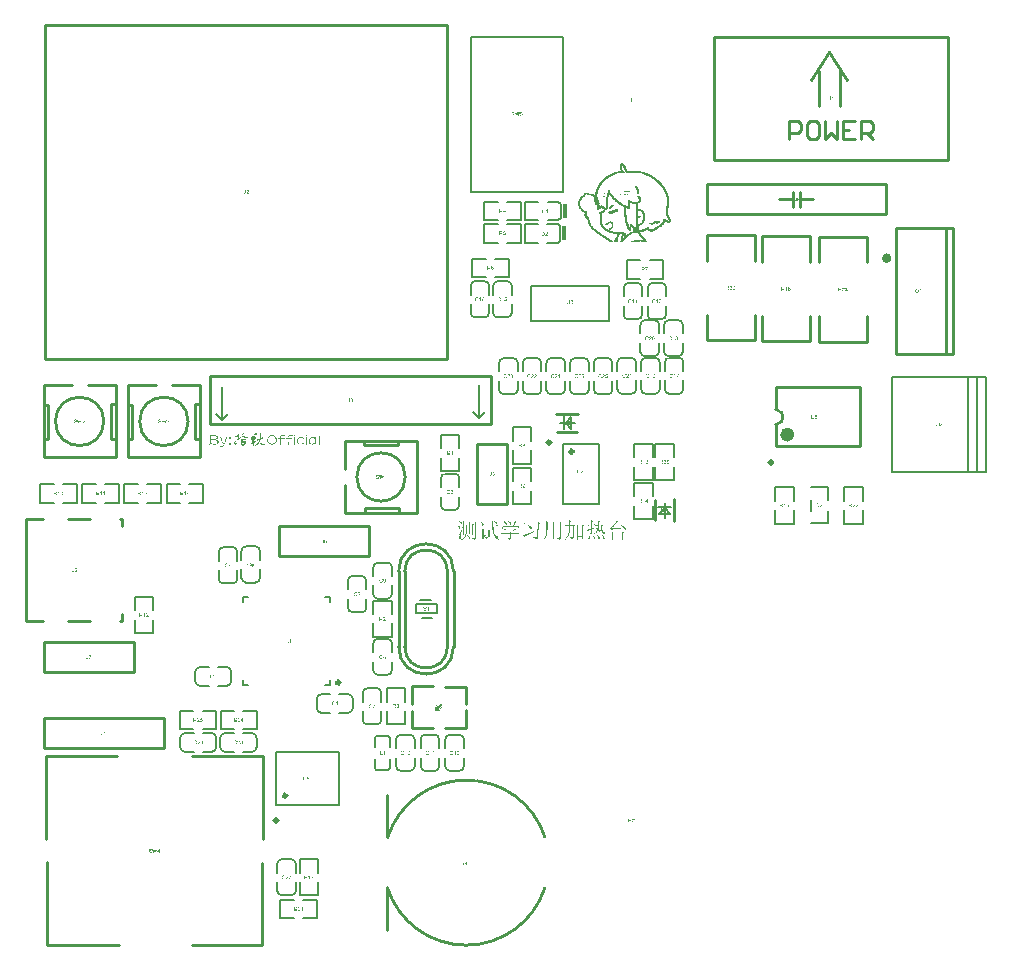
<source format=gto>
G04*
G04 #@! TF.GenerationSoftware,Altium Limited,Altium Designer,21.3.2 (30)*
G04*
G04 Layer_Color=65535*
%FSLAX25Y25*%
%MOIN*%
G70*
G04*
G04 #@! TF.SameCoordinates,AD82394D-94CB-4E6D-8DF2-E68E24F3FF13*
G04*
G04*
G04 #@! TF.FilePolarity,Positive*
G04*
G01*
G75*
%ADD10C,0.00787*%
%ADD11C,0.01000*%
%ADD12C,0.01181*%
%ADD13C,0.01016*%
%ADD14C,0.02362*%
%ADD15C,0.01575*%
%ADD16C,0.00100*%
%ADD17C,0.00500*%
%ADD18C,0.00598*%
%ADD19C,0.00600*%
%ADD20R,0.01181X0.04724*%
G36*
X100778Y85175D02*
X100795Y85173D01*
X100815Y85172D01*
X100836Y85170D01*
X100860Y85164D01*
X100910Y85153D01*
X100965Y85136D01*
X100993Y85125D01*
X101019Y85112D01*
X101045Y85096D01*
X101071Y85079D01*
X101073Y85077D01*
X101076Y85075D01*
X101084Y85070D01*
X101093Y85061D01*
X101102Y85051D01*
X101115Y85038D01*
X101128Y85023D01*
X101143Y85009D01*
X101158Y84990D01*
X101172Y84968D01*
X101189Y84946D01*
X101204Y84922D01*
X101217Y84894D01*
X101232Y84866D01*
X101243Y84837D01*
X101254Y84803D01*
X101087Y84764D01*
Y84766D01*
X101086Y84770D01*
X101082Y84777D01*
X101078Y84787D01*
X101075Y84798D01*
X101069Y84813D01*
X101054Y84842D01*
X101036Y84876D01*
X101013Y84909D01*
X100986Y84940D01*
X100956Y84968D01*
X100952Y84972D01*
X100941Y84979D01*
X100923Y84988D01*
X100899Y85001D01*
X100867Y85012D01*
X100832Y85023D01*
X100790Y85031D01*
X100743Y85033D01*
X100728D01*
X100719Y85031D01*
X100706D01*
X100691Y85029D01*
X100656Y85023D01*
X100618Y85016D01*
X100577Y85003D01*
X100534Y84985D01*
X100495Y84961D01*
X100494D01*
X100492Y84957D01*
X100479Y84948D01*
X100462Y84933D01*
X100442Y84911D01*
X100418Y84883D01*
X100396Y84851D01*
X100375Y84813D01*
X100357Y84770D01*
Y84768D01*
X100355Y84764D01*
X100353Y84759D01*
X100351Y84750D01*
X100347Y84739D01*
X100344Y84726D01*
X100338Y84694D01*
X100331Y84657D01*
X100323Y84617D01*
X100320Y84572D01*
X100318Y84524D01*
Y84522D01*
Y84517D01*
Y84507D01*
Y84496D01*
X100320Y84483D01*
Y84467D01*
X100321Y84448D01*
X100323Y84428D01*
X100329Y84383D01*
X100338Y84335D01*
X100349Y84287D01*
X100364Y84239D01*
Y84237D01*
X100366Y84234D01*
X100370Y84228D01*
X100373Y84219D01*
X100384Y84197D01*
X100401Y84171D01*
X100421Y84141D01*
X100447Y84110D01*
X100477Y84082D01*
X100512Y84056D01*
X100514D01*
X100518Y84054D01*
X100523Y84050D01*
X100531Y84047D01*
X100540Y84043D01*
X100551Y84038D01*
X100577Y84026D01*
X100610Y84015D01*
X100647Y84006D01*
X100688Y83999D01*
X100730Y83997D01*
X100743D01*
X100754Y83999D01*
X100767D01*
X100780Y84000D01*
X100814Y84008D01*
X100853Y84017D01*
X100891Y84032D01*
X100932Y84052D01*
X100952Y84063D01*
X100971Y84078D01*
X100973Y84080D01*
X100975Y84082D01*
X100980Y84087D01*
X100988Y84093D01*
X100995Y84102D01*
X101004Y84113D01*
X101015Y84124D01*
X101024Y84139D01*
X101036Y84156D01*
X101049Y84174D01*
X101060Y84193D01*
X101071Y84215D01*
X101080Y84239D01*
X101089Y84265D01*
X101099Y84293D01*
X101106Y84322D01*
X101276Y84280D01*
Y84278D01*
X101274Y84271D01*
X101271Y84259D01*
X101265Y84245D01*
X101260Y84228D01*
X101252Y84208D01*
X101243Y84185D01*
X101232Y84161D01*
X101206Y84110D01*
X101172Y84058D01*
X101152Y84032D01*
X101132Y84006D01*
X101110Y83984D01*
X101084Y83962D01*
X101082Y83960D01*
X101078Y83956D01*
X101069Y83952D01*
X101060Y83945D01*
X101045Y83936D01*
X101030Y83926D01*
X101010Y83917D01*
X100989Y83908D01*
X100965Y83897D01*
X100939Y83888D01*
X100912Y83878D01*
X100882Y83869D01*
X100851Y83862D01*
X100817Y83858D01*
X100782Y83854D01*
X100745Y83852D01*
X100725D01*
X100710Y83854D01*
X100693D01*
X100673Y83856D01*
X100651Y83860D01*
X100625Y83864D01*
X100571Y83873D01*
X100516Y83888D01*
X100460Y83908D01*
X100434Y83921D01*
X100408Y83936D01*
X100407Y83938D01*
X100403Y83939D01*
X100396Y83945D01*
X100388Y83952D01*
X100377Y83960D01*
X100364Y83971D01*
X100349Y83984D01*
X100335Y83999D01*
X100320Y84015D01*
X100303Y84032D01*
X100270Y84074D01*
X100238Y84124D01*
X100210Y84180D01*
Y84182D01*
X100207Y84187D01*
X100205Y84197D01*
X100199Y84208D01*
X100196Y84223D01*
X100190Y84241D01*
X100183Y84261D01*
X100177Y84284D01*
X100172Y84308D01*
X100164Y84335D01*
X100155Y84393D01*
X100148Y84457D01*
X100144Y84524D01*
Y84526D01*
Y84533D01*
Y84544D01*
X100146Y84557D01*
Y84576D01*
X100148Y84594D01*
X100150Y84618D01*
X100153Y84642D01*
X100162Y84696D01*
X100175Y84755D01*
X100194Y84815D01*
X100220Y84872D01*
X100222Y84874D01*
X100224Y84879D01*
X100227Y84887D01*
X100235Y84896D01*
X100242Y84909D01*
X100251Y84924D01*
X100275Y84957D01*
X100307Y84994D01*
X100344Y85031D01*
X100386Y85068D01*
X100436Y85099D01*
X100438Y85101D01*
X100444Y85103D01*
X100451Y85107D01*
X100460Y85112D01*
X100475Y85118D01*
X100490Y85123D01*
X100508Y85131D01*
X100529Y85138D01*
X100551Y85146D01*
X100575Y85153D01*
X100627Y85164D01*
X100686Y85173D01*
X100747Y85177D01*
X100766D01*
X100778Y85175D01*
D02*
G37*
G36*
X102012Y83875D02*
X101855D01*
Y84876D01*
X101853Y84874D01*
X101844Y84866D01*
X101833Y84855D01*
X101814Y84842D01*
X101794Y84826D01*
X101768Y84807D01*
X101739Y84787D01*
X101705Y84766D01*
X101704D01*
X101702Y84764D01*
X101690Y84757D01*
X101672Y84748D01*
X101650Y84737D01*
X101624Y84724D01*
X101596Y84711D01*
X101568Y84698D01*
X101541Y84687D01*
Y84838D01*
X101542D01*
X101546Y84842D01*
X101554Y84844D01*
X101563Y84850D01*
X101574Y84855D01*
X101587Y84863D01*
X101618Y84881D01*
X101655Y84901D01*
X101692Y84927D01*
X101731Y84957D01*
X101770Y84988D01*
X101772Y84990D01*
X101774Y84992D01*
X101779Y84998D01*
X101787Y85003D01*
X101803Y85022D01*
X101826Y85044D01*
X101848Y85070D01*
X101872Y85099D01*
X101892Y85129D01*
X101911Y85160D01*
X102012D01*
Y83875D01*
D02*
G37*
G36*
X176632Y145038D02*
X176410Y144816D01*
Y139918D01*
Y139910D01*
Y139888D01*
Y139851D01*
X176403Y139807D01*
X176395Y139755D01*
X176388Y139688D01*
X176366Y139622D01*
X176343Y139548D01*
X176314Y139474D01*
X176277Y139400D01*
X176225Y139326D01*
X176166Y139252D01*
X176092Y139185D01*
X176010Y139126D01*
X175907Y139074D01*
X175796Y139030D01*
Y139037D01*
Y139052D01*
X175788Y139074D01*
X175774Y139104D01*
X175759Y139148D01*
X175737Y139192D01*
X175707Y139237D01*
X175663Y139289D01*
X175618Y139340D01*
X175552Y139392D01*
X175485Y139444D01*
X175396Y139488D01*
X175300Y139540D01*
X175182Y139577D01*
X175048Y139614D01*
X174900Y139644D01*
Y139777D01*
X174930D01*
X174967Y139770D01*
X175019D01*
X175078Y139762D01*
X175137D01*
X175285Y139755D01*
X175441Y139747D01*
X175596Y139740D01*
X175825D01*
X175848Y139747D01*
X175885Y139762D01*
X175922Y139792D01*
X175951Y139836D01*
X175988Y139903D01*
X176010Y139999D01*
X176018Y140051D01*
Y140117D01*
Y141546D01*
X174146D01*
Y141538D01*
Y141523D01*
Y141501D01*
Y141472D01*
Y141427D01*
Y141375D01*
Y141264D01*
Y141124D01*
Y140961D01*
Y140791D01*
X174153Y140606D01*
Y140243D01*
Y140066D01*
X174160Y139895D01*
Y139740D01*
X174168Y139607D01*
Y139503D01*
X174175Y139459D01*
Y139422D01*
X173753Y139229D01*
Y139237D01*
Y139244D01*
Y139266D01*
Y139296D01*
Y139333D01*
Y139377D01*
X173761Y139488D01*
Y139622D01*
Y139770D01*
X173768Y139932D01*
Y140110D01*
Y140302D01*
X173776Y140487D01*
Y140872D01*
X173783Y141057D01*
Y141235D01*
Y141398D01*
Y141546D01*
X171940D01*
Y141538D01*
Y141531D01*
X171933Y141509D01*
Y141479D01*
X171918Y141405D01*
X171896Y141294D01*
X171866Y141168D01*
X171829Y141020D01*
X171778Y140850D01*
X171718Y140672D01*
X171652Y140473D01*
X171563Y140273D01*
X171467Y140058D01*
X171363Y139844D01*
X171237Y139629D01*
X171097Y139414D01*
X170941Y139200D01*
X170764Y139000D01*
X170682Y139059D01*
X170690Y139067D01*
X170705Y139096D01*
X170734Y139148D01*
X170771Y139207D01*
X170816Y139289D01*
X170860Y139377D01*
X170912Y139481D01*
X170971Y139599D01*
X171030Y139725D01*
X171097Y139866D01*
X171156Y140006D01*
X171215Y140162D01*
X171319Y140480D01*
X171371Y140643D01*
X171408Y140813D01*
Y140820D01*
X171415Y140857D01*
X171422Y140909D01*
X171437Y140976D01*
X171452Y141072D01*
X171467Y141176D01*
X171489Y141309D01*
X171504Y141457D01*
X171519Y141627D01*
X171541Y141812D01*
X171556Y142012D01*
X171570Y142234D01*
X171585Y142471D01*
X171593Y142722D01*
X171600Y142989D01*
Y143277D01*
Y143285D01*
Y143292D01*
Y143314D01*
Y143344D01*
Y143425D01*
Y143529D01*
Y143655D01*
Y143803D01*
Y143958D01*
Y144128D01*
X171593Y144476D01*
Y144646D01*
Y144816D01*
X171585Y144972D01*
Y145112D01*
Y145246D01*
X171578Y145349D01*
X171992Y145068D01*
X175996D01*
X176188Y145379D01*
X176632Y145038D01*
D02*
G37*
G36*
X142592Y145364D02*
X142614Y145357D01*
X142659Y145334D01*
X142703Y145305D01*
X142762Y145268D01*
X142829Y145223D01*
X142969Y145135D01*
X143117Y145024D01*
X143191Y144972D01*
X143258Y144913D01*
X143317Y144861D01*
X143362Y144809D01*
X143399Y144757D01*
X143421Y144713D01*
X143428Y144705D01*
X143436Y144676D01*
X143443Y144631D01*
X143450Y144580D01*
X143458Y144520D01*
X143450Y144461D01*
X143428Y144402D01*
X143399Y144350D01*
X143391Y144343D01*
X143384Y144328D01*
X143332Y144291D01*
X143265Y144247D01*
X143236Y144232D01*
X143199Y144224D01*
X143184Y144232D01*
X143169Y144239D01*
X143147Y144254D01*
X143125Y144284D01*
X143095Y144328D01*
X143066Y144395D01*
X143036Y144476D01*
Y144483D01*
X143029Y144491D01*
X143021Y144513D01*
X143006Y144543D01*
X142969Y144624D01*
X142918Y144728D01*
X142851Y144846D01*
X142762Y144979D01*
X142659Y145127D01*
X142533Y145283D01*
X142585Y145371D01*
X142592Y145364D01*
D02*
G37*
G36*
X154328Y145253D02*
X154351Y145238D01*
X154388Y145231D01*
X154469Y145194D01*
X154573Y145142D01*
X154691Y145090D01*
X154809Y145024D01*
X154920Y144964D01*
X155017Y144898D01*
X155024Y144890D01*
X155054Y144868D01*
X155091Y144831D01*
X155135Y144787D01*
X155179Y144735D01*
X155209Y144676D01*
X155231Y144609D01*
Y144543D01*
Y144535D01*
X155224Y144513D01*
X155216Y144483D01*
X155209Y144439D01*
X155172Y144343D01*
X155113Y144254D01*
Y144247D01*
X155098Y144239D01*
X155068Y144202D01*
X155031Y144158D01*
X155017Y144150D01*
X155009Y144143D01*
X155002D01*
X154994Y144150D01*
X154972Y144158D01*
X154950Y144180D01*
X154920Y144210D01*
X154891Y144261D01*
X154846Y144328D01*
X154809Y144424D01*
Y144432D01*
X154802Y144439D01*
X154795Y144461D01*
X154780Y144491D01*
X154735Y144557D01*
X154676Y144654D01*
X154602Y144765D01*
X154506Y144898D01*
X154388Y145031D01*
X154254Y145179D01*
X154306Y145260D01*
X154314D01*
X154328Y145253D01*
D02*
G37*
G36*
X159042Y145423D02*
X159072Y145401D01*
X159109Y145371D01*
X159161Y145327D01*
X159227Y145283D01*
X159294Y145223D01*
X159449Y145090D01*
X159597Y144942D01*
X159671Y144861D01*
X159738Y144787D01*
X159790Y144713D01*
X159834Y144646D01*
X159864Y144580D01*
X159878Y144520D01*
Y144506D01*
Y144476D01*
Y144424D01*
Y144358D01*
X159864Y144291D01*
X159841Y144217D01*
X159812Y144150D01*
X159767Y144091D01*
X159760Y144084D01*
X159745Y144069D01*
X159723Y144047D01*
X159693Y144025D01*
X159627Y143973D01*
X159590Y143958D01*
X159568Y143951D01*
X159560D01*
X159545Y143958D01*
X159523Y143965D01*
X159494Y143995D01*
X159457Y144032D01*
X159427Y144091D01*
X159397Y144173D01*
X159383Y144224D01*
X159375Y144284D01*
Y144291D01*
X159368Y144306D01*
Y144328D01*
X159353Y144365D01*
X159346Y144409D01*
X159331Y144469D01*
X159309Y144528D01*
X159286Y144594D01*
X159235Y144757D01*
X159161Y144942D01*
X159064Y145149D01*
X158953Y145371D01*
X159035Y145431D01*
X159042Y145423D01*
D02*
G37*
G36*
X157562Y145283D02*
X157592Y145268D01*
X157636Y145231D01*
X157695Y145194D01*
X157762Y145142D01*
X157843Y145090D01*
X158006Y144964D01*
X158176Y144816D01*
X158258Y144742D01*
X158332Y144676D01*
X158398Y144602D01*
X158450Y144535D01*
X158480Y144469D01*
X158502Y144409D01*
Y144395D01*
X158509Y144358D01*
X158517Y144306D01*
Y144239D01*
X158509Y144173D01*
X158495Y144091D01*
X158465Y144025D01*
X158421Y143958D01*
X158413Y143951D01*
X158398Y143936D01*
X158376Y143914D01*
X158347Y143884D01*
X158280Y143832D01*
X158250Y143817D01*
X158228Y143810D01*
X158221D01*
X158213Y143817D01*
X158191Y143825D01*
X158162Y143847D01*
X158132Y143884D01*
X158095Y143936D01*
X158065Y144010D01*
X158028Y144113D01*
Y144121D01*
X158021Y144136D01*
X158014Y144158D01*
X158006Y144195D01*
X157991Y144239D01*
X157969Y144291D01*
X157947Y144350D01*
X157917Y144424D01*
X157880Y144498D01*
X157843Y144587D01*
X157747Y144779D01*
X157621Y144994D01*
X157555Y145112D01*
X157473Y145238D01*
X157555Y145290D01*
X157562Y145283D01*
D02*
G37*
G36*
X149874Y145075D02*
X149896Y145061D01*
X149925Y145046D01*
X149999Y144987D01*
X150088Y144920D01*
X150192Y144839D01*
X150295Y144750D01*
X150406Y144654D01*
X150503Y144550D01*
X150510Y144535D01*
X150540Y144506D01*
X150577Y144454D01*
X150621Y144387D01*
X150658Y144313D01*
X150688Y144232D01*
X150702Y144143D01*
X150695Y144062D01*
Y144054D01*
X150688Y144025D01*
X150673Y143988D01*
X150658Y143943D01*
X150606Y143840D01*
X150569Y143788D01*
X150532Y143751D01*
X150392Y143669D01*
X150384D01*
X150377Y143677D01*
X150355Y143684D01*
X150332Y143714D01*
X150303Y143751D01*
X150273Y143810D01*
X150251Y143891D01*
X150236Y143943D01*
X150229Y144002D01*
Y144010D01*
X150221Y144017D01*
Y144039D01*
X150207Y144076D01*
X150199Y144113D01*
X150184Y144158D01*
X150162Y144217D01*
X150140Y144276D01*
X150110Y144350D01*
X150081Y144432D01*
X149999Y144602D01*
X149903Y144809D01*
X149777Y145038D01*
X149859Y145090D01*
X149866D01*
X149874Y145075D01*
D02*
G37*
G36*
X161802Y145068D02*
X161529Y144957D01*
X161521Y144950D01*
X161506Y144927D01*
X161484Y144890D01*
X161447Y144846D01*
X161403Y144787D01*
X161351Y144720D01*
X161292Y144639D01*
X161233Y144550D01*
X161159Y144454D01*
X161085Y144350D01*
X160922Y144128D01*
X160752Y143891D01*
X160574Y143640D01*
X162002D01*
X162283Y143980D01*
X162787Y143418D01*
X162779D01*
X162764Y143410D01*
X162735D01*
X162705Y143396D01*
X162653Y143381D01*
X162602Y143359D01*
X162535Y143336D01*
X162468Y143299D01*
X162387Y143255D01*
X162306Y143203D01*
X162209Y143137D01*
X162113Y143063D01*
X162010Y142974D01*
X161899Y142878D01*
X161788Y142759D01*
X161669Y142633D01*
X161580Y142693D01*
X162032Y143477D01*
X157251D01*
Y143470D01*
Y143462D01*
X157259Y143418D01*
X157266Y143351D01*
X157274Y143262D01*
X157281Y143166D01*
Y143063D01*
Y142966D01*
X157274Y142870D01*
Y142863D01*
X157266Y142833D01*
X157259Y142789D01*
X157237Y142744D01*
X157214Y142693D01*
X157177Y142648D01*
X157126Y142604D01*
X157066Y142574D01*
X157059D01*
X157037Y142567D01*
X157007Y142559D01*
X156970Y142552D01*
X156889Y142530D01*
X156859Y142522D01*
X156815D01*
X156778Y142530D01*
X156733Y142537D01*
X156674Y142559D01*
X156667Y142567D01*
X156645Y142589D01*
X156615Y142611D01*
X156608Y142633D01*
Y142641D01*
Y142656D01*
X156615Y142678D01*
X156622Y142715D01*
X156645Y142759D01*
X156667Y142811D01*
X156704Y142870D01*
X156748Y142944D01*
Y142952D01*
X156756Y142959D01*
X156770Y142974D01*
X156785Y143003D01*
X156800Y143040D01*
X156822Y143077D01*
X156844Y143129D01*
X156874Y143188D01*
X156896Y143255D01*
X156926Y143329D01*
X156955Y143418D01*
X156985Y143507D01*
X157007Y143610D01*
X157037Y143729D01*
X157059Y143847D01*
X157081Y143980D01*
X157222D01*
X157251Y143640D01*
X160411D01*
X160419Y143655D01*
X160433Y143684D01*
X160463Y143743D01*
X160500Y143817D01*
X160537Y143906D01*
X160589Y144010D01*
X160648Y144128D01*
X160700Y144261D01*
X160766Y144402D01*
X160826Y144550D01*
X160951Y144861D01*
X161070Y145179D01*
X161166Y145490D01*
X161802Y145068D01*
D02*
G37*
G36*
X142118Y143877D02*
X142148Y143862D01*
X142185Y143840D01*
X142237Y143803D01*
X142296Y143766D01*
X142363Y143721D01*
X142511Y143610D01*
X142659Y143492D01*
X142725Y143433D01*
X142792Y143366D01*
X142844Y143307D01*
X142888Y143240D01*
X142918Y143181D01*
X142932Y143129D01*
Y143114D01*
X142940Y143085D01*
Y143040D01*
Y142981D01*
X142932Y142922D01*
X142925Y142863D01*
X142903Y142811D01*
X142866Y142767D01*
X142858D01*
X142851Y142752D01*
X142807Y142730D01*
X142747Y142700D01*
X142718Y142693D01*
X142696Y142685D01*
X142688D01*
X142681Y142693D01*
X142659Y142700D01*
X142629Y142722D01*
X142599Y142759D01*
X142570Y142818D01*
X142533Y142892D01*
X142503Y142996D01*
Y143003D01*
X142496Y143018D01*
X142488Y143040D01*
X142474Y143070D01*
X142444Y143151D01*
X142392Y143255D01*
X142333Y143373D01*
X142259Y143514D01*
X142163Y143655D01*
X142059Y143803D01*
X142111Y143884D01*
X142118Y143877D01*
D02*
G37*
G36*
X165406Y143936D02*
X165436Y143921D01*
X165488Y143899D01*
X165562Y143869D01*
X165643Y143832D01*
X165732Y143795D01*
X165835Y143751D01*
X165939Y143699D01*
X166154Y143595D01*
X166257Y143544D01*
X166353Y143492D01*
X166442Y143440D01*
X166516Y143396D01*
X166575Y143351D01*
X166620Y143314D01*
X166627Y143307D01*
X166649Y143285D01*
X166672Y143248D01*
X166709Y143203D01*
X166738Y143151D01*
X166760Y143092D01*
X166783Y143033D01*
X166790Y142966D01*
Y142959D01*
Y142937D01*
X166783Y142907D01*
Y142863D01*
X166753Y142767D01*
X166731Y142707D01*
X166701Y142648D01*
Y142641D01*
X166686Y142626D01*
X166657Y142574D01*
X166612Y142515D01*
X166590Y142500D01*
X166568Y142493D01*
X166561D01*
X166546Y142500D01*
X166524Y142508D01*
X166494Y142530D01*
X166457Y142559D01*
X166413Y142611D01*
X166368Y142678D01*
X166316Y142774D01*
Y142781D01*
X166302Y142796D01*
X166287Y142818D01*
X166265Y142855D01*
X166235Y142900D01*
X166198Y142952D01*
X166154Y143011D01*
X166102Y143077D01*
X166035Y143151D01*
X165969Y143233D01*
X165887Y143322D01*
X165798Y143418D01*
X165695Y143521D01*
X165584Y143632D01*
X165465Y143743D01*
X165332Y143862D01*
X165391Y143943D01*
X165406Y143936D01*
D02*
G37*
G36*
X195724Y145061D02*
X195709D01*
X195672Y145046D01*
X195613Y145031D01*
X195539Y145009D01*
X195458Y144972D01*
X195369Y144920D01*
X195280Y144861D01*
X195191Y144779D01*
X195176Y144765D01*
X195154Y144742D01*
X195125Y144713D01*
X195080Y144676D01*
X195028Y144617D01*
X194954Y144543D01*
X194866Y144454D01*
X194755Y144350D01*
X194621Y144217D01*
X194473Y144069D01*
X194296Y143899D01*
X194096Y143699D01*
X193867Y143470D01*
X193741Y143351D01*
X193608Y143218D01*
X193467Y143085D01*
X193319Y142937D01*
X197367Y143048D01*
Y143055D01*
X197352Y143063D01*
X197337Y143092D01*
X197308Y143122D01*
X197271Y143159D01*
X197226Y143211D01*
X197174Y143262D01*
X197115Y143329D01*
X197049Y143403D01*
X196967Y143477D01*
X196878Y143566D01*
X196782Y143662D01*
X196671Y143766D01*
X196553Y143877D01*
X196420Y143988D01*
X196279Y144113D01*
X196360Y144195D01*
X196375Y144187D01*
X196405Y144173D01*
X196464Y144136D01*
X196531Y144099D01*
X196619Y144054D01*
X196716Y143995D01*
X196827Y143936D01*
X196945Y143869D01*
X197182Y143729D01*
X197426Y143581D01*
X197537Y143514D01*
X197641Y143447D01*
X197737Y143388D01*
X197818Y143329D01*
X197826D01*
X197833Y143314D01*
X197877Y143285D01*
X197944Y143225D01*
X198018Y143151D01*
X198085Y143070D01*
X198151Y142974D01*
X198196Y142870D01*
X198203Y142818D01*
X198210Y142767D01*
Y142752D01*
X198203Y142730D01*
Y142700D01*
X198188Y142663D01*
X198173Y142611D01*
X198151Y142552D01*
X198122Y142485D01*
Y142478D01*
X198107Y142456D01*
X198092Y142426D01*
X198077Y142389D01*
X198055Y142352D01*
X198033Y142323D01*
X198011Y142300D01*
X197988Y142293D01*
X197974D01*
X197937Y142308D01*
X197914Y142323D01*
X197892Y142337D01*
X197870Y142367D01*
X197848Y142404D01*
X197840Y142419D01*
X197818Y142448D01*
X197789Y142493D01*
X197744Y142559D01*
X197692Y142633D01*
X197633Y142715D01*
X197507Y142885D01*
X197389D01*
X197300Y142878D01*
X197189D01*
X197063Y142870D01*
X196915Y142863D01*
X196745Y142855D01*
X196560Y142841D01*
X196360Y142833D01*
X196146Y142818D01*
X195916Y142804D01*
X195680Y142781D01*
X195435Y142759D01*
X195176Y142737D01*
X194910Y142715D01*
X194873D01*
X194851Y142707D01*
X194777Y142700D01*
X194681Y142685D01*
X194570Y142670D01*
X194436Y142656D01*
X194296Y142633D01*
X194148Y142611D01*
X193830Y142552D01*
X193682Y142515D01*
X193534Y142478D01*
X193393Y142434D01*
X193267Y142389D01*
X193156Y142345D01*
X193067Y142293D01*
X192675Y142996D01*
X192690D01*
X192720Y143003D01*
X192771Y143018D01*
X192845Y143048D01*
X192934Y143085D01*
X193038Y143137D01*
X193156Y143218D01*
X193289Y143314D01*
X193297Y143322D01*
X193304Y143329D01*
X193326Y143344D01*
X193356Y143373D01*
X193393Y143403D01*
X193437Y143447D01*
X193489Y143499D01*
X193548Y143558D01*
X193615Y143625D01*
X193689Y143699D01*
X193770Y143780D01*
X193852Y143877D01*
X193948Y143980D01*
X194052Y144091D01*
X194155Y144217D01*
X194266Y144350D01*
X194274Y144358D01*
X194296Y144380D01*
X194325Y144424D01*
X194362Y144476D01*
X194414Y144535D01*
X194473Y144609D01*
X194533Y144691D01*
X194599Y144779D01*
X194732Y144964D01*
X194866Y145164D01*
X194991Y145364D01*
X195036Y145453D01*
X195080Y145542D01*
X195724Y145061D01*
D02*
G37*
G36*
X197537Y141708D02*
X197285Y141486D01*
Y140058D01*
Y140043D01*
Y140006D01*
Y139940D01*
X197293Y139851D01*
Y139740D01*
X197300Y139607D01*
X197308Y139459D01*
X197315Y139289D01*
X196893Y139089D01*
Y139562D01*
X193904D01*
Y139229D01*
X193482Y139030D01*
Y139037D01*
Y139059D01*
Y139089D01*
X193489Y139133D01*
Y139192D01*
Y139259D01*
X193497Y139340D01*
Y139429D01*
Y139533D01*
X193504Y139644D01*
Y139762D01*
Y139888D01*
X193511Y140021D01*
Y140162D01*
Y140465D01*
Y140473D01*
Y140502D01*
Y140547D01*
Y140606D01*
Y140687D01*
Y140769D01*
Y140872D01*
Y140976D01*
X193504Y141094D01*
Y141220D01*
X193497Y141479D01*
X193489Y141753D01*
X193482Y142019D01*
X193933Y141738D01*
X196841D01*
X197034Y142019D01*
X197537Y141708D01*
D02*
G37*
G36*
X161499Y142382D02*
X161410D01*
X161344Y142374D01*
X161255Y142352D01*
X161151Y142323D01*
X161033Y142278D01*
X160900Y142212D01*
X160892D01*
X160885Y142204D01*
X160863Y142189D01*
X160833Y142175D01*
X160789Y142152D01*
X160744Y142130D01*
X160692Y142101D01*
X160626Y142064D01*
X160559Y142019D01*
X160478Y141975D01*
X160389Y141930D01*
X160300Y141871D01*
X160197Y141812D01*
X160086Y141745D01*
X159849Y141597D01*
X160071Y141457D01*
X159878Y141346D01*
Y141205D01*
X161691D01*
X162143Y141657D01*
X162757Y141042D01*
X159878D01*
Y139673D01*
Y139666D01*
Y139659D01*
X159871Y139636D01*
Y139607D01*
X159841Y139525D01*
X159827Y139481D01*
X159797Y139437D01*
X159767Y139385D01*
X159723Y139326D01*
X159671Y139274D01*
X159605Y139215D01*
X159531Y139155D01*
X159449Y139104D01*
X159346Y139052D01*
X159235Y139000D01*
Y139015D01*
X159227Y139052D01*
X159212Y139081D01*
X159198Y139118D01*
X159168Y139155D01*
X159131Y139192D01*
X159087Y139237D01*
X159027Y139289D01*
X158953Y139340D01*
X158872Y139392D01*
X158768Y139451D01*
X158643Y139503D01*
X158502Y139562D01*
X158339Y139622D01*
Y139755D01*
X158347D01*
X158369Y139747D01*
X158406D01*
X158450Y139740D01*
X158509Y139733D01*
X158569Y139718D01*
X158717Y139703D01*
X158872Y139681D01*
X159020Y139666D01*
X159087Y139659D01*
X159264D01*
X159294Y139666D01*
X159331Y139681D01*
X159375Y139703D01*
X159412Y139733D01*
X159449Y139784D01*
X159479Y139858D01*
X159486Y139947D01*
Y141042D01*
X157303D01*
X157229Y141035D01*
X157140D01*
X157037Y141020D01*
X156926Y141005D01*
X156807Y140983D01*
X156689Y140954D01*
X156437Y141205D01*
X159486D01*
Y141220D01*
Y141250D01*
Y141309D01*
Y141383D01*
X159479Y141472D01*
X159471Y141583D01*
X159464Y141708D01*
X159457Y141849D01*
X159767Y141686D01*
X160744Y142500D01*
X158361D01*
X158287Y142493D01*
X158199D01*
X158102Y142478D01*
X157984Y142463D01*
X157873Y142441D01*
X157755Y142411D01*
X157503Y142663D01*
X160715D01*
X161025Y142944D01*
X161499Y142382D01*
D02*
G37*
G36*
X187184Y145260D02*
X186962Y145061D01*
Y144054D01*
X187303D01*
X187606Y144365D01*
X188028Y143891D01*
X186962D01*
Y142907D01*
X186970D01*
X186977Y142915D01*
X186999Y142922D01*
X187029Y142929D01*
X187059Y142937D01*
X187103Y142952D01*
X187207Y142989D01*
X187347Y143033D01*
X187510Y143085D01*
X187702Y143144D01*
X187917Y143218D01*
X187939Y143107D01*
X187932D01*
X187910Y143092D01*
X187880Y143077D01*
X187836Y143063D01*
X187784Y143040D01*
X187717Y143011D01*
X187577Y142944D01*
X187421Y142870D01*
X187258Y142796D01*
X187103Y142722D01*
X186962Y142656D01*
Y141486D01*
Y141479D01*
Y141464D01*
Y141435D01*
X186955Y141398D01*
Y141353D01*
X186940Y141309D01*
X186903Y141190D01*
X186874Y141131D01*
X186837Y141065D01*
X186792Y141005D01*
X186740Y140946D01*
X186674Y140887D01*
X186600Y140828D01*
X186511Y140776D01*
X186407Y140732D01*
Y140739D01*
Y140746D01*
X186393Y140791D01*
X186363Y140857D01*
X186341Y140894D01*
X186311Y140939D01*
X186274Y140983D01*
X186230Y141028D01*
X186178Y141072D01*
X186111Y141116D01*
X186037Y141161D01*
X185949Y141205D01*
X185845Y141250D01*
X185734Y141287D01*
Y141398D01*
X185756D01*
X185778Y141390D01*
X185815D01*
X185904Y141383D01*
X186008Y141375D01*
X186119Y141361D01*
X186237Y141353D01*
X186333Y141346D01*
X186444D01*
X186474Y141353D01*
X186511Y141368D01*
X186541Y141390D01*
X186570Y141427D01*
X186592Y141472D01*
X186600Y141538D01*
Y142515D01*
X186585Y142508D01*
X186555Y142500D01*
X186504Y142478D01*
X186437Y142448D01*
X186363Y142419D01*
X186274Y142382D01*
X186074Y142293D01*
X185867Y142197D01*
X185771Y142145D01*
X185682Y142093D01*
X185593Y142041D01*
X185519Y141990D01*
X185468Y141945D01*
X185423Y141901D01*
X185090Y142404D01*
X185112D01*
X185135Y142411D01*
X185172Y142419D01*
X185223Y142426D01*
X185283Y142441D01*
X185357Y142456D01*
X185438Y142478D01*
X185534Y142500D01*
X185645Y142522D01*
X185771Y142559D01*
X185904Y142596D01*
X186060Y142633D01*
X186222Y142685D01*
X186407Y142737D01*
X186600Y142796D01*
Y143891D01*
X186178D01*
X186104Y143884D01*
X186015D01*
X185912Y143869D01*
X185801Y143854D01*
X185682Y143832D01*
X185564Y143803D01*
X185312Y144054D01*
X186600D01*
Y144069D01*
Y144099D01*
Y144158D01*
Y144232D01*
Y144321D01*
Y144417D01*
Y144528D01*
Y144646D01*
X186592Y144890D01*
X186585Y145127D01*
Y145238D01*
X186578Y145342D01*
Y145438D01*
X186570Y145512D01*
X187184Y145260D01*
D02*
G37*
G36*
X143761Y143581D02*
Y143573D01*
X143754Y143558D01*
X143746Y143529D01*
X143739Y143484D01*
X143724Y143433D01*
X143709Y143373D01*
X143695Y143307D01*
X143680Y143233D01*
X143635Y143055D01*
X143591Y142863D01*
X143539Y142656D01*
X143487Y142434D01*
X143428Y142212D01*
X143376Y141990D01*
X143325Y141775D01*
X143280Y141575D01*
X143236Y141390D01*
X143214Y141316D01*
X143199Y141242D01*
X143184Y141176D01*
X143169Y141116D01*
X143154Y141072D01*
X143147Y141035D01*
Y141028D01*
X143140Y141020D01*
Y140998D01*
X143132Y140968D01*
X143110Y140894D01*
X143095Y140791D01*
X143073Y140665D01*
X143058Y140517D01*
X143051Y140354D01*
Y140169D01*
Y140162D01*
Y140147D01*
Y140125D01*
Y140088D01*
X143058Y139999D01*
Y139895D01*
X143066Y139784D01*
X143073Y139673D01*
X143080Y139562D01*
X143088Y139481D01*
Y139474D01*
Y139466D01*
X143073Y139429D01*
X143051Y139407D01*
X143029Y139385D01*
X142992Y139377D01*
X142947Y139370D01*
X142903D01*
X142873Y139377D01*
X142829Y139385D01*
X142784Y139392D01*
X142666Y139429D01*
X142659D01*
X142644Y139444D01*
X142614Y139459D01*
X142585Y139481D01*
X142555Y139511D01*
X142525Y139555D01*
X142511Y139607D01*
X142503Y139673D01*
Y139681D01*
Y139696D01*
X142511Y139733D01*
Y139777D01*
X142525Y139836D01*
X142540Y139903D01*
X142555Y139992D01*
X142585Y140088D01*
X142592Y140103D01*
X142599Y140132D01*
X142614Y140184D01*
X142629Y140243D01*
X142644Y140317D01*
X142659Y140391D01*
X142673Y140465D01*
Y140532D01*
Y140539D01*
Y140561D01*
X142666Y140598D01*
X142659Y140643D01*
X142644Y140695D01*
X142622Y140746D01*
X142592Y140798D01*
X142548Y140843D01*
X142540Y140850D01*
X142518Y140865D01*
X142488Y140887D01*
X142429Y140909D01*
X142355Y140946D01*
X142266Y140983D01*
X142148Y141020D01*
X142000Y141065D01*
Y141176D01*
X142022D01*
X142044Y141168D01*
X142081D01*
X142163Y141161D01*
X142266Y141146D01*
X142377Y141139D01*
X142481Y141131D01*
X142636D01*
X142651Y141139D01*
X142681Y141146D01*
X142710Y141168D01*
X142755Y141198D01*
X142799Y141242D01*
X142851Y141301D01*
X142910Y141383D01*
X142918Y141398D01*
X142925Y141420D01*
X142947Y141449D01*
X142962Y141501D01*
X142992Y141560D01*
X143021Y141642D01*
X143058Y141753D01*
X143110Y141879D01*
X143162Y142027D01*
X143191Y142115D01*
X143221Y142212D01*
X143251Y142308D01*
X143288Y142419D01*
X143325Y142537D01*
X143362Y142663D01*
X143406Y142796D01*
X143450Y142937D01*
X143495Y143092D01*
X143547Y143248D01*
X143598Y143425D01*
X143650Y143603D01*
X143761Y143581D01*
D02*
G37*
G36*
X144324Y145001D02*
X145693D01*
X145915Y145223D01*
X146277Y144861D01*
X146055Y144698D01*
Y142293D01*
Y142286D01*
Y142271D01*
Y142241D01*
Y142197D01*
Y142145D01*
Y142086D01*
Y142019D01*
X146063Y141945D01*
Y141775D01*
X146070Y141583D01*
X146077Y141383D01*
X146085Y141176D01*
X145715Y141005D01*
Y144839D01*
X144294D01*
Y140946D01*
X143902Y140783D01*
Y140791D01*
Y140813D01*
Y140843D01*
X143909Y140894D01*
Y140954D01*
Y141035D01*
X143917Y141139D01*
Y141250D01*
Y141390D01*
X143924Y141546D01*
Y141716D01*
Y141916D01*
X143931Y142138D01*
Y142382D01*
Y142648D01*
Y142937D01*
Y142944D01*
Y142959D01*
Y142981D01*
Y143011D01*
Y143048D01*
Y143092D01*
Y143203D01*
Y143336D01*
Y143484D01*
Y143655D01*
Y143832D01*
X143924Y144025D01*
Y144217D01*
X143917Y144594D01*
Y144779D01*
X143909Y144957D01*
Y145112D01*
X143902Y145253D01*
X144324Y145001D01*
D02*
G37*
G36*
X189367Y145172D02*
X189145Y144979D01*
Y144972D01*
Y144950D01*
Y144905D01*
X189138Y144861D01*
Y144802D01*
Y144735D01*
X189131Y144587D01*
X189123Y144432D01*
Y144284D01*
X189116Y144217D01*
Y144165D01*
Y144121D01*
Y144084D01*
X189952Y144113D01*
X190122Y144395D01*
X190544Y144062D01*
X190322Y143891D01*
Y143884D01*
Y143869D01*
X190315Y143832D01*
X190307Y143795D01*
X190300Y143743D01*
X190292Y143684D01*
X190278Y143551D01*
X190263Y143403D01*
X190248Y143248D01*
X190241Y143092D01*
X190233Y142944D01*
Y142937D01*
Y142922D01*
Y142900D01*
Y142863D01*
X190241Y142818D01*
Y142767D01*
X190255Y142648D01*
X190270Y142508D01*
X190300Y142345D01*
X190337Y142182D01*
X190389Y142012D01*
Y142004D01*
X190396Y141990D01*
X190403Y141967D01*
X190418Y141938D01*
X190455Y141864D01*
X190507Y141768D01*
X190574Y141671D01*
X190662Y141568D01*
X190759Y141479D01*
X190877Y141405D01*
Y141412D01*
X190884Y141435D01*
X190892Y141472D01*
X190899Y141523D01*
X190914Y141575D01*
X190929Y141649D01*
X190944Y141723D01*
X190958Y141805D01*
X191003Y141975D01*
X191040Y142160D01*
X191084Y142330D01*
X191129Y142493D01*
X191240D01*
Y142485D01*
Y142471D01*
X191232Y142441D01*
Y142404D01*
X191225Y142360D01*
Y142308D01*
X191217Y142182D01*
X191203Y142041D01*
Y141893D01*
X191195Y141753D01*
Y141612D01*
Y141605D01*
Y141597D01*
X191203Y141553D01*
X191210Y141486D01*
X191217Y141405D01*
X191232Y141316D01*
X191254Y141213D01*
X191291Y141109D01*
X191328Y141013D01*
Y141005D01*
X191336Y140983D01*
X191343Y140961D01*
X191351Y140931D01*
X191343Y140894D01*
X191328Y140872D01*
X191291Y140850D01*
X191240Y140843D01*
X191225D01*
X191203Y140850D01*
X191173Y140857D01*
X191121Y140872D01*
X191047Y140887D01*
X190951Y140917D01*
X190833Y140954D01*
X190825D01*
X190818Y140961D01*
X190773Y140976D01*
X190707Y141013D01*
X190625Y141072D01*
X190529Y141146D01*
X190426Y141250D01*
X190374Y141309D01*
X190322Y141375D01*
X190270Y141457D01*
X190218Y141538D01*
Y141546D01*
X190204Y141560D01*
X190196Y141583D01*
X190174Y141620D01*
X190159Y141664D01*
X190130Y141708D01*
X190085Y141827D01*
X190026Y141960D01*
X189982Y142101D01*
X189945Y142249D01*
X189922Y142397D01*
Y142404D01*
Y142411D01*
Y142456D01*
X189915Y142530D01*
Y142611D01*
X189908Y142700D01*
Y142796D01*
X189900Y142885D01*
Y142966D01*
Y142974D01*
Y142989D01*
Y143011D01*
Y143048D01*
Y143085D01*
Y143137D01*
X189908Y143262D01*
X189915Y143403D01*
X189922Y143573D01*
X189937Y143758D01*
X189952Y143951D01*
X189116Y143921D01*
Y143914D01*
Y143884D01*
Y143840D01*
X189108Y143780D01*
Y143706D01*
X189101Y143618D01*
X189094Y143529D01*
X189086Y143425D01*
X189064Y143203D01*
X189034Y142981D01*
X188990Y142759D01*
X188968Y142648D01*
X188946Y142552D01*
X188953Y142545D01*
X188968Y142537D01*
X188997Y142515D01*
X189034Y142485D01*
X189123Y142411D01*
X189234Y142315D01*
X189345Y142219D01*
X189441Y142115D01*
X189486Y142071D01*
X189515Y142027D01*
X189545Y141982D01*
X189560Y141945D01*
Y141938D01*
X189567Y141916D01*
X189582Y141886D01*
X189589Y141849D01*
X189612Y141768D01*
X189619Y141738D01*
Y141708D01*
Y141694D01*
X189612Y141649D01*
X189597Y141583D01*
X189560Y141486D01*
Y141479D01*
X189552Y141464D01*
X189530Y141420D01*
X189493Y141368D01*
X189471Y141353D01*
X189449Y141346D01*
X189441Y141353D01*
X189427Y141361D01*
X189412Y141375D01*
X189390Y141398D01*
X189360Y141442D01*
X189323Y141494D01*
X189286Y141568D01*
Y141575D01*
X189279Y141583D01*
X189256Y141627D01*
X189219Y141694D01*
X189160Y141782D01*
X189094Y141886D01*
X189012Y142012D01*
X188923Y142138D01*
X188812Y142271D01*
X188805Y142256D01*
X188783Y142226D01*
X188753Y142175D01*
X188709Y142108D01*
X188650Y142027D01*
X188583Y141930D01*
X188502Y141827D01*
X188413Y141708D01*
X188309Y141590D01*
X188206Y141472D01*
X188087Y141353D01*
X187961Y141235D01*
X187828Y141116D01*
X187688Y141005D01*
X187540Y140902D01*
X187384Y140813D01*
X187325Y140902D01*
X187332Y140909D01*
X187362Y140931D01*
X187406Y140968D01*
X187466Y141020D01*
X187532Y141087D01*
X187614Y141161D01*
X187702Y141250D01*
X187791Y141353D01*
X187887Y141464D01*
X187991Y141583D01*
X188095Y141716D01*
X188191Y141856D01*
X188287Y142004D01*
X188376Y142160D01*
X188457Y142323D01*
X188531Y142493D01*
X188516Y142508D01*
X188487Y142537D01*
X188435Y142582D01*
X188368Y142648D01*
X188294Y142722D01*
X188198Y142796D01*
X188102Y142885D01*
X187998Y142966D01*
X188058Y143055D01*
X188065D01*
X188072Y143048D01*
X188124Y143026D01*
X188191Y142981D01*
X188272Y142937D01*
X188361Y142885D01*
X188457Y142826D01*
X188539Y142767D01*
X188613Y142715D01*
Y142722D01*
X188620Y142737D01*
Y142774D01*
X188627Y142811D01*
X188642Y142863D01*
X188650Y142922D01*
X188657Y142996D01*
X188672Y143070D01*
X188694Y143248D01*
X188716Y143447D01*
X188738Y143662D01*
X188753Y143891D01*
X188309Y143862D01*
X188191Y143780D01*
X187969Y144032D01*
X188753Y144062D01*
Y144076D01*
Y144106D01*
Y144150D01*
Y144217D01*
Y144298D01*
Y144387D01*
Y144491D01*
Y144602D01*
X188746Y144824D01*
X188738Y145061D01*
Y145172D01*
X188731Y145275D01*
Y145371D01*
X188724Y145453D01*
X189367Y145172D01*
D02*
G37*
G36*
X147313Y144165D02*
X147091Y143943D01*
Y141568D01*
Y141560D01*
Y141546D01*
Y141523D01*
Y141494D01*
Y141412D01*
Y141309D01*
X147099Y141176D01*
Y141035D01*
X147106Y140887D01*
X147113Y140732D01*
X146699Y140591D01*
Y140598D01*
Y140613D01*
Y140635D01*
X146706Y140665D01*
Y140702D01*
Y140754D01*
X146714Y140872D01*
Y141013D01*
X146721Y141176D01*
Y141368D01*
Y141568D01*
Y143470D01*
Y143477D01*
Y143499D01*
Y143529D01*
Y143573D01*
Y143625D01*
Y143684D01*
Y143825D01*
X146714Y143980D01*
Y144150D01*
X146706Y144313D01*
X146699Y144469D01*
X147313Y144165D01*
D02*
G37*
G36*
X168159Y142160D02*
X168152Y142152D01*
X168122Y142138D01*
X168070Y142115D01*
X168004Y142086D01*
X167922Y142041D01*
X167833Y141997D01*
X167722Y141945D01*
X167604Y141886D01*
X167471Y141819D01*
X167330Y141745D01*
X167182Y141671D01*
X167027Y141590D01*
X166701Y141420D01*
X166361Y141242D01*
X166020Y141057D01*
X165687Y140880D01*
X165377Y140702D01*
X165229Y140613D01*
X165088Y140532D01*
X164962Y140450D01*
X164844Y140376D01*
X164740Y140302D01*
X164644Y140236D01*
X164570Y140177D01*
X164503Y140125D01*
X164459Y140073D01*
X164437Y140036D01*
X163934Y140672D01*
X163941D01*
X163971Y140680D01*
X164022Y140695D01*
X164104Y140717D01*
X164156Y140732D01*
X164215Y140746D01*
X164281Y140769D01*
X164355Y140791D01*
X164437Y140813D01*
X164526Y140843D01*
X164629Y140880D01*
X164740Y140917D01*
X164859Y140961D01*
X164992Y141005D01*
X165132Y141057D01*
X165280Y141116D01*
X165443Y141176D01*
X165621Y141242D01*
X165813Y141316D01*
X166013Y141398D01*
X166220Y141479D01*
X166450Y141575D01*
X166686Y141671D01*
X166938Y141775D01*
X167212Y141886D01*
X167493Y142012D01*
X167789Y142138D01*
X168100Y142271D01*
X168159Y142160D01*
D02*
G37*
G36*
X179829Y145231D02*
X179577Y145031D01*
Y143914D01*
X180584D01*
X180806Y144195D01*
X181227Y143832D01*
X180976Y143632D01*
Y143625D01*
Y143595D01*
Y143551D01*
X180968Y143492D01*
Y143418D01*
Y143329D01*
X180961Y143233D01*
Y143122D01*
X180954Y142996D01*
Y142863D01*
X180946Y142730D01*
X180939Y142582D01*
X180924Y142271D01*
X180909Y141953D01*
X180887Y141620D01*
X180865Y141294D01*
X180843Y140983D01*
X180813Y140687D01*
X180798Y140547D01*
X180776Y140421D01*
X180761Y140302D01*
X180746Y140191D01*
X180724Y140095D01*
X180709Y140014D01*
X180687Y139940D01*
X180665Y139888D01*
Y139881D01*
X180658Y139866D01*
X180643Y139844D01*
X180621Y139807D01*
X180569Y139725D01*
X180487Y139629D01*
X180384Y139525D01*
X180251Y139422D01*
X180095Y139340D01*
X180006Y139303D01*
X179910Y139281D01*
Y139289D01*
Y139296D01*
X179903Y139340D01*
X179881Y139414D01*
X179858Y139451D01*
X179821Y139503D01*
X179784Y139548D01*
X179733Y139607D01*
X179673Y139659D01*
X179592Y139718D01*
X179503Y139777D01*
X179400Y139829D01*
X179274Y139888D01*
X179133Y139947D01*
X179155Y140088D01*
X179163D01*
X179185Y140080D01*
X179215Y140073D01*
X179259Y140058D01*
X179311Y140051D01*
X179370Y140036D01*
X179503Y140006D01*
X179644Y139969D01*
X179784Y139947D01*
X179903Y139925D01*
X179955Y139918D01*
X180021D01*
X180043Y139925D01*
X180073D01*
X180147Y139947D01*
X180236Y139984D01*
X180243Y139992D01*
X180258Y140006D01*
X180280Y140036D01*
X180310Y140095D01*
X180325Y140132D01*
X180347Y140177D01*
X180362Y140228D01*
X180384Y140288D01*
X180399Y140354D01*
X180421Y140436D01*
X180443Y140524D01*
X180458Y140628D01*
Y140635D01*
X180465Y140658D01*
Y140695D01*
X180473Y140761D01*
X180480Y140843D01*
X180495Y140946D01*
X180502Y141079D01*
X180510Y141153D01*
X180517Y141235D01*
Y141324D01*
X180524Y141427D01*
X180532Y141531D01*
X180539Y141642D01*
X180547Y141768D01*
X180554Y141901D01*
Y142041D01*
X180561Y142189D01*
X180569Y142345D01*
X180576Y142515D01*
X180584Y142700D01*
X180591Y142885D01*
X180598Y143085D01*
Y143299D01*
X180606Y143521D01*
X180613Y143751D01*
X179577D01*
Y143743D01*
Y143706D01*
Y143662D01*
X179570Y143595D01*
Y143514D01*
X179562Y143425D01*
Y143314D01*
X179555Y143203D01*
X179548Y143077D01*
X179540Y142952D01*
X179518Y142678D01*
X179503Y142404D01*
X179474Y142138D01*
Y142130D01*
Y142108D01*
X179466Y142071D01*
X179459Y142019D01*
X179451Y141953D01*
X179437Y141879D01*
X179422Y141797D01*
X179400Y141701D01*
X179377Y141597D01*
X179348Y141479D01*
X179311Y141361D01*
X179274Y141235D01*
X179185Y140961D01*
X179074Y140672D01*
X179067Y140665D01*
X179059Y140635D01*
X179037Y140598D01*
X179007Y140539D01*
X178970Y140465D01*
X178926Y140384D01*
X178867Y140288D01*
X178800Y140184D01*
X178726Y140066D01*
X178637Y139947D01*
X178534Y139814D01*
X178430Y139673D01*
X178304Y139533D01*
X178179Y139392D01*
X178031Y139237D01*
X177875Y139089D01*
X177786Y139178D01*
X177794Y139185D01*
X177816Y139215D01*
X177846Y139252D01*
X177890Y139303D01*
X177942Y139370D01*
X178008Y139451D01*
X178075Y139540D01*
X178142Y139644D01*
X178223Y139747D01*
X178297Y139866D01*
X178452Y140117D01*
X178593Y140376D01*
X178660Y140517D01*
X178719Y140650D01*
Y140658D01*
X178734Y140680D01*
X178748Y140724D01*
X178763Y140776D01*
X178793Y140843D01*
X178815Y140917D01*
X178845Y141005D01*
X178874Y141109D01*
X178911Y141213D01*
X178941Y141331D01*
X179000Y141583D01*
X179059Y141849D01*
X179096Y142130D01*
Y142138D01*
X179104Y142167D01*
Y142204D01*
X179111Y142263D01*
X179118Y142330D01*
X179126Y142411D01*
X179133Y142508D01*
X179141Y142619D01*
X179148Y142730D01*
X179155Y142855D01*
X179163Y142989D01*
X179170Y143129D01*
X179185Y143433D01*
Y143751D01*
X178430D01*
X178097Y143692D01*
X177875Y143914D01*
X179185D01*
Y143928D01*
Y143958D01*
Y144010D01*
Y144084D01*
Y144165D01*
Y144261D01*
Y144372D01*
Y144498D01*
X179178Y144757D01*
X179170Y145024D01*
X179163Y145290D01*
Y145423D01*
X179155Y145542D01*
X179829Y145231D01*
D02*
G37*
G36*
X169336Y144668D02*
X169084Y144476D01*
X168966Y140258D01*
Y140251D01*
Y140221D01*
X168958Y140177D01*
X168951Y140125D01*
X168943Y140058D01*
X168921Y139977D01*
X168899Y139895D01*
X168862Y139807D01*
X168818Y139718D01*
X168758Y139622D01*
X168692Y139533D01*
X168610Y139444D01*
X168514Y139363D01*
X168403Y139289D01*
X168277Y139222D01*
X168129Y139170D01*
Y139178D01*
Y139185D01*
X168122Y139207D01*
X168115Y139237D01*
X168100Y139274D01*
X168078Y139311D01*
X168041Y139363D01*
X167996Y139414D01*
X167930Y139466D01*
X167856Y139525D01*
X167759Y139585D01*
X167648Y139651D01*
X167508Y139718D01*
X167352Y139784D01*
X167167Y139851D01*
X166953Y139918D01*
X166982Y140058D01*
X166990D01*
X167019Y140051D01*
X167064Y140043D01*
X167123Y140036D01*
X167197Y140021D01*
X167278Y140006D01*
X167367Y139992D01*
X167456Y139977D01*
X167656Y139947D01*
X167863Y139925D01*
X167952Y139918D01*
X168041Y139910D01*
X168122Y139903D01*
X168211D01*
X168255Y139910D01*
X168307Y139932D01*
X168374Y139969D01*
X168440Y140021D01*
X168470Y140058D01*
X168499Y140103D01*
X168522Y140162D01*
X168536Y140221D01*
X168544Y140288D01*
X168551Y140369D01*
X168662Y144565D01*
X165021D01*
X164947Y144557D01*
X164859D01*
X164762Y144543D01*
X164644Y144528D01*
X164533Y144506D01*
X164415Y144476D01*
X164163Y144728D01*
X168603D01*
X168855Y145038D01*
X169336Y144668D01*
D02*
G37*
G36*
X148260Y145120D02*
X148068Y144920D01*
Y139747D01*
Y139733D01*
Y139696D01*
X148061Y139644D01*
X148053Y139577D01*
X148038Y139503D01*
X148024Y139429D01*
X147994Y139355D01*
X147957Y139289D01*
X147950Y139281D01*
X147935Y139259D01*
X147905Y139229D01*
X147861Y139192D01*
X147802Y139141D01*
X147720Y139096D01*
X147624Y139044D01*
X147506Y139000D01*
Y139007D01*
X147498Y139022D01*
X147483Y139037D01*
X147469Y139067D01*
X147409Y139141D01*
X147372Y139185D01*
X147328Y139237D01*
X147276Y139289D01*
X147217Y139340D01*
X147150Y139392D01*
X147069Y139444D01*
X146988Y139488D01*
X146891Y139540D01*
X146788Y139585D01*
X146669Y139622D01*
Y139725D01*
X146677D01*
X146699Y139718D01*
X146743D01*
X146788Y139710D01*
X146847Y139703D01*
X146914Y139696D01*
X147062Y139673D01*
X147217Y139659D01*
X147365Y139644D01*
X147432Y139636D01*
X147572D01*
X147587Y139644D01*
X147609Y139651D01*
X147639Y139666D01*
X147661Y139688D01*
X147683Y139725D01*
X147698Y139770D01*
X147705Y139836D01*
Y144195D01*
Y144202D01*
Y144232D01*
Y144269D01*
Y144321D01*
Y144387D01*
Y144469D01*
Y144550D01*
Y144639D01*
X147698Y144831D01*
X147691Y145038D01*
X147683Y145231D01*
Y145320D01*
X147676Y145401D01*
X148260Y145120D01*
D02*
G37*
G36*
X153611Y142271D02*
X152686D01*
Y140369D01*
X153751Y140672D01*
X153773Y140561D01*
X153766Y140554D01*
X153729Y140547D01*
X153677Y140524D01*
X153603Y140495D01*
X153514Y140458D01*
X153411Y140413D01*
X153292Y140362D01*
X153167Y140310D01*
X153019Y140243D01*
X152871Y140177D01*
X152708Y140110D01*
X152538Y140029D01*
X152182Y139866D01*
X151820Y139696D01*
X151620Y139481D01*
X151287Y139977D01*
X151294D01*
X151317Y139984D01*
X151354Y139992D01*
X151398Y140006D01*
X151457Y140021D01*
X151516Y140036D01*
X151664Y140073D01*
X151827Y140117D01*
X151997Y140162D01*
X152153Y140214D01*
X152227Y140236D01*
X152293Y140258D01*
Y142271D01*
X152005D01*
X151953Y142263D01*
X151894D01*
X151812Y142249D01*
X151724Y142234D01*
X151620Y142212D01*
X151509Y142182D01*
X151257Y142434D01*
X152856D01*
X153189Y142767D01*
X153611Y142271D01*
D02*
G37*
G36*
X182093Y144054D02*
X183492D01*
X183743Y144306D01*
X184106Y143943D01*
X183914Y143803D01*
Y140761D01*
Y140754D01*
Y140732D01*
Y140695D01*
Y140650D01*
Y140584D01*
Y140517D01*
Y140436D01*
Y140347D01*
X183921Y140154D01*
Y139940D01*
X183928Y139710D01*
X183936Y139481D01*
X183544Y139311D01*
Y140066D01*
X182064D01*
Y139340D01*
X181671Y139148D01*
Y139155D01*
Y139185D01*
Y139237D01*
X181679Y139311D01*
Y139400D01*
Y139511D01*
X181686Y139644D01*
Y139792D01*
Y139962D01*
X181694Y140154D01*
Y140369D01*
Y140606D01*
X181701Y140857D01*
Y141131D01*
Y141427D01*
Y141738D01*
Y141745D01*
Y141760D01*
Y141782D01*
Y141812D01*
Y141856D01*
Y141901D01*
Y142019D01*
Y142167D01*
Y142330D01*
Y142515D01*
Y142715D01*
X181694Y142922D01*
Y143137D01*
X181686Y143566D01*
Y143773D01*
X181679Y143973D01*
Y144165D01*
X181671Y144335D01*
X182093Y144054D01*
D02*
G37*
G36*
X188620Y140635D02*
X188635Y140621D01*
X188664Y140598D01*
X188709Y140569D01*
X188805Y140480D01*
X188916Y140384D01*
X189034Y140273D01*
X189138Y140162D01*
X189190Y140117D01*
X189227Y140066D01*
X189256Y140021D01*
X189279Y139984D01*
X189286Y139977D01*
X189293Y139955D01*
X189308Y139925D01*
X189323Y139888D01*
X189353Y139799D01*
X189367Y139762D01*
Y139725D01*
Y139718D01*
Y139696D01*
X189360Y139666D01*
X189353Y139629D01*
X189338Y139585D01*
X189316Y139533D01*
X189286Y139481D01*
X189242Y139429D01*
X189234Y139422D01*
X189219Y139407D01*
X189175Y139363D01*
X189123Y139311D01*
X189101Y139296D01*
X189086Y139289D01*
X189079D01*
X189071Y139296D01*
X189049Y139303D01*
X189027Y139333D01*
X188997Y139370D01*
X188968Y139429D01*
X188946Y139511D01*
X188931Y139562D01*
X188923Y139622D01*
Y139629D01*
X188916Y139644D01*
Y139673D01*
X188909Y139710D01*
X188894Y139755D01*
X188879Y139807D01*
X188842Y139932D01*
X188790Y140073D01*
X188724Y140243D01*
X188635Y140413D01*
X188531Y140591D01*
X188613Y140643D01*
X188620Y140635D01*
D02*
G37*
G36*
X145167Y140717D02*
X145197Y140702D01*
X145234Y140672D01*
X145286Y140635D01*
X145352Y140591D01*
X145419Y140539D01*
X145582Y140421D01*
X145744Y140295D01*
X145892Y140169D01*
X145959Y140103D01*
X146018Y140051D01*
X146063Y139999D01*
X146092Y139955D01*
X146100Y139947D01*
X146114Y139918D01*
X146129Y139881D01*
X146159Y139836D01*
X146196Y139740D01*
X146211Y139688D01*
X146218Y139644D01*
Y139636D01*
Y139622D01*
X146211Y139592D01*
Y139555D01*
X146181Y139474D01*
X146166Y139422D01*
X146137Y139377D01*
Y139370D01*
X146122Y139355D01*
X146092Y139318D01*
X146040Y139274D01*
X146018Y139259D01*
X145996Y139252D01*
X145989D01*
X145974Y139259D01*
X145952Y139266D01*
X145929Y139296D01*
X145892Y139333D01*
X145855Y139392D01*
X145818Y139481D01*
X145796Y139533D01*
X145774Y139592D01*
Y139599D01*
X145767Y139614D01*
X145752Y139644D01*
X145737Y139681D01*
X145722Y139725D01*
X145693Y139777D01*
X145663Y139844D01*
X145626Y139910D01*
X145537Y140066D01*
X145419Y140243D01*
X145271Y140436D01*
X145189Y140539D01*
X145101Y140643D01*
X145160Y140724D01*
X145167Y140717D01*
D02*
G37*
G36*
X187221Y140584D02*
X187236Y140569D01*
X187266Y140547D01*
X187295Y140510D01*
X187340Y140465D01*
X187384Y140421D01*
X187488Y140302D01*
X187599Y140184D01*
X187695Y140051D01*
X187739Y139984D01*
X187776Y139925D01*
X187806Y139866D01*
X187828Y139814D01*
X187836Y139799D01*
X187843Y139770D01*
X187850Y139718D01*
Y139659D01*
Y139592D01*
X187828Y139518D01*
X187799Y139451D01*
X187747Y139385D01*
X187739Y139377D01*
X187717Y139363D01*
X187688Y139333D01*
X187658Y139311D01*
X187584Y139252D01*
X187547Y139237D01*
X187525Y139229D01*
X187517D01*
X187510Y139237D01*
X187488Y139244D01*
X187466Y139274D01*
X187443Y139311D01*
X187421Y139370D01*
X187399Y139451D01*
X187392Y139503D01*
X187384Y139562D01*
Y139570D01*
Y139585D01*
X187377Y139607D01*
Y139644D01*
X187369Y139688D01*
X187362Y139740D01*
X187355Y139799D01*
X187340Y139866D01*
X187303Y140014D01*
X187251Y140184D01*
X187184Y140369D01*
X187103Y140561D01*
X187214Y140591D01*
X187221Y140584D01*
D02*
G37*
G36*
X186156Y140635D02*
Y140606D01*
Y140554D01*
Y140495D01*
X186148Y140421D01*
Y140339D01*
X186141Y140243D01*
X186134Y140147D01*
X186111Y139947D01*
X186082Y139755D01*
X186067Y139666D01*
X186045Y139585D01*
X186015Y139511D01*
X185986Y139451D01*
X185978Y139437D01*
X185956Y139407D01*
X185919Y139370D01*
X185875Y139326D01*
X185808Y139281D01*
X185741Y139244D01*
X185667Y139229D01*
X185623D01*
X185579Y139237D01*
X185571D01*
X185542Y139244D01*
X185505Y139259D01*
X185460Y139274D01*
X185416Y139296D01*
X185379Y139326D01*
X185349Y139363D01*
X185342Y139400D01*
Y139407D01*
Y139414D01*
X185357Y139451D01*
X185379Y139481D01*
X185401Y139518D01*
X185438Y139555D01*
X185482Y139592D01*
X185497Y139607D01*
X185512Y139622D01*
X185534Y139644D01*
X185556Y139681D01*
X185586Y139718D01*
X185623Y139770D01*
X185660Y139829D01*
X185697Y139895D01*
X185741Y139969D01*
X185793Y140058D01*
X185838Y140154D01*
X185889Y140258D01*
X185941Y140376D01*
X185993Y140502D01*
X186045Y140643D01*
X186156D01*
Y140635D01*
D02*
G37*
G36*
X150895Y142693D02*
X150643Y142493D01*
Y140006D01*
X151620Y141094D01*
X151709Y141013D01*
X151701Y141005D01*
X151687Y140983D01*
X151664Y140946D01*
X151635Y140894D01*
X151590Y140835D01*
X151546Y140769D01*
X151442Y140606D01*
X151331Y140436D01*
X151213Y140258D01*
X151102Y140088D01*
X151050Y140014D01*
X151006Y139947D01*
X150998Y139932D01*
X150969Y139888D01*
X150924Y139821D01*
X150873Y139733D01*
X150806Y139629D01*
X150739Y139511D01*
X150665Y139370D01*
X150591Y139229D01*
X150140Y139696D01*
X150147Y139703D01*
X150162Y139725D01*
X150184Y139762D01*
X150207Y139814D01*
X150229Y139881D01*
X150244Y139955D01*
X150258Y140051D01*
X150251Y140147D01*
Y142582D01*
X149881D01*
X149829Y142574D01*
X149770D01*
X149689Y142559D01*
X149600Y142545D01*
X149496Y142522D01*
X149385Y142493D01*
X149134Y142744D01*
X150229D01*
X150392Y143026D01*
X150895Y142693D01*
D02*
G37*
G36*
X190100Y140695D02*
X190122Y140680D01*
X190159Y140658D01*
X190204Y140628D01*
X190255Y140584D01*
X190315Y140539D01*
X190448Y140443D01*
X190581Y140332D01*
X190714Y140221D01*
X190773Y140162D01*
X190825Y140117D01*
X190862Y140073D01*
X190892Y140029D01*
X190899Y140021D01*
X190914Y139999D01*
X190929Y139962D01*
X190958Y139918D01*
X190995Y139814D01*
X191010Y139755D01*
X191018Y139703D01*
Y139696D01*
Y139673D01*
X191010Y139636D01*
X191003Y139585D01*
X190988Y139533D01*
X190973Y139474D01*
X190944Y139414D01*
X190907Y139355D01*
X190899Y139348D01*
X190892Y139333D01*
X190847Y139281D01*
X190788Y139222D01*
X190759Y139207D01*
X190736Y139200D01*
X190722Y139207D01*
X190707Y139215D01*
X190692Y139237D01*
X190670Y139274D01*
X190640Y139333D01*
X190618Y139407D01*
X190596Y139511D01*
Y139518D01*
X190588Y139533D01*
Y139555D01*
X190574Y139592D01*
X190559Y139636D01*
X190544Y139688D01*
X190522Y139747D01*
X190492Y139821D01*
X190455Y139895D01*
X190418Y139984D01*
X190366Y140080D01*
X190315Y140177D01*
X190255Y140288D01*
X190181Y140399D01*
X190100Y140524D01*
X190011Y140650D01*
X190093Y140702D01*
X190100Y140695D01*
D02*
G37*
G36*
X154136Y145090D02*
X153884Y144898D01*
Y144890D01*
Y144868D01*
Y144839D01*
Y144787D01*
Y144735D01*
Y144668D01*
Y144594D01*
X153892Y144520D01*
Y144343D01*
X153899Y144158D01*
X153907Y143965D01*
X153914Y143780D01*
X154869D01*
X155231Y144173D01*
X155734Y143618D01*
X153944D01*
Y143610D01*
Y143588D01*
Y143551D01*
X153951Y143492D01*
Y143433D01*
X153958Y143351D01*
X153966Y143262D01*
X153973Y143166D01*
X153988Y143055D01*
X154003Y142937D01*
X154018Y142811D01*
X154032Y142678D01*
X154077Y142389D01*
X154136Y142086D01*
X154210Y141768D01*
X154299Y141442D01*
X154410Y141116D01*
X154536Y140806D01*
X154684Y140502D01*
X154846Y140228D01*
X154943Y140095D01*
X155046Y139969D01*
X155150Y139858D01*
X155261Y139755D01*
X155483Y140902D01*
X155594D01*
Y140894D01*
Y140872D01*
X155586Y140843D01*
Y140798D01*
X155579Y140739D01*
Y140680D01*
X155564Y140532D01*
X155557Y140376D01*
X155542Y140206D01*
X155535Y140043D01*
Y139895D01*
Y139888D01*
Y139881D01*
Y139858D01*
Y139836D01*
X155542Y139762D01*
X155549Y139666D01*
X155564Y139562D01*
X155579Y139437D01*
X155609Y139303D01*
X155646Y139170D01*
Y139163D01*
X155653Y139141D01*
X155660Y139118D01*
X155668Y139089D01*
Y139052D01*
X155660Y139030D01*
X155646Y139007D01*
X155623Y139000D01*
X155616D01*
X155601Y139007D01*
X155564Y139022D01*
X155505Y139052D01*
X155424Y139096D01*
X155372Y139126D01*
X155313Y139163D01*
X155246Y139207D01*
X155172Y139266D01*
X155091Y139326D01*
X154994Y139392D01*
X154987Y139400D01*
X154972Y139414D01*
X154943Y139437D01*
X154906Y139466D01*
X154861Y139511D01*
X154809Y139570D01*
X154750Y139636D01*
X154684Y139718D01*
X154610Y139814D01*
X154536Y139918D01*
X154462Y140036D01*
X154380Y140169D01*
X154299Y140310D01*
X154217Y140473D01*
X154136Y140650D01*
X154055Y140843D01*
X154047Y140857D01*
X154040Y140894D01*
X154018Y140954D01*
X153988Y141035D01*
X153951Y141139D01*
X153914Y141272D01*
X153877Y141420D01*
X153833Y141590D01*
X153788Y141782D01*
X153744Y141990D01*
X153707Y142219D01*
X153662Y142463D01*
X153625Y142730D01*
X153596Y143011D01*
X153574Y143307D01*
X153551Y143618D01*
X151864D01*
X151812Y143610D01*
X151753D01*
X151672Y143595D01*
X151583Y143581D01*
X151479Y143558D01*
X151368Y143529D01*
X151117Y143780D01*
X153522D01*
Y143788D01*
Y143817D01*
X153514Y143869D01*
Y143928D01*
X153507Y144010D01*
Y144099D01*
X153500Y144202D01*
Y144313D01*
X153492Y144439D01*
X153485Y144572D01*
X153477Y144853D01*
X153470Y145157D01*
Y145460D01*
X154136Y145090D01*
D02*
G37*
G36*
X145382Y143803D02*
X145189Y143610D01*
Y143603D01*
Y143588D01*
Y143566D01*
Y143529D01*
Y143484D01*
Y143425D01*
Y143366D01*
Y143299D01*
X145182Y143137D01*
Y142959D01*
X145175Y142752D01*
X145160Y142537D01*
X145145Y142308D01*
X145130Y142071D01*
X145078Y141590D01*
X145041Y141353D01*
X145004Y141124D01*
X144953Y140917D01*
X144901Y140717D01*
Y140709D01*
X144886Y140672D01*
X144864Y140621D01*
X144834Y140554D01*
X144790Y140465D01*
X144731Y140362D01*
X144664Y140251D01*
X144575Y140132D01*
X144479Y139999D01*
X144361Y139866D01*
X144220Y139718D01*
X144065Y139577D01*
X143894Y139429D01*
X143695Y139281D01*
X143473Y139141D01*
X143228Y139000D01*
X143177Y139118D01*
X143191Y139126D01*
X143221Y139148D01*
X143265Y139185D01*
X143332Y139229D01*
X143413Y139296D01*
X143502Y139363D01*
X143598Y139444D01*
X143702Y139533D01*
X143813Y139636D01*
X143917Y139740D01*
X144131Y139969D01*
X144227Y140088D01*
X144316Y140214D01*
X144390Y140339D01*
X144457Y140473D01*
X144464Y140480D01*
X144472Y140502D01*
X144486Y140547D01*
X144509Y140598D01*
X144531Y140665D01*
X144560Y140746D01*
X144583Y140835D01*
X144620Y140939D01*
X144649Y141057D01*
X144679Y141183D01*
X144708Y141316D01*
X144731Y141457D01*
X144753Y141612D01*
X144775Y141768D01*
X144797Y142108D01*
Y142115D01*
Y142152D01*
Y142204D01*
X144805Y142271D01*
Y142360D01*
Y142463D01*
Y142582D01*
X144812Y142715D01*
Y142855D01*
Y143011D01*
Y143174D01*
Y143351D01*
Y143536D01*
X144805Y143721D01*
X144797Y144113D01*
X145382Y143803D01*
D02*
G37*
G36*
X70783Y174601D02*
X70816Y174590D01*
X70855Y174573D01*
X70888Y174551D01*
X70921Y174518D01*
X70944Y174473D01*
Y174468D01*
X70938Y174446D01*
X70927Y174412D01*
X70905Y174368D01*
X70866Y174318D01*
X70810Y174268D01*
X70777Y174240D01*
X70738Y174212D01*
X70688Y174190D01*
X70633Y174162D01*
Y174168D01*
Y174174D01*
X70638Y174207D01*
X70649Y174246D01*
X70677Y174296D01*
X70672D01*
X70666Y174290D01*
X70649Y174285D01*
X70627Y174274D01*
X70572Y174240D01*
X70500Y174190D01*
X70411Y174118D01*
X70361Y174074D01*
X70311Y174024D01*
X70261Y173968D01*
X70205Y173907D01*
X70156Y173841D01*
X70100Y173763D01*
X70094Y173757D01*
X70083Y173735D01*
X70061Y173707D01*
X70033Y173669D01*
X69995Y173619D01*
X69961Y173569D01*
X69878Y173469D01*
X69872Y173463D01*
X69861Y173441D01*
X69839Y173408D01*
X69806Y173363D01*
X69773Y173313D01*
X69728Y173252D01*
X69678Y173186D01*
X69628Y173114D01*
X69517Y172964D01*
X69395Y172814D01*
X69334Y172742D01*
X69279Y172675D01*
X69218Y172614D01*
X69162Y172558D01*
X69156D01*
X69134Y172564D01*
X69107Y172575D01*
X69073Y172603D01*
X69034Y172564D01*
X69046Y172581D01*
X69068Y172603D01*
X69095Y172647D01*
X69101Y172653D01*
X69112Y172675D01*
X69134Y172703D01*
X69162Y172736D01*
X69168Y172747D01*
X69190Y172775D01*
X69195Y172792D01*
X69206Y172819D01*
X69218Y172853D01*
X69229Y172892D01*
Y172897D01*
X69234Y172908D01*
X69240Y172930D01*
X69251Y172958D01*
X69256Y172964D01*
X69279Y172986D01*
X69295Y172997D01*
X69317Y173014D01*
X69345Y173030D01*
X69384Y173047D01*
X69395Y173058D01*
X69423Y173080D01*
X69440Y173102D01*
X69467Y173130D01*
X69495Y173163D01*
X69528Y173202D01*
X69567Y173247D01*
X69612Y173297D01*
X69656Y173352D01*
X69706Y173413D01*
X69762Y173485D01*
X69817Y173563D01*
X69878Y173646D01*
X69945Y173741D01*
Y173746D01*
X69950Y173752D01*
X69978Y173785D01*
X70011Y173835D01*
X70056Y173896D01*
X70061Y173902D01*
X70072Y173918D01*
X70089Y173941D01*
X70111Y173968D01*
X70133Y174002D01*
X70167Y174040D01*
X70233Y174129D01*
X70300Y174224D01*
X70366Y174307D01*
X70394Y174346D01*
X70416Y174379D01*
X70438Y174407D01*
X70455Y174429D01*
X70461Y174434D01*
X70477Y174457D01*
X70500Y174484D01*
X70533Y174518D01*
X70572Y174551D01*
X70616Y174579D01*
X70666Y174601D01*
X70722Y174607D01*
X70749D01*
X70783Y174601D01*
D02*
G37*
G36*
X74895Y174595D02*
X74928Y174584D01*
X74962Y174562D01*
X75001Y174534D01*
X75034Y174495D01*
X75067Y174446D01*
X75089Y174384D01*
Y174379D01*
X75084Y174368D01*
Y174351D01*
X75073Y174329D01*
X75051Y174274D01*
X75017Y174212D01*
X74962Y174151D01*
X74895Y174101D01*
X74851Y174085D01*
X74801Y174074D01*
X74751Y174068D01*
X74690Y174074D01*
Y174162D01*
X74646D01*
X74634Y174157D01*
X74607Y174151D01*
X74573Y174135D01*
X74534Y174118D01*
X74529D01*
X74512Y174113D01*
X74479Y174101D01*
X74446Y174085D01*
X74396Y174068D01*
X74346Y174051D01*
X74229Y174002D01*
X74096Y173941D01*
X73968Y173874D01*
X73852Y173802D01*
X73796Y173757D01*
X73752Y173719D01*
X73746Y173713D01*
X73735Y173702D01*
X73719Y173685D01*
X73696Y173663D01*
X73669Y173630D01*
X73635Y173596D01*
X73602Y173552D01*
X73563Y173508D01*
X73474Y173397D01*
X73386Y173263D01*
X73297Y173119D01*
X73219Y172958D01*
X73264D01*
X73219Y172781D01*
X73264Y172736D01*
X73269Y172742D01*
X73280Y172747D01*
X73302Y172753D01*
X73330Y172764D01*
X73369Y172775D01*
X73419Y172786D01*
X73485Y172803D01*
X73502D01*
X73519Y172808D01*
X73536Y172814D01*
X73591Y172825D01*
X73658Y172842D01*
X73719Y172858D01*
X73774Y172886D01*
X73818Y172919D01*
X73835Y172936D01*
X73841Y172958D01*
Y172964D01*
Y172969D01*
Y172986D01*
Y173014D01*
Y173041D01*
Y173080D01*
Y173125D01*
Y173180D01*
Y173186D01*
X73846Y173202D01*
X73852Y173224D01*
X73857Y173258D01*
X73868Y173330D01*
X73885Y173402D01*
Y173408D01*
X73891Y173419D01*
X73896Y173435D01*
X73902Y173458D01*
X73930Y173519D01*
X73968Y173591D01*
X74024Y173657D01*
X74096Y173724D01*
X74185Y173779D01*
X74235Y173796D01*
X74290Y173807D01*
X74301D01*
X74324Y173796D01*
X74357Y173779D01*
X74396Y173757D01*
X74429Y173724D01*
X74457Y173674D01*
X74473Y173613D01*
Y173574D01*
X74468Y173535D01*
X74379Y173224D01*
X74690Y173313D01*
X74723D01*
X74756Y173308D01*
X74801Y173302D01*
X74845Y173280D01*
X74884Y173247D01*
X74928Y173202D01*
X74956Y173136D01*
X74951Y173130D01*
X74934Y173114D01*
X74912Y173086D01*
X74879Y173047D01*
X74845Y173003D01*
X74806Y172947D01*
X74768Y172892D01*
X74734Y172825D01*
X74779Y172736D01*
X74773D01*
X74756Y172725D01*
X74734Y172714D01*
X74707Y172697D01*
X74668Y172675D01*
X74618Y172642D01*
X74568Y172603D01*
X74512Y172558D01*
X74501Y172547D01*
X74479Y172525D01*
X74446Y172492D01*
X74423Y172470D01*
X74418D01*
X74401Y172459D01*
X74374Y172442D01*
X74346Y172420D01*
X74313Y172387D01*
X74285Y172337D01*
X74262Y172275D01*
X74246Y172198D01*
Y172192D01*
X74240Y172176D01*
Y172153D01*
X74235Y172126D01*
X74218Y172065D01*
X74212Y172042D01*
X74201Y172020D01*
X74207D01*
X74212Y172031D01*
X74229Y172037D01*
X74251Y172048D01*
X74307Y172070D01*
X74379Y172087D01*
X74457D01*
X74501Y172081D01*
X74546Y172070D01*
X74595Y172048D01*
X74640Y172020D01*
X74690Y171981D01*
X74734Y171931D01*
Y171926D01*
X74740Y171915D01*
X74745Y171898D01*
X74751Y171876D01*
X74762Y171815D01*
Y171743D01*
X74751Y171665D01*
X74734Y171632D01*
X74718Y171593D01*
X74690Y171560D01*
X74651Y171532D01*
X74612Y171510D01*
X74557Y171487D01*
X74546D01*
X74518Y171493D01*
X74473Y171499D01*
X74423Y171510D01*
X74418Y171515D01*
X74396Y171521D01*
X74374Y171532D01*
X74340Y171543D01*
X74262Y171565D01*
X74229Y171576D01*
X74201D01*
Y171571D01*
X74190Y171560D01*
X74179Y171537D01*
X74168Y171510D01*
X74157Y171465D01*
X74146Y171415D01*
X74140Y171360D01*
X74135Y171288D01*
Y171282D01*
Y171260D01*
Y171227D01*
Y171193D01*
X74124Y171110D01*
X74118Y171071D01*
X74113Y171043D01*
Y171038D01*
Y171027D01*
Y171010D01*
X74118Y170988D01*
X74129Y170932D01*
X74157Y170866D01*
X74163Y170855D01*
X74174Y170833D01*
X74185Y170794D01*
X74201Y170749D01*
X74218Y170694D01*
X74235Y170633D01*
X74240Y170572D01*
X74246Y170511D01*
Y170505D01*
X74240Y170483D01*
X74218Y170444D01*
X74201Y170422D01*
X74179Y170400D01*
X74168Y170388D01*
X74146Y170361D01*
X74124Y170327D01*
X74118Y170305D01*
X74113Y170289D01*
X74068D01*
X74063Y170294D01*
X74057Y170305D01*
X74041Y170322D01*
X74024Y170350D01*
X74002Y170383D01*
X73979Y170427D01*
X73952Y170483D01*
X73924Y170544D01*
X73891Y170610D01*
X73863Y170688D01*
X73830Y170782D01*
X73802Y170877D01*
X73774Y170988D01*
X73746Y171104D01*
X73724Y171238D01*
X73707Y171376D01*
Y171382D01*
Y171388D01*
Y171415D01*
Y171454D01*
Y171487D01*
X73663Y171532D01*
X73658Y171526D01*
X73630Y171499D01*
X73591Y171460D01*
X73536Y171404D01*
X73463Y171332D01*
X73380Y171243D01*
X73286Y171138D01*
X73175Y171021D01*
X73169Y171016D01*
X73147Y170993D01*
X73125Y170960D01*
X73091Y170927D01*
X73014Y170844D01*
X72980Y170805D01*
X72953Y170777D01*
Y170782D01*
X72958Y170799D01*
X72969Y170821D01*
X72980Y170855D01*
X72997Y170899D01*
X73019Y170955D01*
X73047Y171021D01*
X73080Y171093D01*
X73114Y171177D01*
X73158Y171271D01*
X73208Y171376D01*
X73264Y171487D01*
X73325Y171615D01*
X73391Y171748D01*
X73469Y171887D01*
X73552Y172042D01*
Y172048D01*
X73558Y172054D01*
X73580Y172081D01*
X73597Y172120D01*
X73619Y172153D01*
X73380D01*
X73363Y172159D01*
X73336D01*
X73275Y172176D01*
X73208Y172203D01*
X73136Y172242D01*
X73069Y172298D01*
X73041Y172331D01*
X73019Y172370D01*
X73003Y172420D01*
X72997Y172470D01*
Y172475D01*
Y172486D01*
Y172509D01*
X73003Y172531D01*
X73008Y172570D01*
X73014Y172608D01*
X73025Y172658D01*
X73041Y172714D01*
X73058Y172769D01*
X73086Y172836D01*
X73114Y172908D01*
X73147Y172986D01*
X73186Y173064D01*
X73236Y173152D01*
X73291Y173241D01*
X73352Y173336D01*
X73358Y173341D01*
X73369Y173352D01*
X73380Y173374D01*
X73397Y173402D01*
X73402Y173408D01*
X73408Y173419D01*
X73425Y173435D01*
X73441Y173463D01*
X73491Y173524D01*
X73552Y173602D01*
Y173608D01*
X73558Y173613D01*
X73580Y173646D01*
X73613Y173696D01*
X73658Y173752D01*
X73746Y173879D01*
X73796Y173935D01*
X73841Y173985D01*
X73846Y173990D01*
X73868Y174013D01*
X73907Y174046D01*
X73963Y174090D01*
X74029Y174140D01*
X74113Y174201D01*
X74218Y174268D01*
X74335Y174340D01*
X74340D01*
X74351Y174346D01*
X74374Y174351D01*
X74401Y174362D01*
X74407Y174368D01*
X74429Y174373D01*
X74462Y174390D01*
X74501Y174412D01*
X74540Y174440D01*
X74579Y174473D01*
X74618Y174518D01*
X74646Y174562D01*
X74651D01*
X74662Y174568D01*
X74684Y174579D01*
X74718Y174584D01*
X74784Y174601D01*
X74867Y174607D01*
X74873D01*
X74895Y174595D01*
D02*
G37*
G36*
X87100Y173957D02*
X87105Y173941D01*
X87111Y173913D01*
X87122Y173879D01*
X87127Y173841D01*
Y173796D01*
Y173746D01*
X87122Y173696D01*
X87116Y173691D01*
X87111Y173685D01*
X87105Y173680D01*
X87100Y173674D01*
X87094Y173669D01*
X87072Y173663D01*
X87039Y173652D01*
X87000Y173646D01*
X86950Y173635D01*
X86905D01*
X86855Y173641D01*
X86811Y173652D01*
X86805D01*
X86789Y173657D01*
X86767D01*
X86733Y173663D01*
X86700Y173669D01*
X86656Y173674D01*
X86556Y173685D01*
X86450Y173696D01*
X86345Y173707D01*
X86245Y173719D01*
X86162D01*
X86140Y173713D01*
X86112Y173707D01*
X86073Y173702D01*
X86028Y173685D01*
X85979Y173669D01*
X85923Y173641D01*
X85873Y173608D01*
X85818Y173563D01*
X85762Y173513D01*
X85718Y173452D01*
X85673Y173380D01*
X85640Y173297D01*
X85618Y173197D01*
X85607Y173086D01*
Y172958D01*
X85618D01*
X85640Y172953D01*
X85751D01*
X85840Y172947D01*
X85945D01*
X86012Y172953D01*
X86151D01*
X86234Y172958D01*
X86273D01*
X86300Y172964D01*
X86334D01*
X86378Y172969D01*
X86472Y172975D01*
X86578Y172986D01*
X86695Y172997D01*
X86811Y173008D01*
X86922Y173025D01*
X86928Y173019D01*
X86939Y173014D01*
X86966Y172980D01*
Y172975D01*
X86961Y172969D01*
X86939Y172936D01*
X86900Y172897D01*
X86861Y172847D01*
X86805Y172792D01*
X86750Y172747D01*
X86695Y172708D01*
X86661Y172697D01*
X86633Y172692D01*
X86461D01*
X86417Y172697D01*
X86361D01*
X86295Y172703D01*
X86217D01*
X86051Y172708D01*
X85884Y172714D01*
X85807D01*
X85740Y172708D01*
X85679D01*
X85629Y172703D01*
X85601Y172697D01*
X85584Y172692D01*
Y172686D01*
Y172670D01*
Y172642D01*
X85590Y172603D01*
Y172558D01*
X85596Y172503D01*
Y172436D01*
X85601Y172370D01*
X85607Y172287D01*
X85612Y172203D01*
X85618Y172109D01*
X85623Y172015D01*
X85634Y171804D01*
X85651Y171576D01*
Y171571D01*
Y171554D01*
Y171532D01*
X85657Y171504D01*
Y171465D01*
X85662Y171421D01*
X85668Y171326D01*
X85673Y171227D01*
X85679Y171127D01*
X85690Y171043D01*
Y171004D01*
X85695Y170977D01*
Y170971D01*
Y170949D01*
X85690Y170921D01*
X85679Y170888D01*
X85657Y170849D01*
X85629Y170816D01*
X85590Y170794D01*
X85540Y170777D01*
X85529D01*
X85507Y170782D01*
X85474Y170794D01*
X85435Y170810D01*
X85390Y170838D01*
X85351Y170871D01*
X85318Y170916D01*
X85296Y170977D01*
Y170988D01*
X85301Y171016D01*
Y171060D01*
X85307Y171121D01*
X85312Y171193D01*
X85318Y171282D01*
X85329Y171388D01*
X85335Y171499D01*
Y171621D01*
X85340Y171759D01*
Y171898D01*
Y172048D01*
Y172203D01*
X85335Y172364D01*
X85318Y172692D01*
X85285D01*
X85246Y172686D01*
X85185D01*
X85113Y172675D01*
X85018Y172664D01*
X84913Y172647D01*
X84785Y172625D01*
X84652D01*
X84647Y172631D01*
X84636Y172642D01*
X84630Y172664D01*
Y172692D01*
Y172697D01*
Y172703D01*
X84641Y172731D01*
X84652Y172775D01*
X84674Y172825D01*
X84697Y172875D01*
X84735Y172925D01*
X84774Y172969D01*
X84830Y173003D01*
X84841D01*
X84874Y172997D01*
X84918Y172992D01*
X84979Y172986D01*
X85052Y172975D01*
X85129Y172964D01*
X85296Y172936D01*
Y172942D01*
Y172947D01*
Y172980D01*
X85301Y173030D01*
X85307Y173097D01*
X85318Y173180D01*
X85340Y173263D01*
X85368Y173358D01*
X85401Y173458D01*
X85451Y173552D01*
X85512Y173641D01*
X85584Y173730D01*
X85673Y173802D01*
X85779Y173863D01*
X85901Y173913D01*
X85973Y173924D01*
X86045Y173935D01*
X86128Y173941D01*
X86273D01*
X86312Y173935D01*
X86361Y173929D01*
X86423Y173924D01*
X86500Y173918D01*
X86955D01*
X86983Y173924D01*
X87022Y173935D01*
X87055Y173963D01*
X87100D01*
Y173957D01*
D02*
G37*
G36*
X84558D02*
X84563Y173941D01*
X84569Y173913D01*
X84580Y173879D01*
X84585Y173841D01*
Y173796D01*
Y173746D01*
X84580Y173696D01*
X84574Y173691D01*
X84569Y173685D01*
X84563Y173680D01*
X84558Y173674D01*
X84552Y173669D01*
X84530Y173663D01*
X84497Y173652D01*
X84458Y173646D01*
X84408Y173635D01*
X84364D01*
X84313Y173641D01*
X84269Y173652D01*
X84264D01*
X84247Y173657D01*
X84225D01*
X84191Y173663D01*
X84158Y173669D01*
X84114Y173674D01*
X84014Y173685D01*
X83908Y173696D01*
X83803Y173707D01*
X83703Y173719D01*
X83620D01*
X83598Y173713D01*
X83570Y173707D01*
X83531Y173702D01*
X83487Y173685D01*
X83437Y173669D01*
X83381Y173641D01*
X83331Y173608D01*
X83276Y173563D01*
X83220Y173513D01*
X83176Y173452D01*
X83131Y173380D01*
X83098Y173297D01*
X83076Y173197D01*
X83065Y173086D01*
Y172958D01*
X83076D01*
X83098Y172953D01*
X83209D01*
X83298Y172947D01*
X83403D01*
X83470Y172953D01*
X83609D01*
X83692Y172958D01*
X83731D01*
X83759Y172964D01*
X83792D01*
X83836Y172969D01*
X83931Y172975D01*
X84036Y172986D01*
X84153Y172997D01*
X84269Y173008D01*
X84380Y173025D01*
X84386Y173019D01*
X84397Y173014D01*
X84425Y172980D01*
Y172975D01*
X84419Y172969D01*
X84397Y172936D01*
X84358Y172897D01*
X84319Y172847D01*
X84264Y172792D01*
X84208Y172747D01*
X84153Y172708D01*
X84119Y172697D01*
X84092Y172692D01*
X83920D01*
X83875Y172697D01*
X83820D01*
X83753Y172703D01*
X83675D01*
X83509Y172708D01*
X83342Y172714D01*
X83265D01*
X83198Y172708D01*
X83137D01*
X83087Y172703D01*
X83059Y172697D01*
X83043Y172692D01*
Y172686D01*
Y172670D01*
Y172642D01*
X83048Y172603D01*
Y172558D01*
X83054Y172503D01*
Y172436D01*
X83059Y172370D01*
X83065Y172287D01*
X83070Y172203D01*
X83076Y172109D01*
X83081Y172015D01*
X83093Y171804D01*
X83109Y171576D01*
Y171571D01*
Y171554D01*
Y171532D01*
X83115Y171504D01*
Y171465D01*
X83120Y171421D01*
X83126Y171326D01*
X83131Y171227D01*
X83137Y171127D01*
X83148Y171043D01*
Y171004D01*
X83154Y170977D01*
Y170971D01*
Y170949D01*
X83148Y170921D01*
X83137Y170888D01*
X83115Y170849D01*
X83087Y170816D01*
X83048Y170794D01*
X82998Y170777D01*
X82987D01*
X82965Y170782D01*
X82932Y170794D01*
X82893Y170810D01*
X82848Y170838D01*
X82810Y170871D01*
X82776Y170916D01*
X82754Y170977D01*
Y170988D01*
X82760Y171016D01*
Y171060D01*
X82765Y171121D01*
X82771Y171193D01*
X82776Y171282D01*
X82787Y171388D01*
X82793Y171499D01*
Y171621D01*
X82798Y171759D01*
Y171898D01*
Y172048D01*
Y172203D01*
X82793Y172364D01*
X82776Y172692D01*
X82743D01*
X82704Y172686D01*
X82643D01*
X82571Y172675D01*
X82477Y172664D01*
X82371Y172647D01*
X82243Y172625D01*
X82110D01*
X82105Y172631D01*
X82094Y172642D01*
X82088Y172664D01*
Y172692D01*
Y172697D01*
Y172703D01*
X82099Y172731D01*
X82110Y172775D01*
X82132Y172825D01*
X82155Y172875D01*
X82193Y172925D01*
X82232Y172969D01*
X82288Y173003D01*
X82299D01*
X82332Y172997D01*
X82377Y172992D01*
X82438Y172986D01*
X82510Y172975D01*
X82587Y172964D01*
X82754Y172936D01*
Y172942D01*
Y172947D01*
Y172980D01*
X82760Y173030D01*
X82765Y173097D01*
X82776Y173180D01*
X82798Y173263D01*
X82826Y173358D01*
X82859Y173458D01*
X82909Y173552D01*
X82970Y173641D01*
X83043Y173730D01*
X83131Y173802D01*
X83237Y173863D01*
X83359Y173913D01*
X83431Y173924D01*
X83503Y173935D01*
X83587Y173941D01*
X83731D01*
X83770Y173935D01*
X83820Y173929D01*
X83881Y173924D01*
X83958Y173918D01*
X84413D01*
X84441Y173924D01*
X84480Y173935D01*
X84513Y173963D01*
X84558D01*
Y173957D01*
D02*
G37*
G36*
X91645Y174129D02*
X91684Y174113D01*
X91734Y174085D01*
X91784Y174046D01*
X91834Y173990D01*
X91873Y173918D01*
X91895Y173829D01*
Y173824D01*
Y173818D01*
X91889Y173785D01*
X91873Y173735D01*
X91851Y173685D01*
X91817Y173630D01*
X91762Y173580D01*
X91695Y173547D01*
X91656Y173541D01*
X91606Y173535D01*
X91595D01*
X91567Y173541D01*
X91523Y173552D01*
X91473Y173574D01*
X91423Y173608D01*
X91384Y173657D01*
X91362Y173691D01*
X91351Y173735D01*
X91345Y173779D01*
X91340Y173829D01*
Y173835D01*
Y173841D01*
X91345Y173874D01*
X91356Y173924D01*
X91373Y173979D01*
X91406Y174035D01*
X91451Y174085D01*
X91517Y174118D01*
X91562Y174135D01*
X91606Y174140D01*
X91617D01*
X91645Y174129D01*
D02*
G37*
G36*
X87655D02*
X87694Y174113D01*
X87743Y174085D01*
X87793Y174046D01*
X87843Y173990D01*
X87882Y173918D01*
X87904Y173829D01*
Y173824D01*
Y173818D01*
X87899Y173785D01*
X87882Y173735D01*
X87860Y173685D01*
X87827Y173630D01*
X87771Y173580D01*
X87705Y173547D01*
X87666Y173541D01*
X87616Y173535D01*
X87605D01*
X87577Y173541D01*
X87533Y173552D01*
X87483Y173574D01*
X87433Y173608D01*
X87394Y173657D01*
X87372Y173691D01*
X87361Y173735D01*
X87355Y173779D01*
X87349Y173829D01*
Y173835D01*
Y173841D01*
X87355Y173874D01*
X87366Y173924D01*
X87383Y173979D01*
X87416Y174035D01*
X87460Y174085D01*
X87527Y174118D01*
X87571Y174135D01*
X87616Y174140D01*
X87627D01*
X87655Y174129D01*
D02*
G37*
G36*
X94581Y173352D02*
X94603Y173341D01*
X94642Y173319D01*
X94687Y173291D01*
X94731Y173247D01*
X94775Y173197D01*
X94814Y173141D01*
X94836Y173069D01*
Y173064D01*
Y173053D01*
X94831Y173025D01*
X94825Y172997D01*
X94820Y172953D01*
X94814Y172908D01*
X94809Y172853D01*
Y172792D01*
X94803Y172725D01*
X94797Y172647D01*
X94792Y172486D01*
X94786Y172303D01*
X94792Y172109D01*
Y172103D01*
Y172087D01*
X94797Y172054D01*
X94803Y172015D01*
Y171970D01*
X94814Y171915D01*
X94820Y171854D01*
X94831Y171787D01*
X94848Y171643D01*
X94875Y171493D01*
X94908Y171338D01*
X94947Y171199D01*
Y171193D01*
Y171188D01*
X94942Y171154D01*
X94931Y171110D01*
X94914Y171060D01*
X94875Y171004D01*
X94825Y170955D01*
X94792Y170932D01*
X94753Y170916D01*
X94709Y170899D01*
X94659Y170888D01*
X94636D01*
X94614Y170894D01*
X94592Y170905D01*
X94570Y170916D01*
X94548Y170932D01*
X94531Y170960D01*
X94525Y170999D01*
Y171243D01*
X94520Y171238D01*
X94503Y171227D01*
X94481Y171204D01*
X94442Y171177D01*
X94403Y171143D01*
X94348Y171104D01*
X94292Y171066D01*
X94226Y171027D01*
X94154Y170982D01*
X94076Y170943D01*
X93993Y170910D01*
X93904Y170877D01*
X93815Y170855D01*
X93721Y170833D01*
X93621Y170821D01*
X93493D01*
X93471Y170827D01*
X93415Y170833D01*
X93338Y170849D01*
X93255Y170871D01*
X93155Y170899D01*
X93049Y170943D01*
X92944Y170993D01*
X92833Y171060D01*
X92727Y171138D01*
X92627Y171232D01*
X92539Y171349D01*
X92461Y171476D01*
X92400Y171632D01*
X92378Y171715D01*
X92361Y171804D01*
X92350Y171898D01*
X92344Y171998D01*
Y172003D01*
Y172009D01*
Y172026D01*
X92350Y172048D01*
X92356Y172109D01*
X92372Y172187D01*
X92394Y172281D01*
X92428Y172381D01*
X92466Y172492D01*
X92522Y172608D01*
X92583Y172725D01*
X92666Y172836D01*
X92766Y172947D01*
X92877Y173041D01*
X93010Y173125D01*
X93166Y173197D01*
X93255Y173224D01*
X93343Y173241D01*
X93438Y173258D01*
X93543Y173269D01*
X93571D01*
X93599Y173263D01*
X93638Y173258D01*
X93687Y173252D01*
X93743Y173241D01*
X93804Y173230D01*
X93876Y173213D01*
X94026Y173169D01*
X94104Y173136D01*
X94187Y173102D01*
X94265Y173058D01*
X94348Y173008D01*
X94426Y172953D01*
X94503Y172892D01*
Y172897D01*
X94498Y172914D01*
Y172942D01*
X94492Y172975D01*
X94481Y173014D01*
X94476Y173058D01*
X94459Y173158D01*
Y173163D01*
Y173186D01*
X94464Y173213D01*
X94476Y173252D01*
X94487Y173286D01*
X94503Y173319D01*
X94531Y173341D01*
X94570Y173358D01*
X94581Y173352D01*
D02*
G37*
G36*
X70683Y173779D02*
X70733Y173763D01*
X70788Y173741D01*
X70844Y173713D01*
X70899Y173674D01*
X70910Y173669D01*
X70933Y173652D01*
X70977Y173624D01*
X71043Y173591D01*
X71127Y173547D01*
X71232Y173502D01*
X71288Y173474D01*
X71354Y173452D01*
X71426Y173430D01*
X71504Y173402D01*
X71571D01*
X71576Y173397D01*
X71604Y173391D01*
X71637Y173374D01*
X71682Y173358D01*
X71693D01*
X71726Y173347D01*
X71776Y173336D01*
X71837Y173319D01*
X71898Y173297D01*
X71965Y173263D01*
X72020Y173224D01*
X72059Y173180D01*
Y173175D01*
X72065Y173152D01*
X72070Y173125D01*
X72081Y173091D01*
Y173086D01*
X72092Y173075D01*
X72120Y173041D01*
X72137Y173019D01*
X72165Y172997D01*
X72198Y172975D01*
X72237Y172958D01*
Y172953D01*
X72242Y172930D01*
X72237Y172919D01*
X72226Y172903D01*
X72215Y172886D01*
X72192Y172869D01*
X72187Y172875D01*
X72165Y172886D01*
X72126Y172897D01*
X72081Y172908D01*
X72026D01*
X71970Y172897D01*
X71904Y172869D01*
X71870Y172853D01*
X71837Y172825D01*
X71832D01*
X71809Y172830D01*
X71782Y172842D01*
X71737Y172853D01*
X71687Y172869D01*
X71626Y172892D01*
X71560Y172914D01*
X71482Y172942D01*
X71399Y172969D01*
X71310Y173003D01*
X71121Y173080D01*
X70927Y173169D01*
X70722Y173269D01*
X70716D01*
X70694Y173275D01*
X70666Y173286D01*
X70633Y173313D01*
X70627Y173319D01*
X70605Y173330D01*
X70572Y173352D01*
X70533Y173374D01*
X70444Y173419D01*
X70405Y173435D01*
X70366Y173447D01*
X70261D01*
X70228Y173458D01*
X70205Y173469D01*
X70194Y173485D01*
X70189Y173508D01*
Y173535D01*
Y173541D01*
Y173557D01*
X70194Y173585D01*
X70205Y173619D01*
X70222Y173652D01*
X70255Y173691D01*
X70300Y173730D01*
X70366Y173763D01*
X70377Y173768D01*
X70405Y173779D01*
X70455Y173796D01*
X70516Y173802D01*
X70594D01*
X70683Y173779D01*
D02*
G37*
G36*
X66198Y173302D02*
X66243Y173286D01*
X66293Y173258D01*
X66348Y173213D01*
X66398Y173152D01*
X66437Y173080D01*
X66454Y173030D01*
X66465Y172980D01*
Y172975D01*
Y172969D01*
X66459Y172936D01*
X66443Y172886D01*
X66420Y172836D01*
X66382Y172781D01*
X66326Y172725D01*
X66248Y172692D01*
X66204Y172675D01*
X66154Y172670D01*
X66143D01*
X66104Y172675D01*
X66054Y172692D01*
X65999Y172720D01*
X65938Y172753D01*
X65882Y172808D01*
X65843Y172886D01*
X65826Y172930D01*
X65821Y172980D01*
Y172986D01*
Y172992D01*
X65832Y173025D01*
X65843Y173075D01*
X65871Y173130D01*
X65910Y173191D01*
X65971Y173241D01*
X66010Y173269D01*
X66049Y173286D01*
X66098Y173302D01*
X66154Y173313D01*
X66165D01*
X66198Y173302D01*
D02*
G37*
G36*
X77126Y173252D02*
X77232Y173224D01*
Y173219D01*
X77237Y173208D01*
X77248Y173191D01*
X77254Y173169D01*
X77271Y173114D01*
X77276Y173047D01*
Y173041D01*
Y173019D01*
X77271Y172997D01*
X77259Y172964D01*
X77237Y172925D01*
X77210Y172886D01*
X77171Y172853D01*
X77121Y172825D01*
X77115Y172819D01*
X77099Y172814D01*
X77076Y172797D01*
X77054Y172781D01*
X77049Y172775D01*
X77038Y172764D01*
X77015Y172742D01*
X76987Y172714D01*
X76982Y172708D01*
X76971Y172703D01*
X76949Y172686D01*
X76926Y172675D01*
X76899Y172658D01*
X76871Y172647D01*
X76849Y172642D01*
X76827Y172647D01*
X76815D01*
X76788Y172658D01*
X76766Y172670D01*
X76743Y172686D01*
X76721Y172708D01*
X76693Y172736D01*
X76688Y172742D01*
X76682Y172753D01*
X76671Y172775D01*
X76654Y172797D01*
X76610Y172842D01*
X76588Y172858D01*
X76560Y172869D01*
Y172958D01*
X76566D01*
X76577Y172964D01*
X76599Y172969D01*
X76627Y172980D01*
X76660Y173003D01*
X76693Y173036D01*
X76727Y173075D01*
X76760Y173136D01*
X76766Y173141D01*
X76777Y173163D01*
X76799Y173191D01*
X76827Y173224D01*
X76832Y173230D01*
X76849Y173236D01*
X76871Y173247D01*
X76915Y173258D01*
X76965Y173263D01*
X77038D01*
X77126Y173252D01*
D02*
G37*
G36*
X89786Y173308D02*
X89819D01*
X89864Y173302D01*
X89913Y173291D01*
X89969Y173280D01*
X90036Y173269D01*
X90174Y173236D01*
X90324Y173180D01*
X90485Y173114D01*
X90568Y173075D01*
X90646Y173025D01*
X90652Y173019D01*
X90663Y173008D01*
X90685Y172997D01*
X90718Y172980D01*
X90785Y172942D01*
X90829Y172925D01*
X90868Y172914D01*
X90874Y172908D01*
X90885Y172903D01*
X90912Y172869D01*
Y172858D01*
X90901Y172830D01*
X90890Y172792D01*
X90874Y172736D01*
X90851Y172675D01*
X90818Y172608D01*
X90779Y172536D01*
X90735Y172470D01*
X90724D01*
X90696Y172464D01*
X90679D01*
X90668Y172470D01*
X90663Y172481D01*
X90668Y172492D01*
X90663Y172497D01*
X90652Y172520D01*
X90635Y172547D01*
X90607Y172592D01*
X90574Y172636D01*
X90530Y172686D01*
X90485Y172747D01*
X90430Y172803D01*
X90363Y172858D01*
X90297Y172919D01*
X90219Y172969D01*
X90136Y173019D01*
X90047Y173058D01*
X89947Y173086D01*
X89847Y173108D01*
X89736Y173114D01*
X89725D01*
X89692Y173108D01*
X89641Y173102D01*
X89581Y173086D01*
X89503Y173069D01*
X89420Y173036D01*
X89325Y173003D01*
X89231Y172953D01*
X89136Y172892D01*
X89042Y172819D01*
X88959Y172731D01*
X88881Y172625D01*
X88815Y172503D01*
X88759Y172364D01*
X88726Y172203D01*
X88715Y172115D01*
X88709Y172020D01*
Y172009D01*
X88715Y171981D01*
X88720Y171931D01*
X88731Y171870D01*
X88748Y171798D01*
X88770Y171721D01*
X88803Y171632D01*
X88848Y171543D01*
X88903Y171454D01*
X88976Y171365D01*
X89059Y171288D01*
X89159Y171215D01*
X89281Y171154D01*
X89420Y171104D01*
X89575Y171077D01*
X89664Y171071D01*
X89758Y171066D01*
X89791D01*
X89830Y171071D01*
X89880Y171077D01*
X89936Y171088D01*
X90008Y171104D01*
X90086Y171121D01*
X90169Y171154D01*
X90252Y171188D01*
X90341Y171232D01*
X90430Y171288D01*
X90518Y171354D01*
X90602Y171437D01*
X90685Y171526D01*
X90757Y171632D01*
X90824Y171754D01*
X90829D01*
X90835Y171759D01*
X90863D01*
X90890Y171754D01*
X90901Y171748D01*
X90912Y171732D01*
Y171721D01*
Y171693D01*
Y171648D01*
Y171587D01*
X90901Y171521D01*
X90885Y171443D01*
X90851Y171360D01*
X90813Y171276D01*
X90757Y171193D01*
X90679Y171110D01*
X90591Y171032D01*
X90535Y170999D01*
X90474Y170966D01*
X90407Y170932D01*
X90335Y170905D01*
X90258Y170882D01*
X90174Y170860D01*
X90080Y170844D01*
X89980Y170833D01*
X89875Y170827D01*
X89758Y170821D01*
X89725D01*
X89697Y170827D01*
X89669D01*
X89630Y170833D01*
X89547Y170849D01*
X89442Y170866D01*
X89325Y170899D01*
X89203Y170938D01*
X89075Y170988D01*
X88942Y171054D01*
X88820Y171132D01*
X88698Y171232D01*
X88593Y171349D01*
X88498Y171482D01*
X88459Y171554D01*
X88426Y171637D01*
X88398Y171726D01*
X88376Y171815D01*
X88359Y171915D01*
X88354Y172020D01*
Y172026D01*
Y172037D01*
Y172054D01*
X88359Y172076D01*
Y172103D01*
X88365Y172137D01*
X88376Y172220D01*
X88398Y172314D01*
X88432Y172425D01*
X88476Y172542D01*
X88537Y172658D01*
X88609Y172781D01*
X88704Y172897D01*
X88815Y173003D01*
X88876Y173053D01*
X88948Y173102D01*
X89020Y173147D01*
X89103Y173186D01*
X89192Y173219D01*
X89286Y173252D01*
X89386Y173275D01*
X89497Y173297D01*
X89614Y173308D01*
X89736Y173313D01*
X89758D01*
X89786Y173308D01*
D02*
G37*
G36*
X75400Y172647D02*
Y172642D01*
Y172625D01*
X75406Y172608D01*
X75411Y172592D01*
X75428Y172575D01*
X75461Y172564D01*
X75500D01*
X75561Y172581D01*
X75567D01*
X75572Y172586D01*
X75600Y172592D01*
X75639Y172597D01*
X75672Y172603D01*
X75717Y172514D01*
Y172509D01*
X75711Y172497D01*
X75700Y172475D01*
X75689Y172448D01*
X75656Y172375D01*
X75606Y172298D01*
X75539Y172214D01*
X75450Y172142D01*
X75400Y172115D01*
X75350Y172092D01*
X75289Y172076D01*
X75223Y172065D01*
X75217D01*
X75200Y172070D01*
X75173Y172081D01*
X75145Y172103D01*
X75112Y172142D01*
X75095Y172170D01*
X75084Y172198D01*
X75067Y172237D01*
X75062Y172275D01*
X75051Y172326D01*
X75045Y172381D01*
Y172387D01*
Y172392D01*
Y172425D01*
X75056Y172475D01*
X75084Y172542D01*
X75100Y172581D01*
X75123Y172620D01*
X75151Y172658D01*
X75184Y172697D01*
X75228Y172742D01*
X75278Y172786D01*
X75334Y172825D01*
X75400Y172869D01*
Y172647D01*
D02*
G37*
G36*
X65044Y173219D02*
X65077Y173213D01*
X65122Y173197D01*
X65172Y173175D01*
X65222Y173152D01*
X65277Y173114D01*
X65327Y173069D01*
X65333Y173064D01*
Y173047D01*
X65327Y173025D01*
X65321Y173014D01*
X65305Y173003D01*
X65299D01*
X65294Y172997D01*
X65277Y172986D01*
X65255Y172969D01*
X65199Y172930D01*
X65138Y172880D01*
X65072Y172808D01*
X65005Y172731D01*
X64950Y172642D01*
X64905Y172536D01*
Y172531D01*
X64894Y172514D01*
X64883Y172486D01*
X64866Y172453D01*
X64850Y172409D01*
X64833Y172359D01*
X64794Y172248D01*
Y172242D01*
X64789Y172231D01*
X64783Y172214D01*
X64772Y172187D01*
X64761Y172153D01*
X64744Y172120D01*
X64705Y172026D01*
X64666Y171915D01*
X64617Y171793D01*
X64561Y171654D01*
X64506Y171510D01*
X64384Y171210D01*
X64323Y171066D01*
X64261Y170921D01*
X64206Y170794D01*
X64150Y170672D01*
X64100Y170572D01*
X64084Y170527D01*
X64062Y170488D01*
Y170483D01*
X64051Y170466D01*
X64034Y170444D01*
X64012Y170411D01*
X63989Y170377D01*
X63956Y170333D01*
X63912Y170289D01*
X63867Y170244D01*
X63817Y170200D01*
X63756Y170155D01*
X63690Y170111D01*
X63618Y170078D01*
X63540Y170044D01*
X63451Y170022D01*
X63357Y170006D01*
X63257Y170000D01*
X63251D01*
X63240Y170006D01*
X63218D01*
X63190Y170017D01*
X63157Y170022D01*
X63124Y170039D01*
X63035Y170083D01*
X62990Y170111D01*
X62941Y170144D01*
X62890Y170183D01*
X62846Y170233D01*
X62802Y170289D01*
X62757Y170355D01*
X62713Y170427D01*
X62680Y170511D01*
Y170516D01*
Y170522D01*
X62685Y170544D01*
X62696Y170555D01*
X62707Y170561D01*
X62724Y170555D01*
X62730D01*
X62735Y170544D01*
X62752Y170538D01*
X62774Y170522D01*
X62830Y170494D01*
X62907Y170455D01*
X62990Y170416D01*
X63090Y170388D01*
X63196Y170366D01*
X63301Y170355D01*
X63318D01*
X63340Y170361D01*
X63368Y170366D01*
X63401Y170377D01*
X63446Y170388D01*
X63490Y170405D01*
X63540Y170427D01*
X63595Y170455D01*
X63651Y170488D01*
X63712Y170533D01*
X63773Y170583D01*
X63834Y170638D01*
X63895Y170705D01*
X63956Y170777D01*
X64017Y170866D01*
X64012Y170871D01*
X63989Y170894D01*
X63962Y170921D01*
X63923Y170971D01*
X63867Y171032D01*
X63812Y171104D01*
X63745Y171193D01*
X63679Y171299D01*
X63601Y171421D01*
X63523Y171554D01*
X63440Y171709D01*
X63357Y171881D01*
X63274Y172065D01*
X63190Y172270D01*
X63112Y172497D01*
X63035Y172736D01*
X63029Y172742D01*
X63024Y172764D01*
X63007Y172797D01*
X62985Y172836D01*
X62952Y172875D01*
X62913Y172914D01*
X62868Y172953D01*
X62813Y172980D01*
X62796D01*
X62791Y172986D01*
X62785Y172997D01*
Y173019D01*
X62791Y173047D01*
X62796Y173053D01*
X62813Y173075D01*
X62835Y173102D01*
X62868Y173136D01*
X62907Y173169D01*
X62952Y173197D01*
X63002Y173219D01*
X63057Y173224D01*
X63074D01*
X63090Y173219D01*
X63107Y173213D01*
X63162Y173197D01*
X63224Y173163D01*
X63279Y173119D01*
X63329Y173058D01*
X63346Y173019D01*
X63362Y172975D01*
X63368Y172925D01*
Y172869D01*
Y172864D01*
X63362Y172836D01*
Y172797D01*
Y172742D01*
X63368Y172670D01*
X63384Y172581D01*
X63412Y172475D01*
X63457Y172359D01*
Y172353D01*
X63462Y172337D01*
X63468Y172320D01*
X63479Y172314D01*
Y172309D01*
X63490Y172281D01*
X63501Y172248D01*
X63518Y172198D01*
X63540Y172137D01*
X63568Y172065D01*
X63595Y171987D01*
X63634Y171904D01*
X63723Y171715D01*
X63779Y171621D01*
X63840Y171521D01*
X63901Y171426D01*
X63973Y171332D01*
X64045Y171243D01*
X64128Y171154D01*
X64134Y171160D01*
X64139Y171177D01*
X64156Y171210D01*
X64178Y171254D01*
X64206Y171310D01*
X64234Y171376D01*
X64267Y171460D01*
X64306Y171554D01*
X64345Y171659D01*
X64389Y171782D01*
X64439Y171915D01*
X64483Y172065D01*
X64533Y172225D01*
X64583Y172403D01*
X64633Y172597D01*
X64683Y172803D01*
Y172808D01*
X64689Y172819D01*
Y172842D01*
X64700Y172869D01*
X64717Y172936D01*
X64750Y173014D01*
X64794Y173091D01*
X64850Y173158D01*
X64889Y173186D01*
X64927Y173208D01*
X64966Y173219D01*
X65016Y173224D01*
X65022D01*
X65044Y173219D01*
D02*
G37*
G36*
X68857Y174512D02*
X68879Y174495D01*
X68907Y174468D01*
X68935Y174429D01*
X68962Y174373D01*
X68985Y174301D01*
X68990Y174218D01*
X68985Y174118D01*
X69073D01*
Y174113D01*
X69079Y174090D01*
X69084Y174063D01*
X69095Y174029D01*
X69107Y174018D01*
X69123Y173990D01*
X69151Y173946D01*
X69179Y173902D01*
X69201Y173846D01*
X69206Y173796D01*
Y173774D01*
X69195Y173752D01*
X69184Y173735D01*
X69162Y173719D01*
X69156D01*
X69134Y173713D01*
X69107Y173702D01*
X69073Y173674D01*
Y173669D01*
Y173663D01*
X69068Y173646D01*
Y173630D01*
X69062Y173574D01*
X69051Y173508D01*
X69046Y173424D01*
X69034Y173330D01*
X69029Y173236D01*
Y173136D01*
Y172558D01*
Y172553D01*
Y172542D01*
X69023Y172514D01*
X69018Y172486D01*
X69012Y172448D01*
X69007Y172403D01*
X68996Y172348D01*
X68985Y172292D01*
X68957Y172159D01*
X68923Y172015D01*
X68879Y171854D01*
X68823Y171693D01*
X68757Y171521D01*
X68679Y171360D01*
X68590Y171199D01*
X68485Y171054D01*
X68363Y170927D01*
X68302Y170871D01*
X68230Y170821D01*
X68158Y170777D01*
X68080Y170738D01*
X67997Y170710D01*
X67913Y170688D01*
Y170694D01*
X67919Y170721D01*
X67924Y170755D01*
X67936Y170799D01*
X67941Y170805D01*
X67947Y170833D01*
X67952Y170866D01*
X67958Y170910D01*
Y170916D01*
Y170927D01*
X67947Y170955D01*
X67936Y170971D01*
X67919Y170988D01*
X67897Y170993D01*
X67869Y170999D01*
X67647D01*
Y171004D01*
X67641Y171010D01*
X67630Y171021D01*
X67619Y171032D01*
X67591Y171043D01*
X67564Y171054D01*
X67519Y171066D01*
X67464D01*
X67447Y171071D01*
X67425Y171077D01*
X67403Y171088D01*
X67380Y171104D01*
X67358Y171121D01*
X67342Y171149D01*
X67336Y171177D01*
Y171182D01*
Y171199D01*
Y171232D01*
X67347Y171271D01*
X67358Y171321D01*
X67380Y171382D01*
X67419Y171454D01*
X67469Y171532D01*
X67475Y171543D01*
X67497Y171571D01*
X67530Y171609D01*
X67575Y171665D01*
X67625Y171726D01*
X67686Y171793D01*
X67752Y171865D01*
X67825Y171931D01*
X67736Y171754D01*
X67741Y171759D01*
X67758Y171782D01*
X67786Y171815D01*
X67819Y171859D01*
X67863Y171915D01*
X67913Y171976D01*
X67974Y172048D01*
X68035Y172120D01*
X68169Y172281D01*
X68307Y172442D01*
X68452Y172597D01*
X68518Y172670D01*
X68585Y172736D01*
X68579Y172725D01*
X68557Y172692D01*
X68524Y172647D01*
X68479Y172586D01*
X68429Y172509D01*
X68374Y172425D01*
X68324Y172337D01*
X68269Y172248D01*
X68263Y172237D01*
X68252Y172214D01*
X68230Y172176D01*
X68202Y172131D01*
X68196Y172126D01*
X68191Y172109D01*
X68174Y172081D01*
X68152Y172042D01*
X68130Y171998D01*
X68108Y171948D01*
X68052Y171837D01*
X67997Y171709D01*
X67947Y171576D01*
X67930Y171515D01*
X67919Y171460D01*
X67913Y171404D01*
Y171354D01*
Y171349D01*
X67919Y171338D01*
X67930Y171315D01*
X67947Y171293D01*
X67980Y171254D01*
X68024Y171215D01*
X68091Y171166D01*
X68135Y171138D01*
X68180Y171110D01*
X68185D01*
X68191Y171104D01*
X68219Y171099D01*
X68246Y171093D01*
X68269Y171088D01*
X68274D01*
X68302Y171093D01*
X68335Y171104D01*
X68379Y171121D01*
X68424Y171154D01*
X68479Y171199D01*
X68535Y171265D01*
X68557Y171310D01*
X68585Y171354D01*
Y171360D01*
X68596Y171371D01*
X68602Y171393D01*
X68618Y171426D01*
X68635Y171460D01*
X68651Y171504D01*
X68668Y171554D01*
X68690Y171609D01*
X68729Y171737D01*
X68762Y171881D01*
X68790Y172037D01*
X68807Y172198D01*
Y172381D01*
Y172387D01*
Y172392D01*
Y172409D01*
Y172431D01*
X68801Y172459D01*
X68796Y172492D01*
X68790Y172536D01*
X68785Y172581D01*
Y172586D01*
X68779Y172597D01*
X68774Y172614D01*
X68768Y172636D01*
X68757Y172686D01*
Y172708D01*
X68762Y172736D01*
X68807D01*
Y172742D01*
X68801Y172758D01*
X68796Y172786D01*
X68790Y172825D01*
X68779Y172875D01*
X68768Y172942D01*
X68757Y173019D01*
X68740Y173114D01*
Y173125D01*
X68735Y173152D01*
Y173191D01*
X68729Y173241D01*
X68724Y173347D01*
X68718Y173402D01*
Y173447D01*
X68674Y173491D01*
X68668Y173485D01*
X68651Y173474D01*
X68624Y173463D01*
X68590Y173441D01*
X68546Y173413D01*
X68496Y173386D01*
X68441Y173358D01*
X68379Y173330D01*
X68252Y173269D01*
X68119Y173219D01*
X68052Y173202D01*
X67985Y173186D01*
X67924Y173180D01*
X67858D01*
X67825Y173186D01*
X67797Y173197D01*
X67786Y173208D01*
X67780Y173224D01*
Y173230D01*
Y173241D01*
X67786Y173263D01*
X67791Y173291D01*
X67802Y173325D01*
X67813Y173363D01*
X67836Y173408D01*
X67863Y173452D01*
X67902Y173502D01*
X67947Y173552D01*
X67997Y173608D01*
X68063Y173657D01*
X68141Y173707D01*
X68230Y173757D01*
X68335Y173807D01*
X68452Y173852D01*
X68457Y173857D01*
X68479Y173863D01*
X68507Y173874D01*
X68551Y173896D01*
X68596Y173913D01*
X68646Y173935D01*
X68762Y173985D01*
Y173990D01*
X68757Y174002D01*
Y174024D01*
X68751Y174057D01*
X68735Y174124D01*
X68718Y174207D01*
Y174212D01*
Y174235D01*
X68724Y174262D01*
X68735Y174307D01*
X68751Y174351D01*
X68774Y174401D01*
X68807Y174462D01*
X68851Y174518D01*
X68857Y174512D01*
D02*
G37*
G36*
X60959Y173941D02*
X61009D01*
X61059Y173935D01*
X61131Y173929D01*
X61214Y173913D01*
X61309Y173896D01*
X61409Y173874D01*
X61520Y173846D01*
X61625Y173807D01*
X61731Y173763D01*
X61831Y173707D01*
X61919Y173641D01*
X61997Y173557D01*
X62064Y173469D01*
X62113Y173363D01*
X62130Y173308D01*
X62141Y173247D01*
Y173241D01*
Y173219D01*
X62136Y173191D01*
Y173147D01*
X62125Y173097D01*
X62113Y173041D01*
X62097Y172980D01*
X62080Y172919D01*
X62053Y172853D01*
X62019Y172792D01*
X61975Y172725D01*
X61925Y172664D01*
X61869Y172608D01*
X61797Y172564D01*
X61720Y172525D01*
X61631Y172492D01*
X61636Y172486D01*
X61664Y172481D01*
X61697Y172459D01*
X61742Y172436D01*
X61797Y172403D01*
X61858Y172370D01*
X61925Y172320D01*
X61997Y172270D01*
X62069Y172209D01*
X62136Y172142D01*
X62208Y172070D01*
X62269Y171993D01*
X62325Y171904D01*
X62369Y171809D01*
X62408Y171709D01*
X62430Y171598D01*
Y171593D01*
Y171571D01*
X62424Y171537D01*
X62413Y171493D01*
X62402Y171443D01*
X62385Y171382D01*
X62363Y171321D01*
X62330Y171254D01*
X62291Y171188D01*
X62241Y171121D01*
X62180Y171060D01*
X62113Y170999D01*
X62030Y170949D01*
X61930Y170899D01*
X61825Y170866D01*
X61697Y170844D01*
X61681D01*
X61664Y170838D01*
X61636D01*
X61603Y170833D01*
X61559D01*
X61503Y170827D01*
X61442D01*
X61364Y170821D01*
X61281D01*
X61181Y170816D01*
X60676D01*
X60515Y170821D01*
X60471D01*
X60432Y170827D01*
X60349D01*
X60238Y170833D01*
X60115Y170838D01*
X59993D01*
X59877Y170844D01*
X59744D01*
X59716Y170838D01*
X59683D01*
X59649Y170833D01*
X59561Y170827D01*
X59461Y170816D01*
X59344Y170805D01*
X59111Y170777D01*
X59105D01*
X59089Y170782D01*
X59067Y170794D01*
X59044Y170805D01*
X59028Y170827D01*
X59017Y170855D01*
X59022Y170888D01*
X59033Y170910D01*
X59044Y170932D01*
X59050Y170943D01*
X59072Y170966D01*
X59105Y170999D01*
X59155Y171038D01*
X59216Y171082D01*
X59300Y171121D01*
X59394Y171154D01*
X59511Y171177D01*
Y171182D01*
Y171188D01*
Y171204D01*
X59516Y171227D01*
Y171254D01*
Y171288D01*
X59522Y171371D01*
X59527Y171471D01*
X59533Y171593D01*
X59538Y171732D01*
X59544Y171887D01*
Y172054D01*
Y172237D01*
Y172431D01*
X59538Y172631D01*
X59533Y172842D01*
X59522Y173064D01*
X59488Y173513D01*
X59405D01*
X59361Y173508D01*
X59300Y173502D01*
X59233Y173496D01*
X59155Y173491D01*
X59067D01*
X59056Y173496D01*
X59033Y173519D01*
X59022Y173535D01*
X59011Y173557D01*
X59006Y173585D01*
X59000Y173624D01*
Y173630D01*
Y173641D01*
X59006Y173657D01*
X59022Y173680D01*
X59044Y173707D01*
X59083Y173735D01*
X59144Y173768D01*
X59178Y173785D01*
X59222Y173802D01*
X59266Y173813D01*
X59322Y173829D01*
X59383Y173846D01*
X59449Y173863D01*
X59522Y173874D01*
X59605Y173885D01*
X59699Y173902D01*
X59799Y173913D01*
X59910Y173918D01*
X60027Y173929D01*
X60154Y173935D01*
X60293Y173941D01*
X60443D01*
X60604Y173946D01*
X60776D01*
X60959Y173941D01*
D02*
G37*
G36*
X95797Y173885D02*
X95846Y173874D01*
X95907Y173852D01*
X95969Y173824D01*
X96024Y173785D01*
X96074Y173735D01*
X96107Y173674D01*
Y173669D01*
Y173652D01*
Y173630D01*
X96102Y173596D01*
X96096Y173557D01*
X96091Y173513D01*
X96063Y173402D01*
Y173397D01*
Y173380D01*
Y173363D01*
Y173358D01*
Y173347D01*
X96057Y173319D01*
X96046Y173269D01*
X96041Y173208D01*
X96030Y173125D01*
X96018Y173030D01*
X96007Y172925D01*
X95996Y172803D01*
Y172797D01*
Y172786D01*
Y172769D01*
Y172742D01*
Y172714D01*
Y172675D01*
Y172631D01*
X96002Y172575D01*
Y172459D01*
X96007Y172326D01*
X96013Y172170D01*
X96018Y171998D01*
Y171993D01*
Y171976D01*
Y171954D01*
Y171920D01*
X96024Y171876D01*
Y171832D01*
X96030Y171776D01*
X96035Y171715D01*
X96046Y171582D01*
X96063Y171437D01*
X96091Y171282D01*
X96130Y171132D01*
Y171127D01*
Y171121D01*
X96124Y171088D01*
X96113Y171038D01*
X96096Y170982D01*
X96068Y170927D01*
X96024Y170871D01*
X95974Y170827D01*
X95941Y170810D01*
X95907Y170799D01*
X95902D01*
X95880Y170810D01*
X95846Y170827D01*
X95813Y170855D01*
X95774Y170888D01*
X95741Y170938D01*
X95708Y171004D01*
X95685Y171088D01*
Y171093D01*
Y171110D01*
Y171132D01*
Y171166D01*
Y171221D01*
Y171288D01*
Y171332D01*
Y171376D01*
Y171382D01*
Y171404D01*
X95691Y171432D01*
Y171476D01*
X95697Y171521D01*
X95702Y171582D01*
Y171643D01*
X95708Y171709D01*
X95719Y171848D01*
X95724Y171987D01*
X95730Y172120D01*
Y172176D01*
Y172225D01*
Y172231D01*
Y172253D01*
Y172281D01*
Y172326D01*
Y172375D01*
Y172436D01*
Y172497D01*
Y172570D01*
X95724Y172720D01*
X95719Y172880D01*
X95713Y173036D01*
Y173114D01*
X95708Y173180D01*
Y173186D01*
Y173197D01*
Y173213D01*
X95702Y173236D01*
X95697Y173297D01*
X95691Y173374D01*
X95674Y173463D01*
X95663Y173557D01*
X95641Y173652D01*
X95619Y173741D01*
Y173746D01*
Y173757D01*
Y173779D01*
X95630Y173802D01*
X95641Y173829D01*
X95663Y173852D01*
X95702Y173879D01*
X95752Y173896D01*
X95763D01*
X95797Y173885D01*
D02*
G37*
G36*
X91534Y173280D02*
X91579Y173269D01*
X91634Y173247D01*
X91695Y173219D01*
X91756Y173180D01*
X91817Y173130D01*
X91873Y173069D01*
Y173064D01*
Y173053D01*
Y173030D01*
Y173003D01*
Y172997D01*
Y172992D01*
Y172986D01*
Y172980D01*
Y172975D01*
X91867Y172964D01*
Y172942D01*
X91861Y172908D01*
X91851Y172853D01*
X91845Y172786D01*
X91839Y172742D01*
Y172692D01*
X91834Y172642D01*
X91828Y172581D01*
Y172575D01*
Y172564D01*
Y172547D01*
X91823Y172520D01*
Y172492D01*
Y172453D01*
X91817Y172364D01*
X91812Y172264D01*
Y172159D01*
X91806Y172042D01*
Y171931D01*
Y171926D01*
Y171920D01*
Y171904D01*
Y171881D01*
Y171854D01*
X91812Y171820D01*
Y171782D01*
X91817Y171737D01*
Y171682D01*
X91823Y171626D01*
X91828Y171560D01*
X91834Y171493D01*
X91839Y171415D01*
X91851Y171332D01*
X91861Y171249D01*
X91873Y171154D01*
Y171149D01*
Y171143D01*
Y171110D01*
X91867Y171060D01*
X91856Y171004D01*
X91828Y170943D01*
X91789Y170882D01*
X91728Y170833D01*
X91695Y170816D01*
X91651Y170799D01*
X91645D01*
X91623Y170805D01*
X91595Y170816D01*
X91562Y170833D01*
X91523Y170860D01*
X91490Y170894D01*
X91467Y170938D01*
X91451Y170999D01*
Y171004D01*
Y171021D01*
X91456Y171043D01*
Y171077D01*
X91462Y171132D01*
X91467Y171199D01*
Y171243D01*
X91473Y171288D01*
Y171293D01*
Y171310D01*
Y171332D01*
X91479Y171365D01*
Y171399D01*
X91484Y171443D01*
X91490Y171543D01*
X91495Y171648D01*
X91501Y171754D01*
X91512Y171854D01*
Y171893D01*
X91517Y171931D01*
Y171942D01*
Y171970D01*
Y172009D01*
X91512Y172070D01*
X91506Y172137D01*
Y172214D01*
X91501Y172303D01*
X91495Y172398D01*
X91473Y172597D01*
X91451Y172808D01*
X91440Y172908D01*
X91423Y173008D01*
X91406Y173097D01*
X91384Y173180D01*
Y173186D01*
X91390Y173197D01*
X91406Y173230D01*
X91440Y173263D01*
X91467Y173280D01*
X91495Y173291D01*
X91506D01*
X91534Y173280D01*
D02*
G37*
G36*
X87544D02*
X87588Y173269D01*
X87644Y173247D01*
X87705Y173219D01*
X87766Y173180D01*
X87827Y173130D01*
X87882Y173069D01*
Y173064D01*
Y173053D01*
Y173030D01*
Y173003D01*
Y172997D01*
Y172992D01*
Y172986D01*
Y172980D01*
Y172975D01*
X87877Y172964D01*
Y172942D01*
X87871Y172908D01*
X87860Y172853D01*
X87854Y172786D01*
X87849Y172742D01*
Y172692D01*
X87843Y172642D01*
X87838Y172581D01*
Y172575D01*
Y172564D01*
Y172547D01*
X87832Y172520D01*
Y172492D01*
Y172453D01*
X87827Y172364D01*
X87821Y172264D01*
Y172159D01*
X87816Y172042D01*
Y171931D01*
Y171926D01*
Y171920D01*
Y171904D01*
Y171881D01*
Y171854D01*
X87821Y171820D01*
Y171782D01*
X87827Y171737D01*
Y171682D01*
X87832Y171626D01*
X87838Y171560D01*
X87843Y171493D01*
X87849Y171415D01*
X87860Y171332D01*
X87871Y171249D01*
X87882Y171154D01*
Y171149D01*
Y171143D01*
Y171110D01*
X87877Y171060D01*
X87866Y171004D01*
X87838Y170943D01*
X87799Y170882D01*
X87738Y170833D01*
X87705Y170816D01*
X87660Y170799D01*
X87655D01*
X87632Y170805D01*
X87605Y170816D01*
X87571Y170833D01*
X87533Y170860D01*
X87499Y170894D01*
X87477Y170938D01*
X87460Y170999D01*
Y171004D01*
Y171021D01*
X87466Y171043D01*
Y171077D01*
X87471Y171132D01*
X87477Y171199D01*
Y171243D01*
X87483Y171288D01*
Y171293D01*
Y171310D01*
Y171332D01*
X87488Y171365D01*
Y171399D01*
X87494Y171443D01*
X87499Y171543D01*
X87505Y171648D01*
X87510Y171754D01*
X87521Y171854D01*
Y171893D01*
X87527Y171931D01*
Y171942D01*
Y171970D01*
Y172009D01*
X87521Y172070D01*
X87516Y172137D01*
Y172214D01*
X87510Y172303D01*
X87505Y172398D01*
X87483Y172597D01*
X87460Y172808D01*
X87449Y172908D01*
X87433Y173008D01*
X87416Y173097D01*
X87394Y173180D01*
Y173186D01*
X87399Y173197D01*
X87416Y173230D01*
X87449Y173263D01*
X87477Y173280D01*
X87505Y173291D01*
X87516D01*
X87544Y173280D01*
D02*
G37*
G36*
X80273Y174129D02*
X80284Y174118D01*
X80306Y174101D01*
X80329Y174079D01*
X80351Y174051D01*
X80356D01*
X80362Y174046D01*
X80390Y174029D01*
X80428Y174013D01*
X80462Y174007D01*
X80473D01*
X80490Y174002D01*
X80512Y173996D01*
X80567Y173979D01*
X80639Y173957D01*
X80728Y173918D01*
X80828Y173874D01*
X80934Y173807D01*
X81050Y173730D01*
X81161Y173635D01*
X81278Y173519D01*
X81333Y173458D01*
X81389Y173386D01*
X81444Y173308D01*
X81500Y173230D01*
X81544Y173141D01*
X81594Y173047D01*
X81638Y172947D01*
X81677Y172836D01*
X81716Y172725D01*
X81749Y172603D01*
X81777Y172475D01*
X81799Y172337D01*
Y172331D01*
Y172320D01*
X81794Y172298D01*
Y172275D01*
X81788Y172242D01*
X81783Y172198D01*
X81761Y172103D01*
X81733Y171993D01*
X81694Y171870D01*
X81638Y171732D01*
X81566Y171593D01*
X81477Y171454D01*
X81366Y171315D01*
X81305Y171249D01*
X81239Y171188D01*
X81167Y171127D01*
X81084Y171066D01*
X81000Y171016D01*
X80906Y170966D01*
X80806Y170921D01*
X80700Y170882D01*
X80584Y170855D01*
X80462Y170827D01*
X80334Y170810D01*
X80195Y170799D01*
X80151D01*
X80123Y170805D01*
X80085D01*
X80040Y170810D01*
X79990Y170816D01*
X79929Y170827D01*
X79801Y170849D01*
X79657Y170888D01*
X79507Y170938D01*
X79346Y170999D01*
X79185Y171082D01*
X79036Y171182D01*
X78958Y171243D01*
X78886Y171310D01*
X78819Y171382D01*
X78758Y171460D01*
X78702Y171543D01*
X78647Y171632D01*
X78603Y171732D01*
X78558Y171837D01*
X78530Y171948D01*
X78503Y172070D01*
X78486Y172198D01*
X78480Y172337D01*
Y172342D01*
Y172353D01*
X78486Y172370D01*
Y172398D01*
X78492Y172431D01*
X78497Y172470D01*
X78519Y172564D01*
X78547Y172675D01*
X78586Y172803D01*
X78641Y172936D01*
X78708Y173080D01*
X78791Y173224D01*
X78891Y173369D01*
X79008Y173513D01*
X79074Y173580D01*
X79146Y173641D01*
X79224Y173702D01*
X79313Y173763D01*
X79402Y173818D01*
X79496Y173863D01*
X79602Y173907D01*
X79713Y173946D01*
X79829Y173979D01*
X79951Y174007D01*
X79962D01*
X79974Y174013D01*
X79990Y174018D01*
X80012Y174024D01*
X80046Y174035D01*
X80085Y174051D01*
X80129Y174074D01*
X80134D01*
X80140Y174079D01*
X80168Y174101D01*
X80207Y174118D01*
X80240Y174140D01*
X80245D01*
X80273Y174129D01*
D02*
G37*
G36*
X66198Y171343D02*
X66243Y171326D01*
X66293Y171299D01*
X66348Y171254D01*
X66398Y171193D01*
X66437Y171121D01*
X66454Y171071D01*
X66465Y171021D01*
Y171010D01*
X66459Y170982D01*
X66443Y170943D01*
X66420Y170899D01*
X66382Y170849D01*
X66326Y170805D01*
X66248Y170772D01*
X66204Y170760D01*
X66154Y170755D01*
X66137D01*
X66121Y170760D01*
X66104D01*
X66049Y170777D01*
X65987Y170799D01*
X65926Y170833D01*
X65871Y170877D01*
X65854Y170905D01*
X65838Y170938D01*
X65826Y170977D01*
X65821Y171021D01*
Y171027D01*
Y171032D01*
X65832Y171066D01*
X65843Y171116D01*
X65871Y171171D01*
X65910Y171232D01*
X65971Y171282D01*
X66010Y171310D01*
X66049Y171326D01*
X66098Y171343D01*
X66154Y171354D01*
X66165D01*
X66198Y171343D01*
D02*
G37*
G36*
X76194Y171526D02*
X76216Y171521D01*
X76238Y171504D01*
X76266Y171487D01*
X76288Y171460D01*
X76316Y171421D01*
X76322Y171415D01*
X76333Y171399D01*
X76355Y171376D01*
X76383Y171354D01*
X76394Y171349D01*
X76405Y171338D01*
X76421Y171326D01*
X76449Y171315D01*
X76477Y171299D01*
X76516Y171282D01*
X76560Y171260D01*
X76610Y171238D01*
X76666Y171215D01*
X76732Y171193D01*
X76804Y171166D01*
X76888Y171143D01*
X76982Y171116D01*
X77076Y171093D01*
X77187Y171066D01*
X77193D01*
X77204Y171060D01*
X77237Y171054D01*
X77282Y171049D01*
X77321Y171043D01*
X77326D01*
X77337Y171038D01*
X77359Y171032D01*
X77393Y171021D01*
X77465Y170999D01*
X77548Y170971D01*
X77637Y170932D01*
X77715Y170882D01*
X77748Y170860D01*
X77776Y170833D01*
X77798Y170805D01*
X77809Y170777D01*
X77781D01*
X77764Y170772D01*
X77703Y170760D01*
X77631Y170733D01*
X77626Y170727D01*
X77604Y170721D01*
X77581Y170705D01*
X77548Y170688D01*
X77470Y170660D01*
X77437Y170649D01*
X77409Y170644D01*
X77404D01*
X77387Y170649D01*
X77365Y170655D01*
X77332Y170660D01*
X77293Y170666D01*
X77248Y170677D01*
X77193Y170694D01*
X77137Y170705D01*
X77010Y170738D01*
X76865Y170777D01*
X76716Y170816D01*
X76560Y170866D01*
X76555Y170871D01*
X76532Y170877D01*
X76499Y170899D01*
X76460Y170921D01*
X76410Y170955D01*
X76355Y170999D01*
X76294Y171049D01*
X76227Y171110D01*
X76222Y171116D01*
X76211Y171121D01*
X76183Y171149D01*
X76144Y171188D01*
X76127Y171204D01*
X76116Y171221D01*
X76111Y171227D01*
X76099Y171238D01*
X76072Y171249D01*
X76027Y171265D01*
X76022Y171271D01*
X76011Y171276D01*
X75977Y171310D01*
X75955Y171326D01*
X75944Y171349D01*
X75939Y171376D01*
Y171399D01*
X75944Y171404D01*
X75955Y171415D01*
X75983Y171443D01*
X75989Y171449D01*
X76000Y171460D01*
X76022Y171471D01*
X76050Y171487D01*
X76105Y171521D01*
X76133Y171526D01*
X76161Y171532D01*
X76177D01*
X76194Y171526D01*
D02*
G37*
G36*
X71138Y172775D02*
X71154Y172769D01*
X71182Y172758D01*
X71210Y172736D01*
X71238Y172714D01*
X71271Y172686D01*
X71304Y172647D01*
X71310D01*
X71315Y172636D01*
X71349Y172614D01*
X71388Y172581D01*
X71438Y172558D01*
Y172553D01*
X71432Y172536D01*
X71415Y172514D01*
X71388Y172481D01*
X71349Y172448D01*
X71293Y172409D01*
X71260Y172392D01*
X71221Y172370D01*
X71171Y172353D01*
X71121Y172337D01*
X71116D01*
X71110Y172331D01*
X71093Y172320D01*
X71071Y172314D01*
X71043Y172303D01*
X71010Y172292D01*
X70966Y172281D01*
X70921Y172270D01*
X70916D01*
X70905Y172264D01*
X70883D01*
X70860Y172259D01*
X70810Y172253D01*
X70788Y172248D01*
X70761D01*
X70744Y172237D01*
X70716Y172231D01*
X70677Y172214D01*
X70633Y172192D01*
X70577Y172170D01*
X70466Y172115D01*
X70339Y172037D01*
X70211Y171942D01*
X70156Y171893D01*
X70100Y171837D01*
X70050Y171776D01*
X70011Y171709D01*
X70044D01*
X70083Y171715D01*
X70144Y171726D01*
X70217Y171737D01*
X70300Y171754D01*
X70405Y171782D01*
X70522Y171820D01*
X70527D01*
X70539Y171826D01*
X70561Y171837D01*
X70588Y171843D01*
X70622Y171859D01*
X70661Y171870D01*
X70749Y171898D01*
X70844Y171926D01*
X70944Y171954D01*
X71038Y171970D01*
X71121Y171976D01*
X71127D01*
X71138Y171970D01*
X71149D01*
X71171Y171959D01*
X71227Y171942D01*
X71299Y171915D01*
X71371Y171870D01*
X71443Y171815D01*
X71515Y171748D01*
X71571Y171665D01*
Y171659D01*
Y171648D01*
Y171632D01*
X71565Y171609D01*
X71560Y171576D01*
X71549Y171537D01*
X71521Y171454D01*
X71499Y171399D01*
X71471Y171343D01*
X71443Y171288D01*
X71404Y171227D01*
X71354Y171160D01*
X71304Y171093D01*
X71243Y171027D01*
X71171Y170955D01*
Y170943D01*
X71177Y170921D01*
X71188Y170888D01*
X71215Y170866D01*
X71171Y170821D01*
X71177Y170816D01*
X71193Y170805D01*
X71210Y170777D01*
X71215Y170733D01*
Y170727D01*
X71204Y170705D01*
X71177Y170672D01*
X71138Y170633D01*
X71110Y170610D01*
X71077Y170588D01*
X71038Y170566D01*
X70988Y170544D01*
X70933Y170522D01*
X70872Y170505D01*
X70799Y170483D01*
X70722Y170466D01*
X70716D01*
X70699Y170461D01*
X70666Y170455D01*
X70633Y170449D01*
X70588Y170444D01*
X70539Y170438D01*
X70427Y170427D01*
X70316D01*
X70266Y170438D01*
X70217Y170449D01*
X70172Y170466D01*
X70139Y170488D01*
X70117Y170516D01*
X70100Y170555D01*
X70106Y170561D01*
X70111Y170572D01*
X70122Y170588D01*
X70133Y170616D01*
X70139Y170649D01*
X70144Y170688D01*
X70150Y170727D01*
X70144Y170777D01*
X70150Y170782D01*
X70161Y170805D01*
X70183Y170833D01*
X70228Y170866D01*
X70283Y170899D01*
X70316Y170916D01*
X70361Y170938D01*
X70405Y170955D01*
X70461Y170971D01*
X70522Y170988D01*
X70588Y170999D01*
X70600D01*
X70627Y171010D01*
X70672Y171016D01*
X70727Y171032D01*
X70844Y171077D01*
X70899Y171099D01*
X70944Y171132D01*
X70949Y171138D01*
X70955Y171143D01*
X70971Y171160D01*
X70988Y171182D01*
X71032Y171232D01*
X71071Y171293D01*
X71105Y171354D01*
X71110Y171388D01*
X71116Y171415D01*
X71110Y171437D01*
X71093Y171460D01*
X71071Y171476D01*
X71032Y171487D01*
X71010D01*
X70988Y171482D01*
X70955D01*
X70916Y171476D01*
X70872Y171471D01*
X70816Y171460D01*
X70761Y171454D01*
X70633Y171426D01*
X70489Y171382D01*
X70339Y171332D01*
X70189Y171265D01*
X70183D01*
X70178Y171260D01*
X70150Y171243D01*
X70111Y171215D01*
X70072Y171177D01*
X70039Y171132D01*
X70022Y171077D01*
X70017Y171049D01*
X70022Y171021D01*
X70033Y170988D01*
X70056Y170955D01*
Y170949D01*
Y170943D01*
Y170938D01*
Y170932D01*
X70061Y170927D01*
X70072Y170916D01*
X70083Y170894D01*
X70100Y170871D01*
X70133Y170821D01*
X70139Y170799D01*
X70144Y170777D01*
X70122D01*
X70094Y170772D01*
X70072Y170766D01*
X70044Y170755D01*
X70022Y170738D01*
X70011Y170716D01*
Y170688D01*
X70006Y170694D01*
X69984Y170705D01*
X69945Y170727D01*
X69906Y170755D01*
X69850Y170788D01*
X69795Y170833D01*
X69739Y170882D01*
X69684Y170938D01*
X69628Y170993D01*
X69578Y171060D01*
X69534Y171132D01*
X69501Y171204D01*
X69478Y171282D01*
X69473Y171360D01*
X69484Y171443D01*
X69517Y171532D01*
X69523Y171543D01*
X69545Y171565D01*
X69584Y171609D01*
X69612Y171637D01*
X69645Y171671D01*
X69684Y171704D01*
X69728Y171737D01*
X69778Y171782D01*
X69839Y171820D01*
X69906Y171870D01*
X69978Y171915D01*
X70056Y171965D01*
X70144Y172020D01*
X70150D01*
X70156Y172026D01*
X70183Y172042D01*
X70228Y172070D01*
X70283Y172098D01*
X70400Y172170D01*
X70455Y172209D01*
X70500Y172248D01*
X70494D01*
X70483Y172242D01*
X70461Y172237D01*
X70433Y172231D01*
X70394Y172220D01*
X70350Y172209D01*
X70294Y172192D01*
X70233Y172176D01*
X70222D01*
X70194Y172164D01*
X70150Y172153D01*
X70100Y172142D01*
X69978Y172120D01*
X69928Y172115D01*
X69878Y172109D01*
X69839D01*
X69800Y172115D01*
X69750Y172126D01*
X69700Y172142D01*
X69656Y172170D01*
X69623Y172203D01*
X69606Y172248D01*
Y172253D01*
Y172259D01*
X69612Y172292D01*
X69623Y172314D01*
X69634Y172337D01*
X69651Y172370D01*
X69678Y172398D01*
X69706Y172431D01*
X69750Y172464D01*
X69800Y172497D01*
X69861Y172531D01*
X69933Y172558D01*
X70022Y172592D01*
X70117Y172620D01*
X70233Y172647D01*
X70239D01*
X70250Y172653D01*
X70272Y172658D01*
X70305Y172670D01*
X70339Y172681D01*
X70377Y172692D01*
X70477Y172714D01*
X70583Y172736D01*
X70694Y172758D01*
X70799Y172775D01*
X70899Y172781D01*
X71127D01*
X71138Y172775D01*
D02*
G37*
G36*
X76388Y174601D02*
X76405Y174579D01*
X76421Y174551D01*
X76427Y174518D01*
Y173941D01*
Y173929D01*
Y173896D01*
Y173846D01*
Y173774D01*
X76421Y173691D01*
Y173591D01*
X76416Y173480D01*
X76410Y173363D01*
X76405Y173236D01*
X76394Y173108D01*
X76372Y172842D01*
X76338Y172575D01*
X76316Y172453D01*
X76294Y172337D01*
Y172331D01*
X76288Y172314D01*
X76283Y172287D01*
X76272Y172253D01*
X76255Y172209D01*
X76238Y172153D01*
X76211Y172087D01*
X76183Y172015D01*
X76144Y171937D01*
X76105Y171848D01*
X76055Y171748D01*
X75994Y171648D01*
X75928Y171537D01*
X75850Y171426D01*
X75766Y171304D01*
X75672Y171177D01*
X75667Y171171D01*
X75661Y171160D01*
X75644Y171143D01*
X75622Y171121D01*
X75567Y171060D01*
X75489Y170982D01*
X75400Y170899D01*
X75300Y170821D01*
X75195Y170749D01*
X75089Y170688D01*
X75084Y170683D01*
X75067Y170677D01*
X75034Y170660D01*
X74995Y170638D01*
X74945Y170610D01*
X74884Y170577D01*
X74812Y170533D01*
X74734Y170488D01*
X74723Y170483D01*
X74695Y170472D01*
X74651Y170449D01*
X74601Y170422D01*
X74479Y170355D01*
X74429Y170322D01*
X74379Y170289D01*
Y170333D01*
X74385Y170339D01*
X74396Y170350D01*
X74412Y170366D01*
X74435Y170388D01*
X74468Y170416D01*
X74507Y170449D01*
X74590Y170538D01*
X74695Y170644D01*
X74812Y170766D01*
X74940Y170905D01*
X75078Y171054D01*
X75212Y171221D01*
X75350Y171393D01*
X75478Y171571D01*
X75600Y171759D01*
X75711Y171948D01*
X75805Y172137D01*
X75850Y172231D01*
X75883Y172326D01*
X75916Y172420D01*
X75939Y172514D01*
Y172520D01*
X75944Y172542D01*
X75955Y172575D01*
X75961Y172620D01*
X75977Y172670D01*
X75989Y172736D01*
X76005Y172808D01*
X76022Y172892D01*
X76033Y172980D01*
X76050Y173069D01*
X76077Y173275D01*
X76105Y173491D01*
X76116Y173719D01*
X76111Y173730D01*
X76094Y173757D01*
X76072Y173807D01*
X76055Y173879D01*
X76044Y173918D01*
X76038Y173968D01*
X76033Y174024D01*
Y174085D01*
Y174151D01*
X76044Y174224D01*
X76055Y174301D01*
X76072Y174384D01*
Y174390D01*
X76077Y174401D01*
X76083Y174423D01*
X76099Y174451D01*
X76127Y174479D01*
X76166Y174507D01*
X76222Y174534D01*
X76294Y174562D01*
X76299Y174568D01*
X76322Y174579D01*
X76349Y174590D01*
X76383Y174607D01*
X76388Y174601D01*
D02*
G37*
G36*
X212143Y165659D02*
X212156D01*
X212171Y165657D01*
X212206Y165649D01*
X212245Y165640D01*
X212285Y165625D01*
X212326Y165603D01*
X212347Y165590D01*
X212365Y165575D01*
X212367Y165574D01*
X212369Y165572D01*
X212374Y165566D01*
X212380Y165560D01*
X212389Y165551D01*
X212397Y165540D01*
X212417Y165514D01*
X212437Y165481D01*
X212456Y165440D01*
X212472Y165394D01*
X212484Y165342D01*
X212326Y165329D01*
Y165331D01*
X212324Y165333D01*
X212322Y165344D01*
X212317Y165361D01*
X212310Y165381D01*
X212302Y165403D01*
X212291Y165426D01*
X212278Y165446D01*
X212265Y165463D01*
X212262Y165466D01*
X212254Y165474D01*
X212241Y165485D01*
X212223Y165498D01*
X212199Y165509D01*
X212173Y165520D01*
X212141Y165527D01*
X212108Y165531D01*
X212095D01*
X212080Y165529D01*
X212064Y165525D01*
X212041Y165520D01*
X212019Y165512D01*
X211997Y165503D01*
X211975Y165488D01*
X211971Y165487D01*
X211962Y165479D01*
X211949Y165466D01*
X211932Y165448D01*
X211914Y165426D01*
X211893Y165400D01*
X211875Y165366D01*
X211856Y165329D01*
Y165327D01*
X211855Y165324D01*
X211853Y165318D01*
X211849Y165311D01*
X211847Y165300D01*
X211843Y165287D01*
X211840Y165272D01*
X211836Y165253D01*
X211830Y165233D01*
X211827Y165211D01*
X211823Y165187D01*
X211821Y165161D01*
X211818Y165131D01*
X211816Y165102D01*
X211814Y165068D01*
Y165035D01*
X211816Y165037D01*
X211823Y165048D01*
X211836Y165063D01*
X211853Y165081D01*
X211871Y165104D01*
X211895Y165124D01*
X211921Y165144D01*
X211951Y165163D01*
X211952D01*
X211954Y165165D01*
X211965Y165170D01*
X211982Y165176D01*
X212004Y165185D01*
X212030Y165192D01*
X212060Y165198D01*
X212091Y165203D01*
X212125Y165205D01*
X212139D01*
X212151Y165203D01*
X212165Y165202D01*
X212180Y165200D01*
X212199Y165196D01*
X212217Y165190D01*
X212260Y165178D01*
X212282Y165168D01*
X212304Y165155D01*
X212326Y165142D01*
X212350Y165128D01*
X212372Y165109D01*
X212393Y165089D01*
X212395Y165087D01*
X212398Y165083D01*
X212404Y165078D01*
X212409Y165068D01*
X212419Y165056D01*
X212428Y165042D01*
X212437Y165026D01*
X212448Y165007D01*
X212459Y164987D01*
X212469Y164965D01*
X212478Y164939D01*
X212487Y164913D01*
X212493Y164885D01*
X212498Y164854D01*
X212502Y164822D01*
X212504Y164789D01*
Y164787D01*
Y164784D01*
Y164778D01*
Y164769D01*
X212502Y164758D01*
Y164746D01*
X212496Y164717D01*
X212491Y164682D01*
X212482Y164645D01*
X212469Y164604D01*
X212450Y164565D01*
Y164563D01*
X212448Y164561D01*
X212445Y164556D01*
X212441Y164549D01*
X212430Y164530D01*
X212413Y164506D01*
X212393Y164480D01*
X212369Y164454D01*
X212339Y164428D01*
X212308Y164406D01*
X212306D01*
X212304Y164404D01*
X212298Y164401D01*
X212291Y164399D01*
X212273Y164390D01*
X212248Y164380D01*
X212217Y164369D01*
X212182Y164362D01*
X212143Y164354D01*
X212101Y164353D01*
X212091D01*
X212082Y164354D01*
X212067D01*
X212051Y164356D01*
X212032Y164360D01*
X212010Y164365D01*
X211988Y164371D01*
X211962Y164378D01*
X211936Y164388D01*
X211910Y164399D01*
X211882Y164413D01*
X211856Y164430D01*
X211830Y164449D01*
X211805Y164471D01*
X211781Y164497D01*
X211779Y164499D01*
X211775Y164504D01*
X211769Y164512D01*
X211762Y164524D01*
X211751Y164541D01*
X211742Y164560D01*
X211731Y164584D01*
X211719Y164610D01*
X211706Y164641D01*
X211695Y164676D01*
X211686Y164715D01*
X211677Y164758D01*
X211668Y164806D01*
X211662Y164857D01*
X211658Y164913D01*
X211656Y164972D01*
Y164974D01*
Y164976D01*
Y164981D01*
Y164989D01*
X211658Y165007D01*
Y165033D01*
X211660Y165063D01*
X211664Y165098D01*
X211668Y165137D01*
X211673Y165179D01*
X211681Y165222D01*
X211690Y165268D01*
X211701Y165313D01*
X211714Y165357D01*
X211731Y165400D01*
X211749Y165440D01*
X211769Y165479D01*
X211793Y165512D01*
X211795Y165514D01*
X211799Y165518D01*
X211806Y165525D01*
X211816Y165536D01*
X211827Y165548D01*
X211842Y165559D01*
X211860Y165574D01*
X211878Y165586D01*
X211901Y165599D01*
X211925Y165614D01*
X211952Y165625D01*
X211980Y165638D01*
X212012Y165647D01*
X212045Y165655D01*
X212080Y165659D01*
X212117Y165660D01*
X212132D01*
X212143Y165659D01*
D02*
G37*
G36*
X211124D02*
X211139Y165657D01*
X211157Y165655D01*
X211177Y165651D01*
X211198Y165647D01*
X211246Y165635D01*
X211294Y165616D01*
X211318Y165605D01*
X211342Y165592D01*
X211364Y165575D01*
X211385Y165557D01*
X211386Y165555D01*
X211390Y165553D01*
X211394Y165546D01*
X211401Y165538D01*
X211410Y165529D01*
X211420Y165516D01*
X211429Y165503D01*
X211440Y165487D01*
X211459Y165451D01*
X211477Y165407D01*
X211485Y165385D01*
X211488Y165359D01*
X211492Y165333D01*
X211494Y165305D01*
Y165302D01*
Y165292D01*
X211492Y165278D01*
X211490Y165257D01*
X211486Y165235D01*
X211479Y165209D01*
X211472Y165181D01*
X211460Y165154D01*
X211459Y165150D01*
X211455Y165141D01*
X211448Y165126D01*
X211436Y165105D01*
X211422Y165083D01*
X211403Y165056D01*
X211381Y165028D01*
X211355Y164996D01*
X211351Y164993D01*
X211342Y164981D01*
X211333Y164972D01*
X211323Y164963D01*
X211312Y164952D01*
X211298Y164937D01*
X211283Y164922D01*
X211264Y164906D01*
X211246Y164887D01*
X211224Y164867D01*
X211200Y164846D01*
X211174Y164822D01*
X211144Y164798D01*
X211115Y164772D01*
X211113Y164771D01*
X211109Y164767D01*
X211102Y164761D01*
X211092Y164754D01*
X211081Y164743D01*
X211068Y164732D01*
X211039Y164708D01*
X211007Y164680D01*
X210978Y164652D01*
X210952Y164628D01*
X210941Y164619D01*
X210931Y164610D01*
X210929Y164608D01*
X210924Y164602D01*
X210916Y164595D01*
X210907Y164584D01*
X210898Y164571D01*
X210887Y164558D01*
X210865Y164526D01*
X211496D01*
Y164375D01*
X210646D01*
Y164376D01*
Y164384D01*
Y164395D01*
X210648Y164410D01*
X210650Y164427D01*
X210654Y164445D01*
X210658Y164463D01*
X210665Y164484D01*
Y164486D01*
X210667Y164488D01*
X210670Y164499D01*
X210678Y164515D01*
X210689Y164538D01*
X210704Y164563D01*
X210722Y164593D01*
X210743Y164623D01*
X210769Y164654D01*
Y164656D01*
X210772Y164658D01*
X210782Y164669D01*
X210798Y164685D01*
X210822Y164709D01*
X210850Y164737D01*
X210885Y164771D01*
X210928Y164808D01*
X210974Y164846D01*
X210976Y164848D01*
X210983Y164854D01*
X210994Y164863D01*
X211007Y164874D01*
X211024Y164889D01*
X211044Y164906D01*
X211065Y164924D01*
X211089Y164945D01*
X211135Y164989D01*
X211181Y165033D01*
X211203Y165056D01*
X211224Y165078D01*
X211242Y165098D01*
X211257Y165118D01*
Y165120D01*
X211261Y165122D01*
X211264Y165128D01*
X211268Y165135D01*
X211281Y165155D01*
X211296Y165179D01*
X211309Y165209D01*
X211322Y165241D01*
X211329Y165276D01*
X211333Y165309D01*
Y165311D01*
Y165313D01*
X211331Y165324D01*
X211329Y165342D01*
X211323Y165363D01*
X211316Y165389D01*
X211303Y165414D01*
X211286Y165440D01*
X211264Y165466D01*
X211261Y165470D01*
X211251Y165477D01*
X211238Y165487D01*
X211218Y165499D01*
X211192Y165511D01*
X211163Y165522D01*
X211127Y165529D01*
X211089Y165531D01*
X211077D01*
X211070Y165529D01*
X211048Y165527D01*
X211022Y165522D01*
X210994Y165514D01*
X210963Y165501D01*
X210933Y165485D01*
X210905Y165463D01*
X210902Y165459D01*
X210894Y165450D01*
X210883Y165435D01*
X210872Y165412D01*
X210859Y165387D01*
X210848Y165353D01*
X210841Y165316D01*
X210837Y165274D01*
X210676Y165290D01*
Y165292D01*
X210678Y165298D01*
Y165307D01*
X210680Y165320D01*
X210683Y165335D01*
X210687Y165351D01*
X210693Y165372D01*
X210698Y165392D01*
X210713Y165437D01*
X210735Y165481D01*
X210748Y165503D01*
X210765Y165525D01*
X210782Y165546D01*
X210800Y165564D01*
X210802Y165566D01*
X210806Y165568D01*
X210811Y165574D01*
X210820Y165579D01*
X210831Y165586D01*
X210844Y165594D01*
X210859Y165603D01*
X210878Y165612D01*
X210898Y165622D01*
X210920Y165631D01*
X210944Y165638D01*
X210970Y165646D01*
X210998Y165651D01*
X211028Y165657D01*
X211059Y165659D01*
X211092Y165660D01*
X211111D01*
X211124Y165659D01*
D02*
G37*
G36*
X210053Y165653D02*
X210069D01*
X210108Y165651D01*
X210149Y165646D01*
X210193Y165640D01*
X210234Y165631D01*
X210254Y165625D01*
X210271Y165620D01*
X210273D01*
X210275Y165618D01*
X210286Y165612D01*
X210302Y165605D01*
X210323Y165592D01*
X210345Y165575D01*
X210369Y165553D01*
X210391Y165527D01*
X210413Y165498D01*
Y165496D01*
X210415Y165494D01*
X210423Y165483D01*
X210430Y165464D01*
X210441Y165440D01*
X210450Y165412D01*
X210460Y165379D01*
X210465Y165344D01*
X210467Y165305D01*
Y165303D01*
Y165300D01*
Y165292D01*
X210465Y165283D01*
Y165270D01*
X210463Y165257D01*
X210456Y165226D01*
X210445Y165189D01*
X210430Y165150D01*
X210408Y165111D01*
X210393Y165093D01*
X210378Y165074D01*
X210376Y165072D01*
X210374Y165070D01*
X210369Y165065D01*
X210362Y165059D01*
X210352Y165052D01*
X210341Y165044D01*
X210326Y165035D01*
X210312Y165024D01*
X210293Y165015D01*
X210273Y165006D01*
X210250Y164994D01*
X210226Y164985D01*
X210199Y164978D01*
X210171Y164969D01*
X210139Y164963D01*
X210106Y164957D01*
X210110Y164956D01*
X210117Y164952D01*
X210128Y164945D01*
X210143Y164937D01*
X210176Y164917D01*
X210193Y164904D01*
X210208Y164893D01*
X210212Y164889D01*
X210221Y164880D01*
X210236Y164865D01*
X210254Y164846D01*
X210275Y164821D01*
X210299Y164793D01*
X210323Y164760D01*
X210349Y164723D01*
X210569Y164375D01*
X210358D01*
X210190Y164641D01*
Y164643D01*
X210186Y164647D01*
X210182Y164652D01*
X210176Y164660D01*
X210164Y164680D01*
X210147Y164706D01*
X210127Y164734D01*
X210106Y164763D01*
X210086Y164791D01*
X210067Y164817D01*
X210066Y164819D01*
X210060Y164826D01*
X210051Y164837D01*
X210038Y164850D01*
X210010Y164878D01*
X209995Y164891D01*
X209980Y164902D01*
X209979Y164904D01*
X209975Y164906D01*
X209967Y164909D01*
X209956Y164915D01*
X209945Y164920D01*
X209932Y164926D01*
X209903Y164935D01*
X209901D01*
X209897Y164937D01*
X209890D01*
X209880Y164939D01*
X209868Y164941D01*
X209853D01*
X209832Y164943D01*
X209614D01*
Y164375D01*
X209444D01*
Y165655D01*
X210038D01*
X210053Y165653D01*
D02*
G37*
G36*
X200047Y284975D02*
X199876D01*
Y285578D01*
X199214D01*
Y284975D01*
X199044D01*
Y286255D01*
X199214D01*
Y285730D01*
X199876D01*
Y286255D01*
X200047D01*
Y284975D01*
D02*
G37*
G36*
X200857D02*
X200700D01*
Y285976D01*
X200698Y285974D01*
X200689Y285966D01*
X200677Y285955D01*
X200659Y285942D01*
X200639Y285926D01*
X200613Y285907D01*
X200583Y285887D01*
X200550Y285866D01*
X200548D01*
X200546Y285864D01*
X200535Y285857D01*
X200517Y285848D01*
X200494Y285837D01*
X200468Y285824D01*
X200441Y285811D01*
X200413Y285798D01*
X200385Y285787D01*
Y285939D01*
X200387D01*
X200391Y285942D01*
X200398Y285944D01*
X200407Y285950D01*
X200418Y285955D01*
X200431Y285963D01*
X200463Y285981D01*
X200500Y286001D01*
X200537Y286027D01*
X200576Y286057D01*
X200615Y286088D01*
X200616Y286090D01*
X200618Y286092D01*
X200624Y286098D01*
X200631Y286103D01*
X200648Y286122D01*
X200670Y286144D01*
X200692Y286170D01*
X200716Y286199D01*
X200737Y286229D01*
X200755Y286260D01*
X200857D01*
Y284975D01*
D02*
G37*
G36*
X135538Y83246D02*
X136017Y82575D01*
X135808D01*
X135484Y83030D01*
X135482Y83032D01*
X135478Y83037D01*
X135475Y83045D01*
X135467Y83054D01*
X135451Y83080D01*
X135432Y83108D01*
X135430Y83106D01*
X135425Y83098D01*
X135417Y83087D01*
X135408Y83072D01*
X135388Y83043D01*
X135379Y83030D01*
X135371Y83019D01*
X135047Y82575D01*
X134844D01*
X135338Y83237D01*
X134901Y83855D01*
X135103D01*
X135336Y83526D01*
Y83524D01*
X135340Y83522D01*
X135343Y83516D01*
X135349Y83509D01*
X135360Y83490D01*
X135377Y83468D01*
X135393Y83442D01*
X135410Y83416D01*
X135425Y83392D01*
X135438Y83370D01*
X135440Y83374D01*
X135445Y83381D01*
X135454Y83396D01*
X135467Y83415D01*
X135482Y83435D01*
X135501Y83461D01*
X135519Y83487D01*
X135541Y83514D01*
X135797Y83855D01*
X135982D01*
X135538Y83246D01*
D02*
G37*
G36*
X136559Y83859D02*
X136574Y83857D01*
X136592Y83855D01*
X136612Y83851D01*
X136633Y83847D01*
X136681Y83834D01*
X136729Y83816D01*
X136753Y83805D01*
X136777Y83792D01*
X136799Y83775D01*
X136820Y83757D01*
X136822Y83755D01*
X136825Y83753D01*
X136829Y83746D01*
X136836Y83738D01*
X136846Y83729D01*
X136855Y83716D01*
X136864Y83703D01*
X136875Y83687D01*
X136894Y83651D01*
X136912Y83607D01*
X136920Y83585D01*
X136923Y83559D01*
X136927Y83533D01*
X136929Y83505D01*
Y83501D01*
Y83492D01*
X136927Y83477D01*
X136925Y83457D01*
X136922Y83435D01*
X136914Y83409D01*
X136907Y83381D01*
X136896Y83354D01*
X136894Y83350D01*
X136890Y83341D01*
X136883Y83326D01*
X136872Y83305D01*
X136857Y83283D01*
X136838Y83255D01*
X136816Y83228D01*
X136790Y83196D01*
X136786Y83193D01*
X136777Y83182D01*
X136768Y83172D01*
X136759Y83163D01*
X136748Y83152D01*
X136733Y83137D01*
X136718Y83122D01*
X136699Y83106D01*
X136681Y83087D01*
X136659Y83067D01*
X136635Y83046D01*
X136609Y83022D01*
X136579Y82998D01*
X136550Y82972D01*
X136548Y82971D01*
X136544Y82967D01*
X136537Y82961D01*
X136527Y82954D01*
X136516Y82943D01*
X136503Y82932D01*
X136474Y82908D01*
X136442Y82880D01*
X136413Y82852D01*
X136387Y82828D01*
X136376Y82819D01*
X136366Y82810D01*
X136365Y82808D01*
X136359Y82802D01*
X136352Y82795D01*
X136342Y82784D01*
X136333Y82771D01*
X136322Y82758D01*
X136300Y82726D01*
X136931D01*
Y82575D01*
X136082D01*
Y82577D01*
Y82584D01*
Y82595D01*
X136083Y82610D01*
X136085Y82626D01*
X136089Y82645D01*
X136093Y82664D01*
X136100Y82684D01*
Y82686D01*
X136102Y82687D01*
X136106Y82699D01*
X136113Y82715D01*
X136124Y82737D01*
X136139Y82763D01*
X136157Y82793D01*
X136178Y82823D01*
X136204Y82854D01*
Y82856D01*
X136207Y82858D01*
X136217Y82869D01*
X136233Y82885D01*
X136257Y82910D01*
X136285Y82937D01*
X136320Y82971D01*
X136363Y83008D01*
X136409Y83046D01*
X136411Y83048D01*
X136418Y83054D01*
X136429Y83063D01*
X136442Y83074D01*
X136459Y83089D01*
X136479Y83106D01*
X136500Y83124D01*
X136524Y83144D01*
X136570Y83189D01*
X136616Y83233D01*
X136638Y83255D01*
X136659Y83278D01*
X136677Y83298D01*
X136692Y83318D01*
Y83320D01*
X136696Y83322D01*
X136699Y83328D01*
X136703Y83335D01*
X136716Y83355D01*
X136731Y83379D01*
X136744Y83409D01*
X136757Y83441D01*
X136764Y83476D01*
X136768Y83509D01*
Y83511D01*
Y83513D01*
X136766Y83524D01*
X136764Y83542D01*
X136759Y83563D01*
X136751Y83588D01*
X136738Y83614D01*
X136722Y83640D01*
X136699Y83666D01*
X136696Y83670D01*
X136687Y83677D01*
X136674Y83687D01*
X136653Y83700D01*
X136627Y83711D01*
X136598Y83722D01*
X136563Y83729D01*
X136524Y83731D01*
X136513D01*
X136505Y83729D01*
X136483Y83727D01*
X136457Y83722D01*
X136429Y83714D01*
X136398Y83701D01*
X136368Y83685D01*
X136341Y83662D01*
X136337Y83659D01*
X136329Y83649D01*
X136318Y83635D01*
X136307Y83613D01*
X136294Y83587D01*
X136283Y83553D01*
X136276Y83516D01*
X136272Y83474D01*
X136111Y83490D01*
Y83492D01*
X136113Y83498D01*
Y83507D01*
X136115Y83520D01*
X136119Y83535D01*
X136122Y83552D01*
X136128Y83572D01*
X136133Y83592D01*
X136148Y83637D01*
X136170Y83681D01*
X136183Y83703D01*
X136200Y83725D01*
X136217Y83746D01*
X136235Y83764D01*
X136237Y83766D01*
X136241Y83768D01*
X136246Y83773D01*
X136256Y83779D01*
X136267Y83786D01*
X136279Y83794D01*
X136294Y83803D01*
X136313Y83812D01*
X136333Y83822D01*
X136355Y83831D01*
X136379Y83838D01*
X136405Y83846D01*
X136433Y83851D01*
X136463Y83857D01*
X136494Y83859D01*
X136527Y83860D01*
X136546D01*
X136559Y83859D01*
D02*
G37*
G36*
X131238Y116046D02*
X131717Y115375D01*
X131508D01*
X131184Y115830D01*
X131182Y115832D01*
X131178Y115837D01*
X131175Y115845D01*
X131167Y115854D01*
X131151Y115880D01*
X131132Y115908D01*
X131130Y115906D01*
X131125Y115898D01*
X131117Y115887D01*
X131108Y115872D01*
X131088Y115843D01*
X131079Y115830D01*
X131071Y115819D01*
X130747Y115375D01*
X130544D01*
X131038Y116037D01*
X130601Y116655D01*
X130803D01*
X131036Y116326D01*
Y116324D01*
X131040Y116322D01*
X131043Y116316D01*
X131049Y116309D01*
X131060Y116290D01*
X131077Y116268D01*
X131093Y116242D01*
X131110Y116216D01*
X131125Y116192D01*
X131138Y116170D01*
X131140Y116174D01*
X131145Y116181D01*
X131154Y116196D01*
X131167Y116215D01*
X131182Y116235D01*
X131201Y116261D01*
X131219Y116287D01*
X131241Y116314D01*
X131497Y116655D01*
X131682D01*
X131238Y116046D01*
D02*
G37*
G36*
X132396Y115375D02*
X132238D01*
Y116376D01*
X132237Y116374D01*
X132227Y116366D01*
X132216Y116355D01*
X132198Y116342D01*
X132177Y116326D01*
X132152Y116307D01*
X132122Y116287D01*
X132089Y116266D01*
X132087D01*
X132085Y116264D01*
X132074Y116257D01*
X132055Y116248D01*
X132033Y116237D01*
X132007Y116224D01*
X131980Y116211D01*
X131952Y116198D01*
X131924Y116187D01*
Y116339D01*
X131926D01*
X131930Y116342D01*
X131937Y116344D01*
X131946Y116350D01*
X131957Y116355D01*
X131970Y116363D01*
X132002Y116381D01*
X132039Y116401D01*
X132076Y116427D01*
X132115Y116457D01*
X132153Y116488D01*
X132155Y116490D01*
X132157Y116492D01*
X132163Y116498D01*
X132170Y116503D01*
X132187Y116522D01*
X132209Y116544D01*
X132231Y116570D01*
X132255Y116599D01*
X132275Y116629D01*
X132294Y116660D01*
X132396D01*
Y115375D01*
D02*
G37*
G36*
X261548Y180659D02*
X261561D01*
X261576Y180657D01*
X261611Y180649D01*
X261649Y180640D01*
X261690Y180625D01*
X261731Y180603D01*
X261751Y180590D01*
X261770Y180575D01*
X261772Y180573D01*
X261773Y180572D01*
X261779Y180566D01*
X261785Y180561D01*
X261794Y180551D01*
X261801Y180540D01*
X261822Y180514D01*
X261842Y180481D01*
X261860Y180440D01*
X261877Y180394D01*
X261888Y180342D01*
X261731Y180329D01*
Y180331D01*
X261729Y180333D01*
X261727Y180344D01*
X261722Y180361D01*
X261714Y180381D01*
X261707Y180403D01*
X261696Y180426D01*
X261683Y180446D01*
X261670Y180463D01*
X261666Y180466D01*
X261659Y180474D01*
X261646Y180485D01*
X261627Y180498D01*
X261603Y180509D01*
X261577Y180520D01*
X261546Y180527D01*
X261513Y180531D01*
X261500D01*
X261485Y180529D01*
X261468Y180525D01*
X261446Y180520D01*
X261424Y180512D01*
X261402Y180503D01*
X261379Y180488D01*
X261376Y180487D01*
X261367Y180479D01*
X261353Y180466D01*
X261337Y180448D01*
X261318Y180426D01*
X261298Y180400D01*
X261280Y180366D01*
X261261Y180329D01*
Y180327D01*
X261259Y180324D01*
X261257Y180318D01*
X261254Y180311D01*
X261252Y180300D01*
X261248Y180287D01*
X261244Y180272D01*
X261241Y180253D01*
X261235Y180233D01*
X261231Y180211D01*
X261228Y180187D01*
X261226Y180161D01*
X261222Y180131D01*
X261220Y180102D01*
X261219Y180068D01*
Y180035D01*
X261220Y180037D01*
X261228Y180048D01*
X261241Y180063D01*
X261257Y180081D01*
X261276Y180104D01*
X261300Y180124D01*
X261326Y180144D01*
X261355Y180163D01*
X261357D01*
X261359Y180165D01*
X261370Y180170D01*
X261387Y180176D01*
X261409Y180185D01*
X261435Y180192D01*
X261465Y180198D01*
X261496Y180203D01*
X261529Y180205D01*
X261544D01*
X261555Y180203D01*
X261570Y180202D01*
X261585Y180200D01*
X261603Y180196D01*
X261622Y180191D01*
X261664Y180178D01*
X261686Y180168D01*
X261709Y180155D01*
X261731Y180142D01*
X261755Y180128D01*
X261777Y180109D01*
X261797Y180089D01*
X261799Y180087D01*
X261803Y180083D01*
X261809Y180078D01*
X261814Y180068D01*
X261823Y180055D01*
X261833Y180043D01*
X261842Y180026D01*
X261853Y180007D01*
X261864Y179987D01*
X261873Y179965D01*
X261883Y179939D01*
X261892Y179913D01*
X261897Y179885D01*
X261903Y179854D01*
X261907Y179822D01*
X261909Y179789D01*
Y179787D01*
Y179783D01*
Y179778D01*
Y179769D01*
X261907Y179758D01*
Y179746D01*
X261901Y179717D01*
X261896Y179682D01*
X261886Y179645D01*
X261873Y179604D01*
X261855Y179565D01*
Y179563D01*
X261853Y179561D01*
X261849Y179556D01*
X261846Y179549D01*
X261835Y179530D01*
X261818Y179506D01*
X261797Y179480D01*
X261773Y179454D01*
X261744Y179428D01*
X261712Y179406D01*
X261711D01*
X261709Y179404D01*
X261703Y179401D01*
X261696Y179399D01*
X261677Y179390D01*
X261653Y179380D01*
X261622Y179369D01*
X261587Y179362D01*
X261548Y179354D01*
X261505Y179352D01*
X261496D01*
X261487Y179354D01*
X261472D01*
X261455Y179356D01*
X261437Y179360D01*
X261415Y179365D01*
X261392Y179371D01*
X261367Y179378D01*
X261341Y179388D01*
X261315Y179399D01*
X261287Y179413D01*
X261261Y179430D01*
X261235Y179449D01*
X261209Y179471D01*
X261185Y179497D01*
X261183Y179499D01*
X261180Y179504D01*
X261174Y179512D01*
X261167Y179525D01*
X261156Y179541D01*
X261146Y179560D01*
X261135Y179584D01*
X261124Y179610D01*
X261111Y179641D01*
X261100Y179676D01*
X261091Y179715D01*
X261082Y179758D01*
X261072Y179806D01*
X261067Y179858D01*
X261063Y179913D01*
X261061Y179972D01*
Y179974D01*
Y179976D01*
Y179982D01*
Y179989D01*
X261063Y180007D01*
Y180033D01*
X261065Y180063D01*
X261069Y180098D01*
X261072Y180137D01*
X261078Y180179D01*
X261085Y180222D01*
X261094Y180268D01*
X261106Y180313D01*
X261119Y180357D01*
X261135Y180400D01*
X261154Y180440D01*
X261174Y180479D01*
X261198Y180512D01*
X261200Y180514D01*
X261204Y180518D01*
X261211Y180525D01*
X261220Y180536D01*
X261231Y180548D01*
X261246Y180559D01*
X261265Y180573D01*
X261283Y180586D01*
X261305Y180599D01*
X261330Y180614D01*
X261357Y180625D01*
X261385Y180638D01*
X261416Y180648D01*
X261450Y180655D01*
X261485Y180659D01*
X261522Y180660D01*
X261537D01*
X261548Y180659D01*
D02*
G37*
G36*
X260850Y179915D02*
Y179913D01*
Y179906D01*
Y179896D01*
Y179883D01*
X260848Y179867D01*
Y179848D01*
X260847Y179826D01*
X260845Y179804D01*
X260839Y179754D01*
X260832Y179702D01*
X260821Y179652D01*
X260813Y179628D01*
X260806Y179606D01*
Y179604D01*
X260804Y179600D01*
X260800Y179595D01*
X260797Y179587D01*
X260786Y179567D01*
X260769Y179541D01*
X260747Y179512D01*
X260721Y179482D01*
X260687Y179451D01*
X260647Y179423D01*
X260645D01*
X260641Y179419D01*
X260636Y179417D01*
X260627Y179412D01*
X260615Y179406D01*
X260601Y179401D01*
X260586Y179395D01*
X260567Y179388D01*
X260547Y179380D01*
X260525Y179375D01*
X260501Y179369D01*
X260473Y179364D01*
X260445Y179360D01*
X260416Y179356D01*
X260349Y179352D01*
X260332D01*
X260319Y179354D01*
X260305D01*
X260286Y179356D01*
X260266Y179358D01*
X260245Y179360D01*
X260199Y179367D01*
X260149Y179378D01*
X260101Y179393D01*
X260055Y179413D01*
X260053D01*
X260049Y179417D01*
X260044Y179421D01*
X260036Y179425D01*
X260016Y179439D01*
X259992Y179460D01*
X259964Y179486D01*
X259938Y179515D01*
X259912Y179552D01*
X259892Y179593D01*
Y179595D01*
X259890Y179598D01*
X259888Y179606D01*
X259885Y179615D01*
X259881Y179626D01*
X259877Y179641D01*
X259872Y179658D01*
X259868Y179678D01*
X259864Y179700D01*
X259859Y179724D01*
X259855Y179750D01*
X259851Y179778D01*
X259848Y179809D01*
X259846Y179843D01*
X259844Y179878D01*
Y179915D01*
Y180655D01*
X260014D01*
Y179915D01*
Y179913D01*
Y179908D01*
Y179898D01*
Y179887D01*
X260016Y179874D01*
Y179858D01*
X260018Y179822D01*
X260021Y179782D01*
X260027Y179741D01*
X260034Y179702D01*
X260038Y179685D01*
X260044Y179669D01*
X260046Y179665D01*
X260049Y179656D01*
X260058Y179643D01*
X260070Y179624D01*
X260083Y179606D01*
X260101Y179586D01*
X260123Y179565D01*
X260149Y179549D01*
X260153Y179547D01*
X260162Y179541D01*
X260179Y179536D01*
X260201Y179528D01*
X260227Y179519D01*
X260260Y179513D01*
X260295Y179508D01*
X260334Y179506D01*
X260353D01*
X260364Y179508D01*
X260380D01*
X260397Y179510D01*
X260438Y179517D01*
X260482Y179526D01*
X260525Y179541D01*
X260565Y179561D01*
X260584Y179575D01*
X260601Y179589D01*
X260602Y179591D01*
X260604Y179593D01*
X260608Y179598D01*
X260613Y179606D01*
X260619Y179617D01*
X260627Y179628D01*
X260634Y179645D01*
X260641Y179661D01*
X260649Y179682D01*
X260654Y179706D01*
X260662Y179734D01*
X260667Y179763D01*
X260673Y179797D01*
X260676Y179832D01*
X260680Y179872D01*
Y179915D01*
Y180655D01*
X260850D01*
Y179915D01*
D02*
G37*
G36*
X91550Y59415D02*
Y59413D01*
Y59406D01*
Y59396D01*
Y59383D01*
X91549Y59367D01*
Y59348D01*
X91547Y59326D01*
X91545Y59304D01*
X91539Y59254D01*
X91532Y59202D01*
X91521Y59152D01*
X91513Y59128D01*
X91506Y59106D01*
Y59104D01*
X91504Y59100D01*
X91500Y59095D01*
X91497Y59087D01*
X91486Y59067D01*
X91469Y59041D01*
X91447Y59012D01*
X91421Y58982D01*
X91387Y58951D01*
X91347Y58923D01*
X91345D01*
X91341Y58919D01*
X91336Y58917D01*
X91326Y58912D01*
X91315Y58906D01*
X91301Y58901D01*
X91286Y58895D01*
X91267Y58888D01*
X91247Y58880D01*
X91225Y58875D01*
X91201Y58869D01*
X91173Y58864D01*
X91145Y58860D01*
X91116Y58856D01*
X91049Y58852D01*
X91032D01*
X91019Y58854D01*
X91005D01*
X90986Y58856D01*
X90966Y58858D01*
X90945Y58860D01*
X90899Y58867D01*
X90849Y58878D01*
X90801Y58893D01*
X90755Y58913D01*
X90753D01*
X90749Y58917D01*
X90744Y58921D01*
X90736Y58925D01*
X90716Y58939D01*
X90692Y58960D01*
X90664Y58986D01*
X90638Y59015D01*
X90612Y59052D01*
X90592Y59093D01*
Y59095D01*
X90590Y59099D01*
X90588Y59106D01*
X90585Y59115D01*
X90581Y59126D01*
X90577Y59141D01*
X90572Y59158D01*
X90568Y59178D01*
X90564Y59200D01*
X90559Y59224D01*
X90555Y59250D01*
X90551Y59278D01*
X90548Y59309D01*
X90546Y59343D01*
X90544Y59378D01*
Y59415D01*
Y60155D01*
X90714D01*
Y59415D01*
Y59413D01*
Y59408D01*
Y59398D01*
Y59387D01*
X90716Y59374D01*
Y59358D01*
X90718Y59322D01*
X90721Y59282D01*
X90727Y59241D01*
X90734Y59202D01*
X90738Y59185D01*
X90744Y59169D01*
X90746Y59165D01*
X90749Y59156D01*
X90759Y59143D01*
X90770Y59124D01*
X90783Y59106D01*
X90801Y59086D01*
X90823Y59065D01*
X90849Y59049D01*
X90853Y59047D01*
X90862Y59041D01*
X90879Y59036D01*
X90901Y59028D01*
X90927Y59019D01*
X90960Y59013D01*
X90995Y59008D01*
X91034Y59006D01*
X91053D01*
X91064Y59008D01*
X91080D01*
X91097Y59010D01*
X91138Y59017D01*
X91182Y59026D01*
X91225Y59041D01*
X91265Y59061D01*
X91284Y59074D01*
X91301Y59089D01*
X91302Y59091D01*
X91304Y59093D01*
X91308Y59099D01*
X91313Y59106D01*
X91319Y59117D01*
X91326Y59128D01*
X91334Y59145D01*
X91341Y59161D01*
X91349Y59182D01*
X91354Y59206D01*
X91362Y59234D01*
X91367Y59263D01*
X91373Y59297D01*
X91376Y59332D01*
X91380Y59372D01*
Y59415D01*
Y60155D01*
X91550D01*
Y59415D01*
D02*
G37*
G36*
X92557Y59988D02*
X92044D01*
X91976Y59642D01*
X91978Y59644D01*
X91981Y59646D01*
X91987Y59650D01*
X91996Y59655D01*
X92007Y59661D01*
X92020Y59668D01*
X92050Y59683D01*
X92087Y59698D01*
X92128Y59711D01*
X92172Y59720D01*
X92194Y59724D01*
X92235D01*
X92246Y59722D01*
X92261Y59720D01*
X92277Y59718D01*
X92296Y59715D01*
X92316Y59709D01*
X92361Y59696D01*
X92385Y59687D01*
X92409Y59674D01*
X92433Y59661D01*
X92457Y59646D01*
X92479Y59628D01*
X92501Y59607D01*
X92503Y59605D01*
X92507Y59602D01*
X92512Y59596D01*
X92520Y59587D01*
X92529Y59574D01*
X92538Y59561D01*
X92549Y59544D01*
X92560Y59526D01*
X92570Y59505D01*
X92581Y59483D01*
X92590Y59457D01*
X92599Y59431D01*
X92607Y59404D01*
X92612Y59372D01*
X92616Y59341D01*
X92618Y59308D01*
Y59306D01*
Y59300D01*
Y59291D01*
X92616Y59278D01*
X92614Y59263D01*
X92612Y59246D01*
X92608Y59226D01*
X92605Y59206D01*
X92594Y59158D01*
X92575Y59108D01*
X92564Y59082D01*
X92549Y59058D01*
X92535Y59032D01*
X92516Y59008D01*
X92514Y59006D01*
X92510Y59000D01*
X92503Y58993D01*
X92494Y58984D01*
X92481Y58973D01*
X92466Y58958D01*
X92448Y58945D01*
X92427Y58930D01*
X92405Y58915D01*
X92379Y58902D01*
X92351Y58890D01*
X92322Y58877D01*
X92290Y58867D01*
X92255Y58860D01*
X92218Y58854D01*
X92179Y58852D01*
X92163D01*
X92150Y58854D01*
X92135Y58856D01*
X92118Y58858D01*
X92098Y58860D01*
X92078Y58865D01*
X92031Y58877D01*
X91985Y58893D01*
X91961Y58904D01*
X91937Y58917D01*
X91915Y58932D01*
X91893Y58949D01*
X91891Y58951D01*
X91887Y58952D01*
X91883Y58960D01*
X91876Y58967D01*
X91867Y58976D01*
X91857Y58987D01*
X91846Y59002D01*
X91837Y59019D01*
X91826Y59036D01*
X91815Y59056D01*
X91795Y59100D01*
X91778Y59152D01*
X91772Y59180D01*
X91769Y59210D01*
X91933Y59223D01*
Y59221D01*
Y59217D01*
X91935Y59211D01*
X91937Y59202D01*
X91943Y59182D01*
X91950Y59154D01*
X91961Y59126D01*
X91976Y59095D01*
X91994Y59067D01*
X92017Y59041D01*
X92020Y59039D01*
X92028Y59032D01*
X92042Y59023D01*
X92063Y59012D01*
X92085Y59000D01*
X92113Y58991D01*
X92144Y58984D01*
X92179Y58982D01*
X92190D01*
X92198Y58984D01*
X92220Y58986D01*
X92246Y58993D01*
X92277Y59002D01*
X92309Y59017D01*
X92342Y59039D01*
X92357Y59052D01*
X92372Y59067D01*
X92374Y59069D01*
X92375Y59071D01*
X92379Y59076D01*
X92385Y59082D01*
X92398Y59102D01*
X92412Y59128D01*
X92425Y59160D01*
X92438Y59198D01*
X92448Y59245D01*
X92451Y59269D01*
Y59295D01*
Y59297D01*
Y59300D01*
Y59308D01*
X92449Y59317D01*
Y59328D01*
X92448Y59341D01*
X92442Y59370D01*
X92433Y59406D01*
X92420Y59441D01*
X92401Y59474D01*
X92375Y59505D01*
Y59507D01*
X92372Y59509D01*
X92362Y59518D01*
X92346Y59531D01*
X92324Y59546D01*
X92294Y59559D01*
X92261Y59572D01*
X92222Y59581D01*
X92200Y59585D01*
X92164D01*
X92150Y59583D01*
X92131Y59581D01*
X92109Y59576D01*
X92087Y59570D01*
X92063Y59561D01*
X92039Y59550D01*
X92037Y59548D01*
X92030Y59544D01*
X92018Y59535D01*
X92004Y59526D01*
X91989Y59513D01*
X91974Y59496D01*
X91957Y59480D01*
X91944Y59459D01*
X91796Y59480D01*
X91920Y60138D01*
X92557D01*
Y59988D01*
D02*
G37*
G36*
X182950Y161515D02*
Y161513D01*
Y161506D01*
Y161496D01*
Y161483D01*
X182949Y161467D01*
Y161448D01*
X182947Y161426D01*
X182945Y161404D01*
X182939Y161354D01*
X182932Y161302D01*
X182921Y161252D01*
X182913Y161228D01*
X182906Y161206D01*
Y161204D01*
X182904Y161200D01*
X182900Y161195D01*
X182897Y161187D01*
X182886Y161167D01*
X182869Y161141D01*
X182847Y161112D01*
X182821Y161082D01*
X182788Y161050D01*
X182747Y161023D01*
X182745D01*
X182741Y161019D01*
X182736Y161017D01*
X182727Y161012D01*
X182715Y161006D01*
X182701Y161001D01*
X182686Y160995D01*
X182667Y160988D01*
X182647Y160980D01*
X182625Y160975D01*
X182601Y160969D01*
X182573Y160964D01*
X182545Y160960D01*
X182516Y160956D01*
X182449Y160952D01*
X182432D01*
X182419Y160954D01*
X182405D01*
X182386Y160956D01*
X182366Y160958D01*
X182345Y160960D01*
X182299Y160967D01*
X182249Y160978D01*
X182201Y160993D01*
X182155Y161013D01*
X182153D01*
X182149Y161017D01*
X182144Y161021D01*
X182136Y161025D01*
X182116Y161039D01*
X182092Y161060D01*
X182064Y161086D01*
X182038Y161115D01*
X182012Y161152D01*
X181992Y161193D01*
Y161195D01*
X181990Y161198D01*
X181988Y161206D01*
X181985Y161215D01*
X181981Y161226D01*
X181977Y161241D01*
X181972Y161258D01*
X181968Y161278D01*
X181964Y161300D01*
X181959Y161324D01*
X181955Y161350D01*
X181951Y161378D01*
X181948Y161409D01*
X181946Y161443D01*
X181944Y161478D01*
Y161515D01*
Y162255D01*
X182114D01*
Y161515D01*
Y161513D01*
Y161507D01*
Y161498D01*
Y161487D01*
X182116Y161474D01*
Y161458D01*
X182118Y161422D01*
X182122Y161382D01*
X182127Y161341D01*
X182134Y161302D01*
X182138Y161285D01*
X182144Y161269D01*
X182146Y161265D01*
X182149Y161256D01*
X182159Y161243D01*
X182170Y161224D01*
X182183Y161206D01*
X182201Y161186D01*
X182223Y161165D01*
X182249Y161149D01*
X182253Y161147D01*
X182262Y161141D01*
X182279Y161136D01*
X182301Y161128D01*
X182327Y161119D01*
X182360Y161113D01*
X182395Y161108D01*
X182434Y161106D01*
X182453D01*
X182464Y161108D01*
X182480D01*
X182497Y161110D01*
X182538Y161117D01*
X182582Y161126D01*
X182625Y161141D01*
X182665Y161161D01*
X182684Y161174D01*
X182701Y161189D01*
X182702Y161191D01*
X182704Y161193D01*
X182708Y161198D01*
X182713Y161206D01*
X182719Y161217D01*
X182727Y161228D01*
X182734Y161245D01*
X182741Y161261D01*
X182749Y161282D01*
X182754Y161306D01*
X182762Y161334D01*
X182767Y161363D01*
X182773Y161397D01*
X182776Y161432D01*
X182780Y161472D01*
Y161515D01*
Y162255D01*
X182950D01*
Y161515D01*
D02*
G37*
G36*
X183829Y161426D02*
X184003D01*
Y161282D01*
X183829D01*
Y160975D01*
X183672D01*
Y161282D01*
X183115D01*
Y161426D01*
X183701Y162255D01*
X183829D01*
Y161426D01*
D02*
G37*
G36*
X180109Y218959D02*
X180133Y218955D01*
X180163Y218949D01*
X180196Y218940D01*
X180229Y218929D01*
X180262Y218914D01*
X180264D01*
X180266Y218912D01*
X180277Y218907D01*
X180294Y218896D01*
X180312Y218883D01*
X180335Y218864D01*
X180357Y218844D01*
X180379Y218820D01*
X180397Y218792D01*
X180399Y218788D01*
X180405Y218779D01*
X180412Y218762D01*
X180422Y218742D01*
X180431Y218718D01*
X180438Y218690D01*
X180444Y218659D01*
X180446Y218627D01*
Y218624D01*
Y218613D01*
X180444Y218598D01*
X180440Y218578D01*
X180435Y218553D01*
X180425Y218528D01*
X180414Y218502D01*
X180399Y218476D01*
X180397Y218472D01*
X180392Y218465D01*
X180381Y218452D01*
X180366Y218437D01*
X180348Y218420D01*
X180325Y218402D01*
X180299Y218385D01*
X180268Y218368D01*
X180270D01*
X180274Y218367D01*
X180279Y218365D01*
X180287Y218363D01*
X180307Y218355D01*
X180333Y218344D01*
X180362Y218330D01*
X180392Y218311D01*
X180420Y218287D01*
X180446Y218259D01*
X180447Y218256D01*
X180455Y218245D01*
X180466Y218226D01*
X180477Y218202D01*
X180488Y218172D01*
X180499Y218137D01*
X180507Y218096D01*
X180508Y218052D01*
Y218050D01*
Y218045D01*
Y218035D01*
X180507Y218024D01*
X180505Y218009D01*
X180501Y217993D01*
X180497Y217974D01*
X180494Y217954D01*
X180479Y217910D01*
X180468Y217886D01*
X180457Y217863D01*
X180442Y217839D01*
X180425Y217815D01*
X180407Y217791D01*
X180385Y217769D01*
X180383Y217767D01*
X180379Y217763D01*
X180372Y217758D01*
X180362Y217751D01*
X180351Y217741D01*
X180336Y217732D01*
X180320Y217721D01*
X180299Y217712D01*
X180279Y217701D01*
X180255Y217689D01*
X180231Y217680D01*
X180203Y217671D01*
X180174Y217664D01*
X180142Y217658D01*
X180111Y217654D01*
X180076Y217653D01*
X180059D01*
X180048Y217654D01*
X180033Y217656D01*
X180016Y217658D01*
X179998Y217662D01*
X179978Y217665D01*
X179933Y217676D01*
X179887Y217695D01*
X179863Y217706D01*
X179841Y217719D01*
X179818Y217736D01*
X179796Y217752D01*
X179794Y217754D01*
X179791Y217758D01*
X179785Y217763D01*
X179780Y217771D01*
X179770Y217780D01*
X179761Y217793D01*
X179750Y217806D01*
X179739Y217823D01*
X179728Y217841D01*
X179717Y217860D01*
X179696Y217904D01*
X179680Y217956D01*
X179674Y217984D01*
X179671Y218013D01*
X179828Y218034D01*
Y218032D01*
X179830Y218028D01*
X179831Y218021D01*
X179833Y218011D01*
X179835Y218000D01*
X179839Y217987D01*
X179848Y217960D01*
X179861Y217926D01*
X179878Y217895D01*
X179896Y217865D01*
X179918Y217839D01*
X179922Y217838D01*
X179929Y217830D01*
X179944Y217821D01*
X179963Y217812D01*
X179985Y217800D01*
X180013Y217791D01*
X180044Y217784D01*
X180078Y217782D01*
X180089D01*
X180096Y217784D01*
X180116Y217786D01*
X180142Y217791D01*
X180172Y217800D01*
X180203Y217813D01*
X180235Y217832D01*
X180264Y217858D01*
X180268Y217862D01*
X180277Y217873D01*
X180288Y217889D01*
X180303Y217912D01*
X180318Y217939D01*
X180329Y217971D01*
X180338Y218008D01*
X180342Y218048D01*
Y218050D01*
Y218054D01*
Y218059D01*
X180340Y218067D01*
X180338Y218087D01*
X180333Y218111D01*
X180325Y218141D01*
X180312Y218170D01*
X180294Y218200D01*
X180270Y218228D01*
X180266Y218232D01*
X180257Y218239D01*
X180242Y218250D01*
X180222Y218263D01*
X180196Y218276D01*
X180164Y218287D01*
X180129Y218294D01*
X180090Y218298D01*
X180074D01*
X180061Y218296D01*
X180044Y218294D01*
X180026Y218291D01*
X180003Y218287D01*
X179979Y218282D01*
X179998Y218420D01*
X180007D01*
X180015Y218418D01*
X180039D01*
X180059Y218422D01*
X180083Y218426D01*
X180111Y218431D01*
X180142Y218441D01*
X180172Y218454D01*
X180203Y218470D01*
X180205D01*
X180207Y218472D01*
X180216Y218479D01*
X180229Y218492D01*
X180244Y218509D01*
X180259Y218533D01*
X180272Y218561D01*
X180281Y218592D01*
X180285Y218611D01*
Y218631D01*
Y218633D01*
Y218635D01*
Y218646D01*
X180281Y218661D01*
X180277Y218681D01*
X180270Y218703D01*
X180261Y218727D01*
X180246Y218751D01*
X180226Y218774D01*
X180224Y218775D01*
X180214Y218783D01*
X180201Y218792D01*
X180185Y218803D01*
X180163Y218812D01*
X180137Y218822D01*
X180107Y218829D01*
X180074Y218831D01*
X180059D01*
X180042Y218827D01*
X180020Y218824D01*
X179996Y218816D01*
X179972Y218807D01*
X179946Y218792D01*
X179922Y218774D01*
X179920Y218772D01*
X179913Y218762D01*
X179902Y218749D01*
X179889Y218731D01*
X179876Y218707D01*
X179863Y218677D01*
X179852Y218642D01*
X179844Y218601D01*
X179687Y218629D01*
Y218631D01*
X179689Y218637D01*
X179691Y218644D01*
X179693Y218655D01*
X179696Y218668D01*
X179702Y218683D01*
X179713Y218718D01*
X179732Y218759D01*
X179754Y218799D01*
X179781Y218838D01*
X179817Y218874D01*
X179818Y218875D01*
X179822Y218877D01*
X179828Y218881D01*
X179835Y218886D01*
X179844Y218894D01*
X179857Y218901D01*
X179870Y218909D01*
X179887Y218918D01*
X179924Y218933D01*
X179966Y218948D01*
X180016Y218957D01*
X180042Y218960D01*
X180089D01*
X180109Y218959D01*
D02*
G37*
G36*
X179450Y218215D02*
Y218213D01*
Y218206D01*
Y218196D01*
Y218183D01*
X179448Y218167D01*
Y218148D01*
X179447Y218126D01*
X179445Y218104D01*
X179439Y218054D01*
X179432Y218002D01*
X179421Y217952D01*
X179413Y217928D01*
X179406Y217906D01*
Y217904D01*
X179404Y217900D01*
X179400Y217895D01*
X179397Y217887D01*
X179386Y217867D01*
X179369Y217841D01*
X179347Y217812D01*
X179321Y217782D01*
X179288Y217751D01*
X179247Y217723D01*
X179245D01*
X179241Y217719D01*
X179236Y217717D01*
X179227Y217712D01*
X179215Y217706D01*
X179201Y217701D01*
X179186Y217695D01*
X179167Y217688D01*
X179147Y217680D01*
X179125Y217675D01*
X179101Y217669D01*
X179073Y217664D01*
X179045Y217660D01*
X179016Y217656D01*
X178949Y217653D01*
X178932D01*
X178919Y217654D01*
X178905D01*
X178886Y217656D01*
X178866Y217658D01*
X178845Y217660D01*
X178799Y217667D01*
X178749Y217678D01*
X178701Y217693D01*
X178655Y217713D01*
X178653D01*
X178649Y217717D01*
X178644Y217721D01*
X178636Y217725D01*
X178616Y217739D01*
X178592Y217760D01*
X178564Y217786D01*
X178538Y217815D01*
X178512Y217852D01*
X178492Y217893D01*
Y217895D01*
X178490Y217899D01*
X178488Y217906D01*
X178485Y217915D01*
X178481Y217926D01*
X178477Y217941D01*
X178472Y217958D01*
X178468Y217978D01*
X178464Y218000D01*
X178459Y218024D01*
X178455Y218050D01*
X178451Y218078D01*
X178448Y218109D01*
X178446Y218143D01*
X178444Y218178D01*
Y218215D01*
Y218955D01*
X178614D01*
Y218215D01*
Y218213D01*
Y218208D01*
Y218198D01*
Y218187D01*
X178616Y218174D01*
Y218158D01*
X178618Y218122D01*
X178621Y218082D01*
X178627Y218041D01*
X178635Y218002D01*
X178638Y217986D01*
X178644Y217969D01*
X178646Y217965D01*
X178649Y217956D01*
X178658Y217943D01*
X178670Y217924D01*
X178683Y217906D01*
X178701Y217886D01*
X178723Y217865D01*
X178749Y217849D01*
X178753Y217847D01*
X178762Y217841D01*
X178779Y217836D01*
X178801Y217828D01*
X178827Y217819D01*
X178860Y217813D01*
X178895Y217808D01*
X178934Y217806D01*
X178953D01*
X178964Y217808D01*
X178980D01*
X178997Y217810D01*
X179038Y217817D01*
X179082Y217826D01*
X179125Y217841D01*
X179165Y217862D01*
X179184Y217875D01*
X179201Y217889D01*
X179202Y217891D01*
X179204Y217893D01*
X179208Y217899D01*
X179214Y217906D01*
X179219Y217917D01*
X179227Y217928D01*
X179234Y217945D01*
X179241Y217961D01*
X179249Y217982D01*
X179254Y218006D01*
X179262Y218034D01*
X179267Y218063D01*
X179273Y218096D01*
X179276Y218132D01*
X179280Y218172D01*
Y218215D01*
Y218955D01*
X179450D01*
Y218215D01*
D02*
G37*
G36*
X71450Y255015D02*
Y255013D01*
Y255006D01*
Y254996D01*
Y254983D01*
X71448Y254967D01*
Y254948D01*
X71447Y254926D01*
X71445Y254904D01*
X71439Y254854D01*
X71432Y254802D01*
X71421Y254752D01*
X71413Y254728D01*
X71406Y254706D01*
Y254704D01*
X71404Y254700D01*
X71400Y254695D01*
X71397Y254687D01*
X71386Y254667D01*
X71369Y254641D01*
X71347Y254612D01*
X71321Y254582D01*
X71288Y254551D01*
X71247Y254523D01*
X71245D01*
X71241Y254519D01*
X71236Y254517D01*
X71227Y254512D01*
X71215Y254506D01*
X71201Y254501D01*
X71186Y254495D01*
X71167Y254488D01*
X71147Y254480D01*
X71125Y254475D01*
X71101Y254469D01*
X71073Y254464D01*
X71045Y254460D01*
X71016Y254456D01*
X70949Y254452D01*
X70932D01*
X70919Y254454D01*
X70905D01*
X70886Y254456D01*
X70866Y254458D01*
X70845Y254460D01*
X70799Y254467D01*
X70749Y254478D01*
X70701Y254493D01*
X70655Y254514D01*
X70653D01*
X70649Y254517D01*
X70644Y254521D01*
X70636Y254525D01*
X70616Y254539D01*
X70592Y254560D01*
X70564Y254586D01*
X70538Y254615D01*
X70512Y254652D01*
X70492Y254693D01*
Y254695D01*
X70490Y254698D01*
X70488Y254706D01*
X70485Y254715D01*
X70481Y254726D01*
X70477Y254741D01*
X70472Y254758D01*
X70468Y254778D01*
X70464Y254800D01*
X70459Y254824D01*
X70455Y254850D01*
X70451Y254878D01*
X70448Y254909D01*
X70446Y254943D01*
X70444Y254978D01*
Y255015D01*
Y255755D01*
X70614D01*
Y255015D01*
Y255013D01*
Y255008D01*
Y254998D01*
Y254987D01*
X70616Y254974D01*
Y254958D01*
X70618Y254922D01*
X70622Y254882D01*
X70627Y254841D01*
X70635Y254802D01*
X70638Y254785D01*
X70644Y254769D01*
X70646Y254765D01*
X70649Y254756D01*
X70658Y254743D01*
X70670Y254724D01*
X70683Y254706D01*
X70701Y254686D01*
X70723Y254665D01*
X70749Y254649D01*
X70753Y254647D01*
X70762Y254641D01*
X70779Y254636D01*
X70801Y254628D01*
X70827Y254619D01*
X70860Y254613D01*
X70895Y254608D01*
X70934Y254606D01*
X70953D01*
X70964Y254608D01*
X70980D01*
X70997Y254610D01*
X71038Y254617D01*
X71082Y254626D01*
X71125Y254641D01*
X71165Y254661D01*
X71184Y254675D01*
X71201Y254689D01*
X71202Y254691D01*
X71204Y254693D01*
X71208Y254698D01*
X71214Y254706D01*
X71219Y254717D01*
X71227Y254728D01*
X71234Y254745D01*
X71241Y254761D01*
X71249Y254782D01*
X71254Y254806D01*
X71262Y254834D01*
X71267Y254863D01*
X71273Y254896D01*
X71276Y254932D01*
X71280Y254972D01*
Y255015D01*
Y255755D01*
X71450D01*
Y255015D01*
D02*
G37*
G36*
X72124Y255759D02*
X72139Y255757D01*
X72157Y255755D01*
X72177Y255751D01*
X72198Y255748D01*
X72246Y255734D01*
X72294Y255716D01*
X72318Y255705D01*
X72342Y255692D01*
X72364Y255675D01*
X72385Y255657D01*
X72386Y255655D01*
X72390Y255653D01*
X72394Y255646D01*
X72401Y255638D01*
X72411Y255629D01*
X72420Y255616D01*
X72429Y255603D01*
X72440Y255587D01*
X72459Y255551D01*
X72477Y255507D01*
X72484Y255485D01*
X72488Y255459D01*
X72492Y255433D01*
X72494Y255405D01*
Y255401D01*
Y255392D01*
X72492Y255378D01*
X72490Y255357D01*
X72486Y255335D01*
X72479Y255309D01*
X72471Y255281D01*
X72460Y255254D01*
X72459Y255250D01*
X72455Y255241D01*
X72448Y255226D01*
X72436Y255205D01*
X72422Y255183D01*
X72403Y255155D01*
X72381Y255128D01*
X72355Y255096D01*
X72351Y255093D01*
X72342Y255082D01*
X72333Y255072D01*
X72324Y255063D01*
X72312Y255052D01*
X72298Y255037D01*
X72283Y255022D01*
X72264Y255006D01*
X72246Y254987D01*
X72224Y254967D01*
X72200Y254946D01*
X72174Y254922D01*
X72144Y254898D01*
X72114Y254872D01*
X72113Y254871D01*
X72109Y254867D01*
X72101Y254861D01*
X72092Y254854D01*
X72081Y254843D01*
X72068Y254832D01*
X72039Y254808D01*
X72007Y254780D01*
X71978Y254752D01*
X71952Y254728D01*
X71941Y254719D01*
X71931Y254710D01*
X71930Y254708D01*
X71924Y254702D01*
X71917Y254695D01*
X71907Y254684D01*
X71898Y254671D01*
X71887Y254658D01*
X71865Y254626D01*
X72496D01*
Y254475D01*
X71646D01*
Y254476D01*
Y254484D01*
Y254495D01*
X71648Y254510D01*
X71650Y254526D01*
X71654Y254545D01*
X71658Y254563D01*
X71665Y254584D01*
Y254586D01*
X71667Y254588D01*
X71671Y254599D01*
X71678Y254615D01*
X71689Y254638D01*
X71704Y254663D01*
X71722Y254693D01*
X71743Y254723D01*
X71768Y254754D01*
Y254756D01*
X71772Y254758D01*
X71781Y254769D01*
X71798Y254785D01*
X71822Y254809D01*
X71850Y254837D01*
X71885Y254871D01*
X71928Y254908D01*
X71974Y254946D01*
X71976Y254948D01*
X71983Y254954D01*
X71994Y254963D01*
X72007Y254974D01*
X72024Y254989D01*
X72044Y255006D01*
X72065Y255024D01*
X72089Y255045D01*
X72135Y255089D01*
X72181Y255133D01*
X72203Y255155D01*
X72224Y255178D01*
X72242Y255198D01*
X72257Y255218D01*
Y255220D01*
X72261Y255222D01*
X72264Y255228D01*
X72268Y255235D01*
X72281Y255255D01*
X72296Y255279D01*
X72309Y255309D01*
X72322Y255341D01*
X72329Y255376D01*
X72333Y255409D01*
Y255411D01*
Y255413D01*
X72331Y255424D01*
X72329Y255442D01*
X72324Y255463D01*
X72316Y255488D01*
X72303Y255514D01*
X72286Y255540D01*
X72264Y255566D01*
X72261Y255570D01*
X72251Y255577D01*
X72238Y255587D01*
X72218Y255599D01*
X72192Y255611D01*
X72163Y255622D01*
X72127Y255629D01*
X72089Y255631D01*
X72078D01*
X72070Y255629D01*
X72048Y255627D01*
X72022Y255622D01*
X71994Y255614D01*
X71963Y255601D01*
X71933Y255585D01*
X71905Y255562D01*
X71902Y255559D01*
X71894Y255550D01*
X71883Y255535D01*
X71872Y255512D01*
X71859Y255487D01*
X71848Y255453D01*
X71841Y255416D01*
X71837Y255374D01*
X71676Y255390D01*
Y255392D01*
X71678Y255398D01*
Y255407D01*
X71680Y255420D01*
X71683Y255435D01*
X71687Y255451D01*
X71693Y255472D01*
X71698Y255492D01*
X71713Y255537D01*
X71735Y255581D01*
X71748Y255603D01*
X71765Y255625D01*
X71781Y255646D01*
X71800Y255664D01*
X71802Y255666D01*
X71806Y255668D01*
X71811Y255674D01*
X71820Y255679D01*
X71831Y255686D01*
X71844Y255694D01*
X71859Y255703D01*
X71878Y255712D01*
X71898Y255722D01*
X71920Y255731D01*
X71944Y255738D01*
X71970Y255746D01*
X71998Y255751D01*
X72027Y255757D01*
X72059Y255759D01*
X72092Y255760D01*
X72111D01*
X72124Y255759D01*
D02*
G37*
G36*
X86450Y105215D02*
Y105213D01*
Y105206D01*
Y105196D01*
Y105183D01*
X86449Y105167D01*
Y105148D01*
X86447Y105126D01*
X86445Y105104D01*
X86439Y105054D01*
X86432Y105002D01*
X86421Y104952D01*
X86413Y104928D01*
X86406Y104906D01*
Y104904D01*
X86404Y104900D01*
X86400Y104895D01*
X86397Y104887D01*
X86386Y104867D01*
X86369Y104841D01*
X86347Y104812D01*
X86321Y104782D01*
X86287Y104751D01*
X86247Y104723D01*
X86245D01*
X86241Y104719D01*
X86236Y104717D01*
X86226Y104712D01*
X86215Y104706D01*
X86201Y104701D01*
X86186Y104695D01*
X86167Y104688D01*
X86147Y104680D01*
X86125Y104675D01*
X86101Y104669D01*
X86073Y104664D01*
X86045Y104660D01*
X86016Y104656D01*
X85949Y104653D01*
X85932D01*
X85919Y104654D01*
X85905D01*
X85886Y104656D01*
X85866Y104658D01*
X85845Y104660D01*
X85799Y104667D01*
X85749Y104678D01*
X85701Y104693D01*
X85655Y104713D01*
X85653D01*
X85649Y104717D01*
X85644Y104721D01*
X85636Y104725D01*
X85616Y104739D01*
X85592Y104760D01*
X85564Y104786D01*
X85538Y104815D01*
X85512Y104852D01*
X85492Y104893D01*
Y104895D01*
X85490Y104899D01*
X85488Y104906D01*
X85485Y104915D01*
X85481Y104926D01*
X85477Y104941D01*
X85472Y104958D01*
X85468Y104978D01*
X85464Y105000D01*
X85459Y105024D01*
X85455Y105050D01*
X85451Y105078D01*
X85448Y105109D01*
X85446Y105143D01*
X85444Y105178D01*
Y105215D01*
Y105955D01*
X85614D01*
Y105215D01*
Y105213D01*
Y105208D01*
Y105198D01*
Y105187D01*
X85616Y105174D01*
Y105157D01*
X85618Y105122D01*
X85622Y105082D01*
X85627Y105041D01*
X85634Y105002D01*
X85638Y104985D01*
X85644Y104969D01*
X85646Y104965D01*
X85649Y104956D01*
X85659Y104943D01*
X85670Y104924D01*
X85683Y104906D01*
X85701Y104886D01*
X85723Y104865D01*
X85749Y104849D01*
X85753Y104847D01*
X85762Y104841D01*
X85779Y104836D01*
X85801Y104828D01*
X85827Y104819D01*
X85860Y104813D01*
X85895Y104808D01*
X85934Y104806D01*
X85953D01*
X85964Y104808D01*
X85980D01*
X85997Y104810D01*
X86038Y104817D01*
X86082Y104826D01*
X86125Y104841D01*
X86165Y104861D01*
X86184Y104875D01*
X86201Y104889D01*
X86202Y104891D01*
X86204Y104893D01*
X86208Y104899D01*
X86213Y104906D01*
X86219Y104917D01*
X86226Y104928D01*
X86234Y104945D01*
X86241Y104961D01*
X86249Y104982D01*
X86254Y105006D01*
X86262Y105034D01*
X86267Y105063D01*
X86273Y105096D01*
X86276Y105132D01*
X86280Y105172D01*
Y105215D01*
Y105955D01*
X86450D01*
Y105215D01*
D02*
G37*
G36*
X87261Y104675D02*
X87103D01*
Y105675D01*
X87102Y105674D01*
X87092Y105666D01*
X87081Y105655D01*
X87063Y105642D01*
X87042Y105626D01*
X87016Y105607D01*
X86987Y105587D01*
X86954Y105566D01*
X86952D01*
X86950Y105564D01*
X86939Y105557D01*
X86920Y105548D01*
X86898Y105537D01*
X86872Y105524D01*
X86844Y105511D01*
X86817Y105498D01*
X86789Y105487D01*
Y105639D01*
X86791D01*
X86794Y105642D01*
X86802Y105644D01*
X86811Y105650D01*
X86822Y105655D01*
X86835Y105663D01*
X86867Y105681D01*
X86904Y105701D01*
X86941Y105727D01*
X86979Y105757D01*
X87018Y105788D01*
X87020Y105790D01*
X87022Y105792D01*
X87028Y105798D01*
X87035Y105803D01*
X87052Y105822D01*
X87074Y105844D01*
X87096Y105870D01*
X87120Y105899D01*
X87140Y105929D01*
X87159Y105960D01*
X87261D01*
Y104675D01*
D02*
G37*
G36*
X160479Y281575D02*
X160492D01*
X160527Y281572D01*
X160565Y281566D01*
X160606Y281557D01*
X160651Y281546D01*
X160691Y281531D01*
X160693D01*
X160697Y281529D01*
X160702Y281525D01*
X160710Y281522D01*
X160728Y281512D01*
X160752Y281496D01*
X160780Y281477D01*
X160808Y281453D01*
X160834Y281425D01*
X160858Y281394D01*
Y281392D01*
X160860Y281390D01*
X160863Y281385D01*
X160867Y281379D01*
X160876Y281361D01*
X160887Y281337D01*
X160900Y281307D01*
X160910Y281272D01*
X160919Y281235D01*
X160923Y281194D01*
X160760Y281181D01*
Y281183D01*
Y281187D01*
X160758Y281192D01*
X160756Y281202D01*
X160750Y281222D01*
X160743Y281250D01*
X160732Y281279D01*
X160715Y281309D01*
X160695Y281337D01*
X160669Y281363D01*
X160665Y281364D01*
X160656Y281372D01*
X160638Y281383D01*
X160614Y281394D01*
X160582Y281405D01*
X160545Y281416D01*
X160499Y281423D01*
X160447Y281425D01*
X160421D01*
X160410Y281423D01*
X160395Y281422D01*
X160362Y281418D01*
X160325Y281411D01*
X160288Y281401D01*
X160253Y281386D01*
X160238Y281377D01*
X160223Y281368D01*
X160220Y281366D01*
X160212Y281359D01*
X160201Y281346D01*
X160190Y281331D01*
X160177Y281311D01*
X160166Y281289D01*
X160159Y281263D01*
X160155Y281233D01*
Y281229D01*
Y281222D01*
X160157Y281209D01*
X160160Y281194D01*
X160166Y281176D01*
X160175Y281157D01*
X160186Y281139D01*
X160203Y281120D01*
X160205Y281118D01*
X160214Y281113D01*
X160221Y281107D01*
X160229Y281103D01*
X160240Y281098D01*
X160253Y281090D01*
X160269Y281085D01*
X160288Y281078D01*
X160308Y281070D01*
X160332Y281061D01*
X160358Y281053D01*
X160388Y281044D01*
X160421Y281037D01*
X160458Y281028D01*
X160460D01*
X160468Y281026D01*
X160479Y281024D01*
X160492Y281020D01*
X160508Y281016D01*
X160529Y281011D01*
X160549Y281005D01*
X160571Y281000D01*
X160619Y280987D01*
X160665Y280974D01*
X160688Y280967D01*
X160708Y280959D01*
X160726Y280954D01*
X160741Y280946D01*
X160743D01*
X160747Y280944D01*
X160752Y280941D01*
X160760Y280937D01*
X160780Y280926D01*
X160804Y280911D01*
X160832Y280891D01*
X160860Y280869D01*
X160886Y280843D01*
X160908Y280815D01*
X160910Y280811D01*
X160917Y280802D01*
X160924Y280785D01*
X160935Y280763D01*
X160945Y280737D01*
X160954Y280706D01*
X160960Y280671D01*
X160961Y280634D01*
Y280632D01*
Y280630D01*
Y280624D01*
Y280617D01*
X160958Y280597D01*
X160954Y280571D01*
X160947Y280541D01*
X160937Y280510D01*
X160923Y280476D01*
X160902Y280441D01*
Y280439D01*
X160900Y280437D01*
X160891Y280426D01*
X160878Y280410D01*
X160860Y280391D01*
X160836Y280369D01*
X160806Y280345D01*
X160773Y280323D01*
X160734Y280302D01*
X160732D01*
X160728Y280301D01*
X160723Y280299D01*
X160715Y280295D01*
X160704Y280291D01*
X160691Y280286D01*
X160662Y280278D01*
X160627Y280269D01*
X160584Y280260D01*
X160538Y280254D01*
X160488Y280253D01*
X160458D01*
X160443Y280254D01*
X160427D01*
X160408Y280256D01*
X160386Y280258D01*
X160340Y280265D01*
X160292Y280273D01*
X160244Y280286D01*
X160197Y280302D01*
X160196D01*
X160192Y280304D01*
X160186Y280308D01*
X160179Y280312D01*
X160157Y280323D01*
X160131Y280339D01*
X160101Y280362D01*
X160070Y280387D01*
X160040Y280419D01*
X160012Y280454D01*
Y280456D01*
X160009Y280460D01*
X160007Y280465D01*
X160001Y280473D01*
X159998Y280482D01*
X159992Y280493D01*
X159979Y280521D01*
X159966Y280556D01*
X159955Y280595D01*
X159948Y280639D01*
X159944Y280685D01*
X160103Y280700D01*
Y280698D01*
Y280697D01*
X160105Y280691D01*
Y280683D01*
X160109Y280667D01*
X160114Y280643D01*
X160122Y280619D01*
X160129Y280591D01*
X160142Y280565D01*
X160155Y280541D01*
X160157Y280539D01*
X160162Y280532D01*
X160171Y280519D01*
X160186Y280506D01*
X160205Y280489D01*
X160225Y280473D01*
X160253Y280456D01*
X160283Y280441D01*
X160284D01*
X160286Y280439D01*
X160292Y280437D01*
X160297Y280436D01*
X160316Y280430D01*
X160340Y280423D01*
X160369Y280415D01*
X160403Y280410D01*
X160440Y280406D01*
X160480Y280404D01*
X160497D01*
X160516Y280406D01*
X160538Y280408D01*
X160564Y280412D01*
X160593Y280415D01*
X160623Y280423D01*
X160651Y280432D01*
X160654Y280434D01*
X160664Y280437D01*
X160677Y280445D01*
X160693Y280452D01*
X160710Y280465D01*
X160728Y280478D01*
X160747Y280493D01*
X160762Y280511D01*
X160764Y280513D01*
X160767Y280521D01*
X160773Y280530D01*
X160780Y280545D01*
X160787Y280560D01*
X160793Y280578D01*
X160797Y280598D01*
X160799Y280621D01*
Y280623D01*
Y280632D01*
X160797Y280643D01*
X160795Y280658D01*
X160789Y280672D01*
X160784Y280691D01*
X160775Y280709D01*
X160762Y280726D01*
X160760Y280728D01*
X160754Y280733D01*
X160747Y280741D01*
X160734Y280752D01*
X160719Y280763D01*
X160699Y280776D01*
X160675Y280789D01*
X160647Y280800D01*
X160645Y280802D01*
X160636Y280804D01*
X160621Y280809D01*
X160612Y280811D01*
X160599Y280815D01*
X160586Y280820D01*
X160569Y280824D01*
X160551Y280830D01*
X160529Y280835D01*
X160506Y280841D01*
X160480Y280848D01*
X160451Y280856D01*
X160419Y280863D01*
X160417D01*
X160412Y280865D01*
X160403Y280867D01*
X160392Y280870D01*
X160377Y280874D01*
X160360Y280878D01*
X160323Y280889D01*
X160283Y280902D01*
X160240Y280915D01*
X160203Y280928D01*
X160186Y280935D01*
X160171Y280943D01*
X160170D01*
X160168Y280944D01*
X160157Y280952D01*
X160140Y280961D01*
X160122Y280976D01*
X160099Y280993D01*
X160077Y281013D01*
X160055Y281037D01*
X160036Y281063D01*
X160035Y281066D01*
X160029Y281076D01*
X160022Y281090D01*
X160014Y281109D01*
X160007Y281133D01*
X159999Y281161D01*
X159994Y281190D01*
X159992Y281222D01*
Y281224D01*
Y281226D01*
Y281231D01*
Y281239D01*
X159996Y281257D01*
X159999Y281281D01*
X160005Y281309D01*
X160014Y281340D01*
X160027Y281372D01*
X160046Y281403D01*
Y281405D01*
X160047Y281407D01*
X160057Y281418D01*
X160070Y281433D01*
X160086Y281451D01*
X160109Y281472D01*
X160136Y281494D01*
X160170Y281514D01*
X160207Y281533D01*
X160208D01*
X160212Y281535D01*
X160218Y281536D01*
X160225Y281540D01*
X160234Y281544D01*
X160247Y281547D01*
X160275Y281555D01*
X160310Y281562D01*
X160351Y281570D01*
X160394Y281575D01*
X160442Y281577D01*
X160466D01*
X160479Y281575D01*
D02*
G37*
G36*
X162373Y280275D02*
X162206D01*
X161938Y281250D01*
Y281252D01*
X161936Y281255D01*
X161934Y281261D01*
X161933Y281270D01*
X161927Y281290D01*
X161922Y281314D01*
X161914Y281340D01*
X161907Y281364D01*
X161901Y281385D01*
X161899Y281394D01*
X161898Y281399D01*
Y281398D01*
X161896Y281396D01*
X161894Y281385D01*
X161890Y281368D01*
X161885Y281348D01*
X161879Y281326D01*
X161872Y281300D01*
X161866Y281274D01*
X161859Y281250D01*
X161589Y280275D01*
X161411D01*
X161076Y281555D01*
X161252D01*
X161442Y280715D01*
Y280713D01*
X161444Y280709D01*
X161446Y280702D01*
X161448Y280693D01*
X161450Y280680D01*
X161453Y280667D01*
X161457Y280650D01*
X161461Y280632D01*
X161470Y280593D01*
X161479Y280549D01*
X161489Y280500D01*
X161498Y280452D01*
Y280454D01*
X161500Y280462D01*
X161504Y280471D01*
X161505Y280486D01*
X161509Y280500D01*
X161515Y280519D01*
X161524Y280560D01*
X161535Y280600D01*
X161539Y280621D01*
X161544Y280639D01*
X161548Y280656D01*
X161552Y280671D01*
X161555Y280682D01*
X161557Y280689D01*
X161800Y281555D01*
X162005D01*
X162186Y280906D01*
Y280904D01*
X162190Y280894D01*
X162194Y280882D01*
X162197Y280865D01*
X162203Y280843D01*
X162210Y280819D01*
X162218Y280791D01*
X162225Y280759D01*
X162234Y280724D01*
X162242Y280689D01*
X162258Y280613D01*
X162275Y280534D01*
X162288Y280452D01*
Y280454D01*
X162290Y280458D01*
Y280465D01*
X162293Y280474D01*
X162295Y280486D01*
X162299Y280499D01*
X162301Y280515D01*
X162306Y280534D01*
X162316Y280574D01*
X162327Y280623D01*
X162338Y280674D01*
X162353Y280732D01*
X162552Y281555D01*
X162724D01*
X162373Y280275D01*
D02*
G37*
G36*
X163607Y281388D02*
X163094D01*
X163026Y281042D01*
X163028Y281044D01*
X163032Y281046D01*
X163037Y281050D01*
X163046Y281055D01*
X163057Y281061D01*
X163070Y281068D01*
X163100Y281083D01*
X163137Y281098D01*
X163178Y281111D01*
X163222Y281120D01*
X163244Y281124D01*
X163285D01*
X163296Y281122D01*
X163311Y281120D01*
X163328Y281118D01*
X163346Y281115D01*
X163366Y281109D01*
X163411Y281096D01*
X163435Y281087D01*
X163459Y281074D01*
X163483Y281061D01*
X163507Y281046D01*
X163529Y281028D01*
X163551Y281007D01*
X163553Y281005D01*
X163557Y281002D01*
X163563Y280996D01*
X163570Y280987D01*
X163579Y280974D01*
X163588Y280961D01*
X163600Y280944D01*
X163611Y280926D01*
X163620Y280906D01*
X163631Y280883D01*
X163640Y280857D01*
X163649Y280832D01*
X163657Y280804D01*
X163662Y280772D01*
X163666Y280741D01*
X163668Y280708D01*
Y280706D01*
Y280700D01*
Y280691D01*
X163666Y280678D01*
X163664Y280663D01*
X163662Y280646D01*
X163659Y280626D01*
X163655Y280606D01*
X163644Y280558D01*
X163625Y280508D01*
X163614Y280482D01*
X163600Y280458D01*
X163585Y280432D01*
X163566Y280408D01*
X163564Y280406D01*
X163561Y280400D01*
X163553Y280393D01*
X163544Y280384D01*
X163531Y280373D01*
X163516Y280358D01*
X163498Y280345D01*
X163477Y280330D01*
X163455Y280315D01*
X163429Y280302D01*
X163402Y280290D01*
X163372Y280276D01*
X163340Y280267D01*
X163305Y280260D01*
X163268Y280254D01*
X163230Y280253D01*
X163213D01*
X163200Y280254D01*
X163185Y280256D01*
X163169Y280258D01*
X163148Y280260D01*
X163128Y280265D01*
X163082Y280276D01*
X163035Y280293D01*
X163011Y280304D01*
X162987Y280317D01*
X162965Y280332D01*
X162943Y280349D01*
X162941Y280350D01*
X162937Y280352D01*
X162934Y280360D01*
X162926Y280367D01*
X162917Y280376D01*
X162908Y280387D01*
X162897Y280402D01*
X162887Y280419D01*
X162876Y280436D01*
X162865Y280456D01*
X162845Y280500D01*
X162828Y280552D01*
X162822Y280580D01*
X162819Y280609D01*
X162984Y280623D01*
Y280621D01*
Y280617D01*
X162985Y280611D01*
X162987Y280602D01*
X162993Y280582D01*
X163000Y280554D01*
X163011Y280526D01*
X163026Y280495D01*
X163045Y280467D01*
X163067Y280441D01*
X163070Y280439D01*
X163078Y280432D01*
X163093Y280423D01*
X163113Y280412D01*
X163135Y280400D01*
X163163Y280391D01*
X163194Y280384D01*
X163230Y280382D01*
X163241D01*
X163248Y280384D01*
X163270Y280386D01*
X163296Y280393D01*
X163328Y280402D01*
X163359Y280417D01*
X163392Y280439D01*
X163407Y280452D01*
X163422Y280467D01*
X163424Y280469D01*
X163426Y280471D01*
X163429Y280476D01*
X163435Y280482D01*
X163448Y280502D01*
X163463Y280528D01*
X163476Y280560D01*
X163488Y280598D01*
X163498Y280645D01*
X163502Y280669D01*
Y280695D01*
Y280697D01*
Y280700D01*
Y280708D01*
X163500Y280717D01*
Y280728D01*
X163498Y280741D01*
X163492Y280770D01*
X163483Y280806D01*
X163470Y280841D01*
X163452Y280874D01*
X163426Y280906D01*
Y280907D01*
X163422Y280909D01*
X163413Y280919D01*
X163396Y280931D01*
X163374Y280946D01*
X163344Y280959D01*
X163311Y280972D01*
X163272Y280981D01*
X163250Y280985D01*
X163215D01*
X163200Y280983D01*
X163181Y280981D01*
X163159Y280976D01*
X163137Y280970D01*
X163113Y280961D01*
X163089Y280950D01*
X163087Y280948D01*
X163080Y280944D01*
X163069Y280935D01*
X163054Y280926D01*
X163039Y280913D01*
X163024Y280896D01*
X163007Y280880D01*
X162995Y280859D01*
X162847Y280880D01*
X162970Y281538D01*
X163607D01*
Y281388D01*
D02*
G37*
G36*
X39679Y36075D02*
X39691D01*
X39727Y36072D01*
X39766Y36066D01*
X39806Y36057D01*
X39851Y36046D01*
X39891Y36031D01*
X39893D01*
X39897Y36029D01*
X39902Y36025D01*
X39910Y36022D01*
X39928Y36012D01*
X39952Y35996D01*
X39980Y35977D01*
X40008Y35953D01*
X40034Y35925D01*
X40058Y35894D01*
Y35892D01*
X40060Y35890D01*
X40063Y35885D01*
X40067Y35879D01*
X40076Y35861D01*
X40087Y35837D01*
X40100Y35807D01*
X40110Y35772D01*
X40119Y35735D01*
X40123Y35694D01*
X39960Y35681D01*
Y35683D01*
Y35687D01*
X39958Y35692D01*
X39956Y35702D01*
X39950Y35722D01*
X39943Y35750D01*
X39932Y35779D01*
X39915Y35809D01*
X39895Y35837D01*
X39869Y35862D01*
X39865Y35864D01*
X39856Y35872D01*
X39838Y35883D01*
X39814Y35894D01*
X39782Y35905D01*
X39745Y35916D01*
X39699Y35923D01*
X39647Y35925D01*
X39621D01*
X39610Y35923D01*
X39595Y35922D01*
X39562Y35918D01*
X39525Y35911D01*
X39488Y35901D01*
X39453Y35886D01*
X39438Y35877D01*
X39423Y35868D01*
X39420Y35866D01*
X39412Y35859D01*
X39401Y35846D01*
X39390Y35831D01*
X39377Y35811D01*
X39366Y35789D01*
X39358Y35763D01*
X39355Y35733D01*
Y35729D01*
Y35722D01*
X39357Y35709D01*
X39360Y35694D01*
X39366Y35676D01*
X39375Y35657D01*
X39386Y35639D01*
X39403Y35620D01*
X39405Y35618D01*
X39414Y35613D01*
X39421Y35607D01*
X39429Y35603D01*
X39440Y35598D01*
X39453Y35590D01*
X39470Y35585D01*
X39488Y35578D01*
X39508Y35570D01*
X39532Y35561D01*
X39558Y35554D01*
X39588Y35544D01*
X39621Y35537D01*
X39658Y35528D01*
X39660D01*
X39667Y35526D01*
X39679Y35524D01*
X39691Y35520D01*
X39708Y35517D01*
X39729Y35511D01*
X39749Y35505D01*
X39771Y35500D01*
X39819Y35487D01*
X39865Y35474D01*
X39888Y35467D01*
X39908Y35459D01*
X39926Y35454D01*
X39941Y35446D01*
X39943D01*
X39947Y35444D01*
X39952Y35441D01*
X39960Y35437D01*
X39980Y35426D01*
X40004Y35411D01*
X40032Y35391D01*
X40060Y35368D01*
X40086Y35343D01*
X40108Y35315D01*
X40110Y35311D01*
X40117Y35302D01*
X40124Y35285D01*
X40135Y35263D01*
X40145Y35237D01*
X40154Y35206D01*
X40160Y35171D01*
X40161Y35134D01*
Y35132D01*
Y35130D01*
Y35124D01*
Y35117D01*
X40158Y35097D01*
X40154Y35071D01*
X40147Y35041D01*
X40137Y35010D01*
X40123Y34976D01*
X40102Y34941D01*
Y34939D01*
X40100Y34938D01*
X40091Y34926D01*
X40078Y34910D01*
X40060Y34891D01*
X40036Y34869D01*
X40006Y34845D01*
X39973Y34823D01*
X39934Y34802D01*
X39932D01*
X39928Y34801D01*
X39923Y34799D01*
X39915Y34795D01*
X39904Y34791D01*
X39891Y34786D01*
X39862Y34778D01*
X39827Y34769D01*
X39784Y34760D01*
X39738Y34754D01*
X39688Y34753D01*
X39658D01*
X39643Y34754D01*
X39627D01*
X39608Y34756D01*
X39586Y34758D01*
X39540Y34765D01*
X39492Y34773D01*
X39444Y34786D01*
X39397Y34802D01*
X39395D01*
X39392Y34804D01*
X39386Y34808D01*
X39379Y34812D01*
X39357Y34823D01*
X39331Y34839D01*
X39301Y34862D01*
X39270Y34887D01*
X39240Y34919D01*
X39212Y34954D01*
Y34956D01*
X39209Y34960D01*
X39207Y34965D01*
X39201Y34973D01*
X39198Y34982D01*
X39192Y34993D01*
X39179Y35021D01*
X39166Y35056D01*
X39155Y35095D01*
X39148Y35139D01*
X39144Y35185D01*
X39303Y35200D01*
Y35198D01*
Y35197D01*
X39305Y35191D01*
Y35184D01*
X39309Y35167D01*
X39314Y35143D01*
X39322Y35119D01*
X39329Y35091D01*
X39342Y35065D01*
X39355Y35041D01*
X39357Y35039D01*
X39362Y35032D01*
X39371Y35019D01*
X39386Y35006D01*
X39405Y34989D01*
X39425Y34973D01*
X39453Y34956D01*
X39483Y34941D01*
X39484D01*
X39486Y34939D01*
X39492Y34938D01*
X39497Y34936D01*
X39516Y34930D01*
X39540Y34923D01*
X39569Y34915D01*
X39603Y34910D01*
X39640Y34906D01*
X39680Y34904D01*
X39697D01*
X39716Y34906D01*
X39738Y34908D01*
X39764Y34912D01*
X39793Y34915D01*
X39823Y34923D01*
X39851Y34932D01*
X39854Y34934D01*
X39864Y34938D01*
X39876Y34945D01*
X39893Y34952D01*
X39910Y34965D01*
X39928Y34978D01*
X39947Y34993D01*
X39962Y35012D01*
X39963Y35013D01*
X39967Y35021D01*
X39973Y35030D01*
X39980Y35045D01*
X39987Y35060D01*
X39993Y35078D01*
X39997Y35098D01*
X39999Y35121D01*
Y35122D01*
Y35132D01*
X39997Y35143D01*
X39995Y35158D01*
X39989Y35172D01*
X39984Y35191D01*
X39975Y35209D01*
X39962Y35226D01*
X39960Y35228D01*
X39954Y35234D01*
X39947Y35241D01*
X39934Y35252D01*
X39919Y35263D01*
X39899Y35276D01*
X39875Y35289D01*
X39847Y35300D01*
X39845Y35302D01*
X39836Y35304D01*
X39821Y35309D01*
X39812Y35311D01*
X39799Y35315D01*
X39786Y35320D01*
X39769Y35324D01*
X39751Y35330D01*
X39729Y35335D01*
X39706Y35341D01*
X39680Y35348D01*
X39651Y35356D01*
X39619Y35363D01*
X39617D01*
X39612Y35365D01*
X39603Y35367D01*
X39592Y35370D01*
X39577Y35374D01*
X39560Y35378D01*
X39523Y35389D01*
X39483Y35402D01*
X39440Y35415D01*
X39403Y35428D01*
X39386Y35435D01*
X39371Y35443D01*
X39370D01*
X39368Y35444D01*
X39357Y35452D01*
X39340Y35461D01*
X39322Y35476D01*
X39299Y35493D01*
X39277Y35513D01*
X39255Y35537D01*
X39236Y35563D01*
X39235Y35566D01*
X39229Y35576D01*
X39222Y35590D01*
X39214Y35609D01*
X39207Y35633D01*
X39199Y35661D01*
X39194Y35690D01*
X39192Y35722D01*
Y35724D01*
Y35726D01*
Y35731D01*
Y35739D01*
X39196Y35757D01*
X39199Y35781D01*
X39205Y35809D01*
X39214Y35840D01*
X39227Y35872D01*
X39246Y35903D01*
Y35905D01*
X39248Y35907D01*
X39257Y35918D01*
X39270Y35933D01*
X39286Y35951D01*
X39309Y35972D01*
X39336Y35994D01*
X39370Y36014D01*
X39407Y36033D01*
X39408D01*
X39412Y36035D01*
X39418Y36036D01*
X39425Y36040D01*
X39434Y36044D01*
X39447Y36048D01*
X39475Y36055D01*
X39510Y36062D01*
X39551Y36070D01*
X39593Y36075D01*
X39642Y36077D01*
X39666D01*
X39679Y36075D01*
D02*
G37*
G36*
X41573Y34775D02*
X41407D01*
X41138Y35750D01*
Y35752D01*
X41136Y35755D01*
X41135Y35761D01*
X41133Y35770D01*
X41127Y35790D01*
X41122Y35814D01*
X41114Y35840D01*
X41107Y35864D01*
X41101Y35885D01*
X41099Y35894D01*
X41098Y35899D01*
Y35898D01*
X41096Y35896D01*
X41094Y35885D01*
X41090Y35868D01*
X41085Y35848D01*
X41079Y35825D01*
X41072Y35800D01*
X41066Y35774D01*
X41059Y35750D01*
X40789Y34775D01*
X40611D01*
X40276Y36055D01*
X40452D01*
X40642Y35215D01*
Y35213D01*
X40644Y35209D01*
X40646Y35202D01*
X40648Y35193D01*
X40650Y35180D01*
X40653Y35167D01*
X40657Y35150D01*
X40661Y35132D01*
X40670Y35093D01*
X40679Y35048D01*
X40689Y35000D01*
X40698Y34952D01*
Y34954D01*
X40700Y34962D01*
X40703Y34971D01*
X40705Y34986D01*
X40709Y35000D01*
X40715Y35019D01*
X40724Y35060D01*
X40735Y35100D01*
X40739Y35121D01*
X40744Y35139D01*
X40748Y35156D01*
X40752Y35171D01*
X40755Y35182D01*
X40757Y35189D01*
X40999Y36055D01*
X41205D01*
X41386Y35405D01*
Y35404D01*
X41390Y35394D01*
X41394Y35381D01*
X41397Y35365D01*
X41403Y35343D01*
X41410Y35319D01*
X41418Y35291D01*
X41425Y35259D01*
X41434Y35224D01*
X41442Y35189D01*
X41458Y35113D01*
X41475Y35034D01*
X41488Y34952D01*
Y34954D01*
X41490Y34958D01*
Y34965D01*
X41493Y34975D01*
X41495Y34986D01*
X41499Y34999D01*
X41501Y35015D01*
X41506Y35034D01*
X41516Y35074D01*
X41527Y35122D01*
X41538Y35174D01*
X41553Y35232D01*
X41752Y36055D01*
X41925D01*
X41573Y34775D01*
D02*
G37*
G36*
X42679Y35226D02*
X42853D01*
Y35082D01*
X42679D01*
Y34775D01*
X42522D01*
Y35082D01*
X41965D01*
Y35226D01*
X42552Y36055D01*
X42679D01*
Y35226D01*
D02*
G37*
G36*
X42779Y179175D02*
X42792D01*
X42827Y179172D01*
X42865Y179166D01*
X42906Y179157D01*
X42951Y179146D01*
X42991Y179131D01*
X42993D01*
X42997Y179129D01*
X43002Y179125D01*
X43010Y179122D01*
X43028Y179112D01*
X43052Y179096D01*
X43080Y179077D01*
X43108Y179053D01*
X43134Y179025D01*
X43158Y178994D01*
Y178992D01*
X43160Y178990D01*
X43163Y178985D01*
X43167Y178979D01*
X43176Y178961D01*
X43187Y178937D01*
X43200Y178907D01*
X43210Y178872D01*
X43219Y178835D01*
X43223Y178794D01*
X43060Y178781D01*
Y178783D01*
Y178787D01*
X43058Y178792D01*
X43056Y178802D01*
X43051Y178822D01*
X43043Y178850D01*
X43032Y178879D01*
X43015Y178909D01*
X42995Y178937D01*
X42969Y178963D01*
X42965Y178964D01*
X42956Y178972D01*
X42938Y178983D01*
X42914Y178994D01*
X42882Y179005D01*
X42845Y179016D01*
X42799Y179024D01*
X42747Y179025D01*
X42721D01*
X42710Y179024D01*
X42695Y179022D01*
X42662Y179018D01*
X42625Y179011D01*
X42588Y179001D01*
X42553Y178987D01*
X42538Y178977D01*
X42523Y178968D01*
X42520Y178966D01*
X42512Y178959D01*
X42501Y178946D01*
X42490Y178931D01*
X42477Y178911D01*
X42466Y178888D01*
X42459Y178863D01*
X42455Y178833D01*
Y178829D01*
Y178822D01*
X42457Y178809D01*
X42460Y178794D01*
X42466Y178776D01*
X42475Y178757D01*
X42486Y178739D01*
X42503Y178720D01*
X42505Y178718D01*
X42514Y178713D01*
X42521Y178707D01*
X42529Y178703D01*
X42540Y178698D01*
X42553Y178691D01*
X42570Y178685D01*
X42588Y178678D01*
X42608Y178670D01*
X42632Y178661D01*
X42658Y178654D01*
X42688Y178644D01*
X42721Y178637D01*
X42758Y178628D01*
X42760D01*
X42768Y178626D01*
X42779Y178624D01*
X42792Y178620D01*
X42808Y178616D01*
X42829Y178611D01*
X42849Y178605D01*
X42871Y178600D01*
X42919Y178587D01*
X42965Y178574D01*
X42988Y178567D01*
X43008Y178559D01*
X43027Y178554D01*
X43041Y178546D01*
X43043D01*
X43047Y178544D01*
X43052Y178541D01*
X43060Y178537D01*
X43080Y178526D01*
X43104Y178511D01*
X43132Y178491D01*
X43160Y178469D01*
X43186Y178443D01*
X43208Y178415D01*
X43210Y178411D01*
X43217Y178402D01*
X43224Y178385D01*
X43235Y178363D01*
X43245Y178337D01*
X43254Y178306D01*
X43260Y178271D01*
X43261Y178234D01*
Y178232D01*
Y178230D01*
Y178224D01*
Y178217D01*
X43258Y178197D01*
X43254Y178171D01*
X43247Y178141D01*
X43237Y178110D01*
X43223Y178076D01*
X43202Y178041D01*
Y178039D01*
X43200Y178038D01*
X43191Y178026D01*
X43178Y178010D01*
X43160Y177991D01*
X43136Y177969D01*
X43106Y177945D01*
X43073Y177923D01*
X43034Y177902D01*
X43032D01*
X43028Y177901D01*
X43023Y177899D01*
X43015Y177895D01*
X43004Y177891D01*
X42991Y177886D01*
X42962Y177878D01*
X42927Y177869D01*
X42884Y177860D01*
X42838Y177854D01*
X42788Y177852D01*
X42758D01*
X42743Y177854D01*
X42727D01*
X42708Y177856D01*
X42686Y177858D01*
X42640Y177865D01*
X42592Y177873D01*
X42544Y177886D01*
X42497Y177902D01*
X42496D01*
X42492Y177904D01*
X42486Y177908D01*
X42479Y177912D01*
X42457Y177923D01*
X42431Y177939D01*
X42401Y177962D01*
X42370Y177988D01*
X42340Y178019D01*
X42312Y178054D01*
Y178056D01*
X42309Y178060D01*
X42307Y178065D01*
X42301Y178073D01*
X42298Y178082D01*
X42292Y178093D01*
X42279Y178121D01*
X42266Y178156D01*
X42255Y178195D01*
X42248Y178239D01*
X42244Y178285D01*
X42403Y178300D01*
Y178298D01*
Y178296D01*
X42405Y178291D01*
Y178284D01*
X42409Y178267D01*
X42414Y178243D01*
X42421Y178219D01*
X42429Y178191D01*
X42442Y178165D01*
X42455Y178141D01*
X42457Y178139D01*
X42462Y178132D01*
X42472Y178119D01*
X42486Y178106D01*
X42505Y178089D01*
X42525Y178073D01*
X42553Y178056D01*
X42582Y178041D01*
X42584D01*
X42586Y178039D01*
X42592Y178038D01*
X42597Y178036D01*
X42616Y178030D01*
X42640Y178023D01*
X42669Y178015D01*
X42703Y178010D01*
X42740Y178006D01*
X42780Y178004D01*
X42797D01*
X42816Y178006D01*
X42838Y178008D01*
X42864Y178012D01*
X42893Y178015D01*
X42923Y178023D01*
X42951Y178032D01*
X42954Y178034D01*
X42964Y178038D01*
X42976Y178045D01*
X42993Y178052D01*
X43010Y178065D01*
X43028Y178078D01*
X43047Y178093D01*
X43062Y178112D01*
X43064Y178113D01*
X43067Y178121D01*
X43073Y178130D01*
X43080Y178145D01*
X43088Y178160D01*
X43093Y178178D01*
X43097Y178198D01*
X43099Y178221D01*
Y178223D01*
Y178232D01*
X43097Y178243D01*
X43095Y178258D01*
X43089Y178272D01*
X43084Y178291D01*
X43075Y178309D01*
X43062Y178326D01*
X43060Y178328D01*
X43054Y178333D01*
X43047Y178341D01*
X43034Y178352D01*
X43019Y178363D01*
X42999Y178376D01*
X42975Y178389D01*
X42947Y178400D01*
X42945Y178402D01*
X42936Y178404D01*
X42921Y178409D01*
X42912Y178411D01*
X42899Y178415D01*
X42886Y178420D01*
X42869Y178424D01*
X42851Y178430D01*
X42829Y178435D01*
X42806Y178441D01*
X42780Y178448D01*
X42751Y178456D01*
X42719Y178463D01*
X42717D01*
X42712Y178465D01*
X42703Y178467D01*
X42692Y178470D01*
X42677Y178474D01*
X42660Y178478D01*
X42623Y178489D01*
X42582Y178502D01*
X42540Y178515D01*
X42503Y178528D01*
X42486Y178535D01*
X42472Y178542D01*
X42470D01*
X42468Y178544D01*
X42457Y178552D01*
X42440Y178561D01*
X42421Y178576D01*
X42399Y178593D01*
X42377Y178613D01*
X42355Y178637D01*
X42336Y178663D01*
X42335Y178666D01*
X42329Y178676D01*
X42322Y178691D01*
X42314Y178709D01*
X42307Y178733D01*
X42299Y178761D01*
X42294Y178790D01*
X42292Y178822D01*
Y178824D01*
Y178826D01*
Y178831D01*
Y178839D01*
X42296Y178857D01*
X42299Y178881D01*
X42305Y178909D01*
X42314Y178940D01*
X42327Y178972D01*
X42346Y179003D01*
Y179005D01*
X42347Y179007D01*
X42357Y179018D01*
X42370Y179033D01*
X42386Y179051D01*
X42409Y179072D01*
X42436Y179094D01*
X42470Y179114D01*
X42507Y179133D01*
X42509D01*
X42512Y179135D01*
X42518Y179136D01*
X42525Y179140D01*
X42534Y179144D01*
X42547Y179148D01*
X42575Y179155D01*
X42610Y179162D01*
X42651Y179170D01*
X42693Y179175D01*
X42742Y179177D01*
X42766D01*
X42779Y179175D01*
D02*
G37*
G36*
X45559Y179159D02*
X45583Y179155D01*
X45613Y179149D01*
X45646Y179140D01*
X45679Y179129D01*
X45713Y179114D01*
X45715D01*
X45716Y179112D01*
X45728Y179107D01*
X45744Y179096D01*
X45763Y179083D01*
X45785Y179064D01*
X45807Y179044D01*
X45829Y179020D01*
X45848Y178992D01*
X45850Y178988D01*
X45855Y178979D01*
X45862Y178963D01*
X45872Y178942D01*
X45881Y178918D01*
X45888Y178890D01*
X45894Y178859D01*
X45896Y178827D01*
Y178824D01*
Y178813D01*
X45894Y178798D01*
X45890Y178778D01*
X45885Y178753D01*
X45875Y178727D01*
X45864Y178702D01*
X45850Y178676D01*
X45848Y178672D01*
X45842Y178665D01*
X45831Y178652D01*
X45816Y178637D01*
X45798Y178620D01*
X45776Y178602D01*
X45750Y178585D01*
X45718Y178568D01*
X45720D01*
X45724Y178567D01*
X45729Y178565D01*
X45737Y178563D01*
X45757Y178556D01*
X45783Y178544D01*
X45813Y178530D01*
X45842Y178511D01*
X45870Y178487D01*
X45896Y178459D01*
X45898Y178456D01*
X45905Y178445D01*
X45916Y178426D01*
X45927Y178402D01*
X45938Y178372D01*
X45950Y178337D01*
X45957Y178296D01*
X45959Y178252D01*
Y178250D01*
Y178245D01*
Y178235D01*
X45957Y178224D01*
X45955Y178209D01*
X45951Y178193D01*
X45948Y178174D01*
X45944Y178154D01*
X45929Y178110D01*
X45918Y178086D01*
X45907Y178063D01*
X45892Y178039D01*
X45875Y178015D01*
X45857Y177991D01*
X45835Y177969D01*
X45833Y177967D01*
X45829Y177963D01*
X45822Y177958D01*
X45813Y177951D01*
X45801Y177941D01*
X45787Y177932D01*
X45770Y177921D01*
X45750Y177912D01*
X45729Y177901D01*
X45705Y177890D01*
X45681Y177880D01*
X45654Y177871D01*
X45624Y177864D01*
X45592Y177858D01*
X45561Y177854D01*
X45526Y177852D01*
X45509D01*
X45498Y177854D01*
X45483Y177856D01*
X45467Y177858D01*
X45448Y177862D01*
X45428Y177865D01*
X45383Y177876D01*
X45337Y177895D01*
X45313Y177906D01*
X45291Y177919D01*
X45269Y177936D01*
X45246Y177952D01*
X45245Y177954D01*
X45241Y177958D01*
X45235Y177963D01*
X45230Y177971D01*
X45221Y177980D01*
X45211Y177993D01*
X45200Y178006D01*
X45189Y178023D01*
X45178Y178041D01*
X45167Y178060D01*
X45147Y178104D01*
X45130Y178156D01*
X45124Y178184D01*
X45121Y178213D01*
X45278Y178234D01*
Y178232D01*
X45280Y178228D01*
X45282Y178221D01*
X45283Y178211D01*
X45285Y178200D01*
X45289Y178187D01*
X45298Y178160D01*
X45311Y178126D01*
X45328Y178095D01*
X45346Y178065D01*
X45369Y178039D01*
X45372Y178038D01*
X45380Y178030D01*
X45395Y178021D01*
X45413Y178012D01*
X45435Y178000D01*
X45463Y177991D01*
X45494Y177984D01*
X45528Y177982D01*
X45539D01*
X45546Y177984D01*
X45566Y177986D01*
X45592Y177991D01*
X45622Y178000D01*
X45654Y178013D01*
X45685Y178032D01*
X45715Y178058D01*
X45718Y178061D01*
X45728Y178073D01*
X45739Y178089D01*
X45753Y178112D01*
X45768Y178139D01*
X45779Y178171D01*
X45788Y178208D01*
X45792Y178248D01*
Y178250D01*
Y178254D01*
Y178260D01*
X45790Y178267D01*
X45788Y178287D01*
X45783Y178311D01*
X45776Y178341D01*
X45763Y178370D01*
X45744Y178400D01*
X45720Y178428D01*
X45716Y178431D01*
X45707Y178439D01*
X45692Y178450D01*
X45672Y178463D01*
X45646Y178476D01*
X45615Y178487D01*
X45579Y178494D01*
X45541Y178498D01*
X45524D01*
X45511Y178496D01*
X45494Y178494D01*
X45476Y178491D01*
X45454Y178487D01*
X45430Y178481D01*
X45448Y178620D01*
X45457D01*
X45465Y178618D01*
X45489D01*
X45509Y178622D01*
X45533Y178626D01*
X45561Y178631D01*
X45592Y178641D01*
X45622Y178654D01*
X45654Y178670D01*
X45655D01*
X45657Y178672D01*
X45666Y178679D01*
X45679Y178692D01*
X45694Y178709D01*
X45709Y178733D01*
X45722Y178761D01*
X45731Y178792D01*
X45735Y178811D01*
Y178831D01*
Y178833D01*
Y178835D01*
Y178846D01*
X45731Y178861D01*
X45728Y178881D01*
X45720Y178903D01*
X45711Y178927D01*
X45696Y178951D01*
X45676Y178974D01*
X45674Y178975D01*
X45665Y178983D01*
X45652Y178992D01*
X45635Y179003D01*
X45613Y179012D01*
X45587Y179022D01*
X45557Y179029D01*
X45524Y179031D01*
X45509D01*
X45493Y179027D01*
X45470Y179024D01*
X45446Y179016D01*
X45422Y179007D01*
X45396Y178992D01*
X45372Y178974D01*
X45370Y178972D01*
X45363Y178963D01*
X45352Y178949D01*
X45339Y178931D01*
X45326Y178907D01*
X45313Y178877D01*
X45302Y178842D01*
X45295Y178802D01*
X45137Y178829D01*
Y178831D01*
X45139Y178837D01*
X45141Y178844D01*
X45143Y178855D01*
X45147Y178868D01*
X45152Y178883D01*
X45163Y178918D01*
X45182Y178959D01*
X45204Y178999D01*
X45232Y179038D01*
X45267Y179074D01*
X45269Y179075D01*
X45272Y179077D01*
X45278Y179081D01*
X45285Y179086D01*
X45295Y179094D01*
X45307Y179101D01*
X45320Y179109D01*
X45337Y179118D01*
X45374Y179133D01*
X45417Y179148D01*
X45467Y179157D01*
X45493Y179160D01*
X45539D01*
X45559Y179159D01*
D02*
G37*
G36*
X44673Y177875D02*
X44506D01*
X44238Y178850D01*
Y178851D01*
X44236Y178855D01*
X44234Y178861D01*
X44233Y178870D01*
X44227Y178890D01*
X44222Y178914D01*
X44214Y178940D01*
X44207Y178964D01*
X44201Y178985D01*
X44199Y178994D01*
X44197Y178999D01*
Y178998D01*
X44196Y178996D01*
X44194Y178985D01*
X44190Y178968D01*
X44185Y178948D01*
X44179Y178926D01*
X44172Y178900D01*
X44166Y178874D01*
X44159Y178850D01*
X43889Y177875D01*
X43711D01*
X43376Y179155D01*
X43552D01*
X43742Y178315D01*
Y178313D01*
X43744Y178309D01*
X43746Y178302D01*
X43748Y178293D01*
X43750Y178280D01*
X43753Y178267D01*
X43757Y178250D01*
X43761Y178232D01*
X43770Y178193D01*
X43779Y178148D01*
X43789Y178100D01*
X43798Y178052D01*
Y178054D01*
X43800Y178061D01*
X43804Y178071D01*
X43805Y178086D01*
X43809Y178100D01*
X43815Y178119D01*
X43824Y178160D01*
X43835Y178200D01*
X43839Y178221D01*
X43844Y178239D01*
X43848Y178256D01*
X43852Y178271D01*
X43855Y178282D01*
X43857Y178289D01*
X44100Y179155D01*
X44305D01*
X44486Y178506D01*
Y178504D01*
X44490Y178494D01*
X44493Y178481D01*
X44497Y178465D01*
X44503Y178443D01*
X44510Y178419D01*
X44518Y178391D01*
X44525Y178359D01*
X44534Y178324D01*
X44542Y178289D01*
X44558Y178213D01*
X44575Y178134D01*
X44588Y178052D01*
Y178054D01*
X44590Y178058D01*
Y178065D01*
X44593Y178075D01*
X44595Y178086D01*
X44599Y178098D01*
X44601Y178115D01*
X44606Y178134D01*
X44616Y178174D01*
X44627Y178223D01*
X44638Y178274D01*
X44653Y178332D01*
X44852Y179155D01*
X45024D01*
X44673Y177875D01*
D02*
G37*
G36*
X14679Y179175D02*
X14692D01*
X14727Y179172D01*
X14765Y179166D01*
X14806Y179157D01*
X14851Y179146D01*
X14891Y179131D01*
X14893D01*
X14897Y179129D01*
X14902Y179125D01*
X14910Y179122D01*
X14928Y179112D01*
X14952Y179096D01*
X14980Y179077D01*
X15008Y179053D01*
X15034Y179025D01*
X15058Y178994D01*
Y178992D01*
X15060Y178990D01*
X15063Y178985D01*
X15067Y178979D01*
X15076Y178961D01*
X15087Y178937D01*
X15100Y178907D01*
X15110Y178872D01*
X15119Y178835D01*
X15123Y178794D01*
X14960Y178781D01*
Y178783D01*
Y178787D01*
X14958Y178792D01*
X14956Y178802D01*
X14951Y178822D01*
X14943Y178850D01*
X14932Y178879D01*
X14915Y178909D01*
X14895Y178937D01*
X14869Y178963D01*
X14865Y178964D01*
X14856Y178972D01*
X14838Y178983D01*
X14814Y178994D01*
X14782Y179005D01*
X14745Y179016D01*
X14699Y179024D01*
X14647Y179025D01*
X14621D01*
X14610Y179024D01*
X14595Y179022D01*
X14562Y179018D01*
X14525Y179011D01*
X14488Y179001D01*
X14453Y178987D01*
X14438Y178977D01*
X14423Y178968D01*
X14420Y178966D01*
X14412Y178959D01*
X14401Y178946D01*
X14390Y178931D01*
X14377Y178911D01*
X14366Y178888D01*
X14358Y178863D01*
X14355Y178833D01*
Y178829D01*
Y178822D01*
X14357Y178809D01*
X14360Y178794D01*
X14366Y178776D01*
X14375Y178757D01*
X14386Y178739D01*
X14403Y178720D01*
X14405Y178718D01*
X14414Y178713D01*
X14421Y178707D01*
X14429Y178703D01*
X14440Y178698D01*
X14453Y178691D01*
X14469Y178685D01*
X14488Y178678D01*
X14508Y178670D01*
X14532Y178661D01*
X14558Y178654D01*
X14588Y178644D01*
X14621Y178637D01*
X14658Y178628D01*
X14660D01*
X14668Y178626D01*
X14679Y178624D01*
X14692Y178620D01*
X14708Y178616D01*
X14728Y178611D01*
X14749Y178605D01*
X14771Y178600D01*
X14819Y178587D01*
X14865Y178574D01*
X14888Y178567D01*
X14908Y178559D01*
X14927Y178554D01*
X14941Y178546D01*
X14943D01*
X14947Y178544D01*
X14952Y178541D01*
X14960Y178537D01*
X14980Y178526D01*
X15004Y178511D01*
X15032Y178491D01*
X15060Y178469D01*
X15086Y178443D01*
X15108Y178415D01*
X15110Y178411D01*
X15117Y178402D01*
X15124Y178385D01*
X15135Y178363D01*
X15145Y178337D01*
X15154Y178306D01*
X15160Y178271D01*
X15161Y178234D01*
Y178232D01*
Y178230D01*
Y178224D01*
Y178217D01*
X15158Y178197D01*
X15154Y178171D01*
X15147Y178141D01*
X15137Y178110D01*
X15123Y178076D01*
X15102Y178041D01*
Y178039D01*
X15100Y178038D01*
X15091Y178026D01*
X15078Y178010D01*
X15060Y177991D01*
X15036Y177969D01*
X15006Y177945D01*
X14973Y177923D01*
X14934Y177902D01*
X14932D01*
X14928Y177901D01*
X14923Y177899D01*
X14915Y177895D01*
X14904Y177891D01*
X14891Y177886D01*
X14862Y177878D01*
X14827Y177869D01*
X14784Y177860D01*
X14738Y177854D01*
X14688Y177852D01*
X14658D01*
X14643Y177854D01*
X14627D01*
X14608Y177856D01*
X14586Y177858D01*
X14540Y177865D01*
X14492Y177873D01*
X14444Y177886D01*
X14397Y177902D01*
X14396D01*
X14392Y177904D01*
X14386Y177908D01*
X14379Y177912D01*
X14357Y177923D01*
X14331Y177939D01*
X14301Y177962D01*
X14270Y177988D01*
X14240Y178019D01*
X14212Y178054D01*
Y178056D01*
X14209Y178060D01*
X14207Y178065D01*
X14201Y178073D01*
X14198Y178082D01*
X14192Y178093D01*
X14179Y178121D01*
X14166Y178156D01*
X14155Y178195D01*
X14148Y178239D01*
X14144Y178285D01*
X14303Y178300D01*
Y178298D01*
Y178296D01*
X14305Y178291D01*
Y178284D01*
X14309Y178267D01*
X14314Y178243D01*
X14322Y178219D01*
X14329Y178191D01*
X14342Y178165D01*
X14355Y178141D01*
X14357Y178139D01*
X14362Y178132D01*
X14371Y178119D01*
X14386Y178106D01*
X14405Y178089D01*
X14425Y178073D01*
X14453Y178056D01*
X14482Y178041D01*
X14484D01*
X14486Y178039D01*
X14492Y178038D01*
X14497Y178036D01*
X14516Y178030D01*
X14540Y178023D01*
X14569Y178015D01*
X14603Y178010D01*
X14640Y178006D01*
X14680Y178004D01*
X14697D01*
X14716Y178006D01*
X14738Y178008D01*
X14764Y178012D01*
X14793Y178015D01*
X14823Y178023D01*
X14851Y178032D01*
X14854Y178034D01*
X14864Y178038D01*
X14876Y178045D01*
X14893Y178052D01*
X14910Y178065D01*
X14928Y178078D01*
X14947Y178093D01*
X14962Y178112D01*
X14964Y178113D01*
X14967Y178121D01*
X14973Y178130D01*
X14980Y178145D01*
X14988Y178160D01*
X14993Y178178D01*
X14997Y178198D01*
X14999Y178221D01*
Y178223D01*
Y178232D01*
X14997Y178243D01*
X14995Y178258D01*
X14989Y178272D01*
X14984Y178291D01*
X14975Y178309D01*
X14962Y178326D01*
X14960Y178328D01*
X14954Y178333D01*
X14947Y178341D01*
X14934Y178352D01*
X14919Y178363D01*
X14899Y178376D01*
X14875Y178389D01*
X14847Y178400D01*
X14845Y178402D01*
X14836Y178404D01*
X14821Y178409D01*
X14812Y178411D01*
X14799Y178415D01*
X14786Y178420D01*
X14769Y178424D01*
X14751Y178430D01*
X14728Y178435D01*
X14706Y178441D01*
X14680Y178448D01*
X14651Y178456D01*
X14619Y178463D01*
X14617D01*
X14612Y178465D01*
X14603Y178467D01*
X14592Y178470D01*
X14577Y178474D01*
X14560Y178478D01*
X14523Y178489D01*
X14482Y178502D01*
X14440Y178515D01*
X14403Y178528D01*
X14386Y178535D01*
X14371Y178542D01*
X14370D01*
X14368Y178544D01*
X14357Y178552D01*
X14340Y178561D01*
X14322Y178576D01*
X14299Y178593D01*
X14277Y178613D01*
X14255Y178637D01*
X14236Y178663D01*
X14235Y178666D01*
X14229Y178676D01*
X14222Y178691D01*
X14214Y178709D01*
X14207Y178733D01*
X14199Y178761D01*
X14194Y178790D01*
X14192Y178822D01*
Y178824D01*
Y178826D01*
Y178831D01*
Y178839D01*
X14196Y178857D01*
X14199Y178881D01*
X14205Y178909D01*
X14214Y178940D01*
X14227Y178972D01*
X14246Y179003D01*
Y179005D01*
X14247Y179007D01*
X14257Y179018D01*
X14270Y179033D01*
X14286Y179051D01*
X14309Y179072D01*
X14336Y179094D01*
X14370Y179114D01*
X14407Y179133D01*
X14409D01*
X14412Y179135D01*
X14418Y179136D01*
X14425Y179140D01*
X14434Y179144D01*
X14447Y179148D01*
X14475Y179155D01*
X14510Y179162D01*
X14551Y179170D01*
X14593Y179175D01*
X14642Y179177D01*
X14666D01*
X14679Y179175D01*
D02*
G37*
G36*
X16573Y177875D02*
X16407D01*
X16138Y178850D01*
Y178851D01*
X16136Y178855D01*
X16135Y178861D01*
X16133Y178870D01*
X16127Y178890D01*
X16122Y178914D01*
X16114Y178940D01*
X16107Y178964D01*
X16101Y178985D01*
X16099Y178994D01*
X16097Y178999D01*
Y178998D01*
X16096Y178996D01*
X16094Y178985D01*
X16090Y178968D01*
X16085Y178948D01*
X16079Y178926D01*
X16072Y178900D01*
X16066Y178874D01*
X16059Y178850D01*
X15789Y177875D01*
X15611D01*
X15276Y179155D01*
X15452D01*
X15642Y178315D01*
Y178313D01*
X15644Y178309D01*
X15646Y178302D01*
X15648Y178293D01*
X15650Y178280D01*
X15653Y178267D01*
X15657Y178250D01*
X15661Y178232D01*
X15670Y178193D01*
X15679Y178148D01*
X15689Y178100D01*
X15698Y178052D01*
Y178054D01*
X15700Y178061D01*
X15703Y178071D01*
X15705Y178086D01*
X15709Y178100D01*
X15715Y178119D01*
X15724Y178160D01*
X15735Y178200D01*
X15739Y178221D01*
X15744Y178239D01*
X15748Y178256D01*
X15752Y178271D01*
X15755Y178282D01*
X15757Y178289D01*
X16000Y179155D01*
X16205D01*
X16386Y178506D01*
Y178504D01*
X16390Y178494D01*
X16394Y178481D01*
X16397Y178465D01*
X16403Y178443D01*
X16410Y178419D01*
X16418Y178391D01*
X16425Y178359D01*
X16434Y178324D01*
X16442Y178289D01*
X16458Y178213D01*
X16475Y178134D01*
X16488Y178052D01*
Y178054D01*
X16490Y178058D01*
Y178065D01*
X16493Y178075D01*
X16495Y178086D01*
X16499Y178098D01*
X16501Y178115D01*
X16506Y178134D01*
X16516Y178174D01*
X16527Y178223D01*
X16538Y178274D01*
X16553Y178332D01*
X16752Y179155D01*
X16925D01*
X16573Y177875D01*
D02*
G37*
G36*
X17474Y179159D02*
X17489Y179157D01*
X17507Y179155D01*
X17528Y179151D01*
X17548Y179148D01*
X17596Y179135D01*
X17644Y179116D01*
X17668Y179105D01*
X17692Y179092D01*
X17714Y179075D01*
X17735Y179057D01*
X17737Y179055D01*
X17740Y179053D01*
X17744Y179046D01*
X17751Y179038D01*
X17761Y179029D01*
X17770Y179016D01*
X17779Y179003D01*
X17790Y178987D01*
X17809Y178951D01*
X17827Y178907D01*
X17835Y178885D01*
X17838Y178859D01*
X17842Y178833D01*
X17844Y178805D01*
Y178802D01*
Y178792D01*
X17842Y178778D01*
X17840Y178757D01*
X17837Y178735D01*
X17829Y178709D01*
X17822Y178681D01*
X17811Y178654D01*
X17809Y178650D01*
X17805Y178641D01*
X17798Y178626D01*
X17787Y178605D01*
X17772Y178583D01*
X17753Y178556D01*
X17731Y178528D01*
X17705Y178496D01*
X17702Y178493D01*
X17692Y178481D01*
X17683Y178472D01*
X17674Y178463D01*
X17663Y178452D01*
X17648Y178437D01*
X17633Y178422D01*
X17615Y178406D01*
X17596Y178387D01*
X17574Y178367D01*
X17550Y178346D01*
X17524Y178322D01*
X17494Y178298D01*
X17465Y178272D01*
X17463Y178271D01*
X17459Y178267D01*
X17452Y178261D01*
X17443Y178254D01*
X17431Y178243D01*
X17418Y178232D01*
X17389Y178208D01*
X17357Y178180D01*
X17328Y178152D01*
X17302Y178128D01*
X17291Y178119D01*
X17281Y178110D01*
X17280Y178108D01*
X17274Y178102D01*
X17267Y178095D01*
X17257Y178084D01*
X17248Y178071D01*
X17237Y178058D01*
X17215Y178026D01*
X17846D01*
Y177875D01*
X16997D01*
Y177876D01*
Y177884D01*
Y177895D01*
X16998Y177910D01*
X17000Y177927D01*
X17004Y177945D01*
X17008Y177963D01*
X17015Y177984D01*
Y177986D01*
X17017Y177988D01*
X17021Y177999D01*
X17028Y178015D01*
X17039Y178038D01*
X17054Y178063D01*
X17073Y178093D01*
X17093Y178123D01*
X17119Y178154D01*
Y178156D01*
X17122Y178158D01*
X17132Y178169D01*
X17148Y178185D01*
X17172Y178209D01*
X17200Y178237D01*
X17235Y178271D01*
X17278Y178308D01*
X17324Y178346D01*
X17326Y178348D01*
X17333Y178354D01*
X17344Y178363D01*
X17357Y178374D01*
X17374Y178389D01*
X17394Y178406D01*
X17415Y178424D01*
X17439Y178445D01*
X17485Y178489D01*
X17531Y178533D01*
X17553Y178556D01*
X17574Y178578D01*
X17592Y178598D01*
X17607Y178618D01*
Y178620D01*
X17611Y178622D01*
X17615Y178628D01*
X17618Y178635D01*
X17631Y178655D01*
X17646Y178679D01*
X17659Y178709D01*
X17672Y178741D01*
X17679Y178776D01*
X17683Y178809D01*
Y178811D01*
Y178813D01*
X17681Y178824D01*
X17679Y178842D01*
X17674Y178863D01*
X17666Y178888D01*
X17653Y178914D01*
X17637Y178940D01*
X17615Y178966D01*
X17611Y178970D01*
X17602Y178977D01*
X17589Y178987D01*
X17568Y178999D01*
X17542Y179011D01*
X17513Y179022D01*
X17478Y179029D01*
X17439Y179031D01*
X17428D01*
X17420Y179029D01*
X17398Y179027D01*
X17372Y179022D01*
X17344Y179014D01*
X17313Y179001D01*
X17283Y178985D01*
X17256Y178963D01*
X17252Y178959D01*
X17244Y178949D01*
X17233Y178935D01*
X17222Y178912D01*
X17209Y178887D01*
X17198Y178853D01*
X17191Y178816D01*
X17187Y178774D01*
X17026Y178790D01*
Y178792D01*
X17028Y178798D01*
Y178807D01*
X17030Y178820D01*
X17034Y178835D01*
X17037Y178851D01*
X17043Y178872D01*
X17048Y178892D01*
X17063Y178937D01*
X17085Y178981D01*
X17098Y179003D01*
X17115Y179025D01*
X17132Y179046D01*
X17150Y179064D01*
X17152Y179066D01*
X17156Y179068D01*
X17161Y179074D01*
X17170Y179079D01*
X17182Y179086D01*
X17195Y179094D01*
X17209Y179103D01*
X17228Y179112D01*
X17248Y179122D01*
X17270Y179131D01*
X17294Y179138D01*
X17320Y179146D01*
X17348Y179151D01*
X17378Y179157D01*
X17409Y179159D01*
X17443Y179160D01*
X17461D01*
X17474Y179159D01*
D02*
G37*
G36*
X115279Y160675D02*
X115292D01*
X115327Y160671D01*
X115366Y160666D01*
X115406Y160657D01*
X115451Y160646D01*
X115491Y160631D01*
X115493D01*
X115497Y160629D01*
X115502Y160625D01*
X115510Y160622D01*
X115528Y160612D01*
X115552Y160596D01*
X115580Y160577D01*
X115608Y160553D01*
X115634Y160525D01*
X115658Y160494D01*
Y160492D01*
X115660Y160490D01*
X115663Y160485D01*
X115667Y160479D01*
X115676Y160461D01*
X115687Y160437D01*
X115700Y160407D01*
X115710Y160372D01*
X115719Y160335D01*
X115723Y160294D01*
X115560Y160281D01*
Y160283D01*
Y160287D01*
X115558Y160292D01*
X115556Y160301D01*
X115550Y160322D01*
X115543Y160350D01*
X115532Y160379D01*
X115515Y160409D01*
X115495Y160437D01*
X115469Y160462D01*
X115465Y160464D01*
X115456Y160472D01*
X115438Y160483D01*
X115414Y160494D01*
X115382Y160505D01*
X115345Y160516D01*
X115299Y160523D01*
X115247Y160525D01*
X115221D01*
X115210Y160523D01*
X115195Y160522D01*
X115162Y160518D01*
X115125Y160511D01*
X115088Y160501D01*
X115053Y160486D01*
X115038Y160477D01*
X115023Y160468D01*
X115020Y160466D01*
X115012Y160459D01*
X115001Y160446D01*
X114990Y160431D01*
X114977Y160411D01*
X114966Y160389D01*
X114959Y160363D01*
X114955Y160333D01*
Y160329D01*
Y160322D01*
X114957Y160309D01*
X114960Y160294D01*
X114966Y160276D01*
X114975Y160257D01*
X114986Y160239D01*
X115003Y160220D01*
X115005Y160218D01*
X115014Y160213D01*
X115021Y160207D01*
X115029Y160204D01*
X115040Y160198D01*
X115053Y160190D01*
X115069Y160185D01*
X115088Y160178D01*
X115108Y160170D01*
X115132Y160161D01*
X115158Y160153D01*
X115188Y160144D01*
X115221Y160137D01*
X115258Y160128D01*
X115260D01*
X115268Y160126D01*
X115279Y160124D01*
X115292Y160120D01*
X115308Y160117D01*
X115329Y160111D01*
X115349Y160105D01*
X115371Y160100D01*
X115419Y160087D01*
X115465Y160074D01*
X115488Y160067D01*
X115508Y160059D01*
X115526Y160054D01*
X115541Y160046D01*
X115543D01*
X115547Y160044D01*
X115552Y160041D01*
X115560Y160037D01*
X115580Y160026D01*
X115604Y160011D01*
X115632Y159991D01*
X115660Y159968D01*
X115686Y159943D01*
X115708Y159915D01*
X115710Y159911D01*
X115717Y159902D01*
X115724Y159885D01*
X115735Y159863D01*
X115745Y159837D01*
X115754Y159806D01*
X115760Y159771D01*
X115761Y159734D01*
Y159732D01*
Y159730D01*
Y159724D01*
Y159717D01*
X115758Y159697D01*
X115754Y159671D01*
X115747Y159641D01*
X115737Y159610D01*
X115723Y159576D01*
X115702Y159541D01*
Y159539D01*
X115700Y159537D01*
X115691Y159526D01*
X115678Y159510D01*
X115660Y159491D01*
X115636Y159469D01*
X115606Y159445D01*
X115573Y159423D01*
X115534Y159402D01*
X115532D01*
X115528Y159401D01*
X115523Y159399D01*
X115515Y159395D01*
X115504Y159391D01*
X115491Y159386D01*
X115462Y159378D01*
X115427Y159369D01*
X115384Y159360D01*
X115338Y159354D01*
X115288Y159353D01*
X115258D01*
X115243Y159354D01*
X115227D01*
X115208Y159356D01*
X115186Y159358D01*
X115140Y159365D01*
X115092Y159373D01*
X115044Y159386D01*
X114997Y159402D01*
X114996D01*
X114992Y159404D01*
X114986Y159408D01*
X114979Y159412D01*
X114957Y159423D01*
X114931Y159439D01*
X114901Y159462D01*
X114870Y159487D01*
X114840Y159519D01*
X114812Y159554D01*
Y159556D01*
X114809Y159560D01*
X114807Y159565D01*
X114801Y159573D01*
X114798Y159582D01*
X114792Y159593D01*
X114779Y159621D01*
X114766Y159656D01*
X114755Y159695D01*
X114748Y159739D01*
X114744Y159785D01*
X114903Y159800D01*
Y159798D01*
Y159797D01*
X114905Y159791D01*
Y159783D01*
X114909Y159767D01*
X114914Y159743D01*
X114921Y159719D01*
X114929Y159691D01*
X114942Y159665D01*
X114955Y159641D01*
X114957Y159639D01*
X114962Y159632D01*
X114971Y159619D01*
X114986Y159606D01*
X115005Y159589D01*
X115025Y159573D01*
X115053Y159556D01*
X115083Y159541D01*
X115084D01*
X115086Y159539D01*
X115092Y159537D01*
X115097Y159536D01*
X115116Y159530D01*
X115140Y159523D01*
X115169Y159515D01*
X115203Y159510D01*
X115240Y159506D01*
X115280Y159504D01*
X115297D01*
X115316Y159506D01*
X115338Y159508D01*
X115364Y159512D01*
X115393Y159515D01*
X115423Y159523D01*
X115451Y159532D01*
X115454Y159534D01*
X115464Y159537D01*
X115477Y159545D01*
X115493Y159552D01*
X115510Y159565D01*
X115528Y159578D01*
X115547Y159593D01*
X115562Y159611D01*
X115563Y159613D01*
X115567Y159621D01*
X115573Y159630D01*
X115580Y159645D01*
X115587Y159660D01*
X115593Y159678D01*
X115597Y159698D01*
X115599Y159721D01*
Y159722D01*
Y159732D01*
X115597Y159743D01*
X115595Y159758D01*
X115589Y159772D01*
X115584Y159791D01*
X115575Y159809D01*
X115562Y159826D01*
X115560Y159828D01*
X115554Y159834D01*
X115547Y159841D01*
X115534Y159852D01*
X115519Y159863D01*
X115499Y159876D01*
X115475Y159889D01*
X115447Y159900D01*
X115445Y159902D01*
X115436Y159904D01*
X115421Y159909D01*
X115412Y159911D01*
X115399Y159915D01*
X115386Y159920D01*
X115369Y159924D01*
X115351Y159930D01*
X115329Y159935D01*
X115306Y159941D01*
X115280Y159948D01*
X115251Y159956D01*
X115219Y159963D01*
X115217D01*
X115212Y159965D01*
X115203Y159967D01*
X115192Y159970D01*
X115177Y159974D01*
X115160Y159978D01*
X115123Y159989D01*
X115083Y160002D01*
X115040Y160015D01*
X115003Y160028D01*
X114986Y160035D01*
X114971Y160043D01*
X114970D01*
X114968Y160044D01*
X114957Y160052D01*
X114940Y160061D01*
X114921Y160076D01*
X114899Y160092D01*
X114877Y160113D01*
X114855Y160137D01*
X114836Y160163D01*
X114835Y160167D01*
X114829Y160176D01*
X114822Y160190D01*
X114814Y160209D01*
X114807Y160233D01*
X114799Y160261D01*
X114794Y160290D01*
X114792Y160322D01*
Y160324D01*
Y160326D01*
Y160331D01*
Y160338D01*
X114796Y160357D01*
X114799Y160381D01*
X114805Y160409D01*
X114814Y160440D01*
X114827Y160472D01*
X114846Y160503D01*
Y160505D01*
X114848Y160507D01*
X114857Y160518D01*
X114870Y160533D01*
X114886Y160551D01*
X114909Y160572D01*
X114936Y160594D01*
X114970Y160614D01*
X115007Y160633D01*
X115008D01*
X115012Y160635D01*
X115018Y160636D01*
X115025Y160640D01*
X115034Y160644D01*
X115047Y160647D01*
X115075Y160655D01*
X115110Y160662D01*
X115151Y160670D01*
X115193Y160675D01*
X115242Y160677D01*
X115266D01*
X115279Y160675D01*
D02*
G37*
G36*
X117173Y159375D02*
X117007D01*
X116738Y160350D01*
Y160352D01*
X116736Y160355D01*
X116735Y160361D01*
X116733Y160370D01*
X116727Y160390D01*
X116722Y160414D01*
X116714Y160440D01*
X116707Y160464D01*
X116701Y160485D01*
X116699Y160494D01*
X116698Y160500D01*
Y160498D01*
X116696Y160496D01*
X116694Y160485D01*
X116690Y160468D01*
X116685Y160448D01*
X116679Y160425D01*
X116672Y160400D01*
X116666Y160374D01*
X116659Y160350D01*
X116389Y159375D01*
X116211D01*
X115876Y160655D01*
X116052D01*
X116242Y159815D01*
Y159813D01*
X116244Y159809D01*
X116246Y159802D01*
X116248Y159793D01*
X116250Y159780D01*
X116253Y159767D01*
X116257Y159750D01*
X116261Y159732D01*
X116270Y159693D01*
X116279Y159649D01*
X116289Y159600D01*
X116298Y159552D01*
Y159554D01*
X116300Y159562D01*
X116304Y159571D01*
X116305Y159586D01*
X116309Y159600D01*
X116315Y159619D01*
X116324Y159660D01*
X116335Y159700D01*
X116339Y159721D01*
X116344Y159739D01*
X116348Y159756D01*
X116352Y159771D01*
X116355Y159782D01*
X116357Y159789D01*
X116600Y160655D01*
X116805D01*
X116986Y160005D01*
Y160004D01*
X116990Y159994D01*
X116993Y159982D01*
X116997Y159965D01*
X117003Y159943D01*
X117010Y159919D01*
X117018Y159891D01*
X117025Y159859D01*
X117034Y159824D01*
X117042Y159789D01*
X117058Y159713D01*
X117075Y159634D01*
X117088Y159552D01*
Y159554D01*
X117090Y159558D01*
Y159565D01*
X117093Y159574D01*
X117095Y159586D01*
X117099Y159599D01*
X117101Y159615D01*
X117106Y159634D01*
X117116Y159674D01*
X117127Y159722D01*
X117138Y159774D01*
X117153Y159832D01*
X117352Y160655D01*
X117525D01*
X117173Y159375D01*
D02*
G37*
G36*
X118211D02*
X118054D01*
Y160375D01*
X118052Y160374D01*
X118043Y160366D01*
X118031Y160355D01*
X118013Y160342D01*
X117992Y160326D01*
X117967Y160307D01*
X117937Y160287D01*
X117904Y160266D01*
X117902D01*
X117900Y160265D01*
X117889Y160257D01*
X117870Y160248D01*
X117848Y160237D01*
X117822Y160224D01*
X117795Y160211D01*
X117767Y160198D01*
X117739Y160187D01*
Y160338D01*
X117741D01*
X117745Y160342D01*
X117752Y160344D01*
X117761Y160350D01*
X117772Y160355D01*
X117785Y160363D01*
X117817Y160381D01*
X117854Y160401D01*
X117891Y160427D01*
X117930Y160457D01*
X117968Y160488D01*
X117970Y160490D01*
X117972Y160492D01*
X117978Y160498D01*
X117985Y160503D01*
X118002Y160522D01*
X118024Y160544D01*
X118046Y160570D01*
X118070Y160599D01*
X118091Y160629D01*
X118109Y160660D01*
X118211D01*
Y15937
... [607439 chars truncated]
</source>
